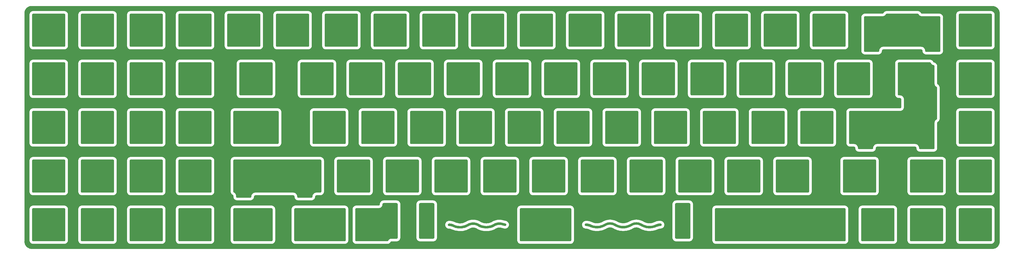
<source format=gbl>
G04 #@! TF.GenerationSoftware,KiCad,Pcbnew,(6.0.5)*
G04 #@! TF.CreationDate,2022-06-21T11:05:44-04:00*
G04 #@! TF.ProjectId,discipline-pcb,64697363-6970-46c6-996e-652d7063622e,rev?*
G04 #@! TF.SameCoordinates,Original*
G04 #@! TF.FileFunction,Copper,L2,Bot*
G04 #@! TF.FilePolarity,Positive*
%FSLAX46Y46*%
G04 Gerber Fmt 4.6, Leading zero omitted, Abs format (unit mm)*
G04 Created by KiCad (PCBNEW (6.0.5)) date 2022-06-21 11:05:44*
%MOMM*%
%LPD*%
G01*
G04 APERTURE LIST*
G04 APERTURE END LIST*
G04 #@! TA.AperFunction,NonConductor*
G36*
X35598054Y-92813789D02*
G01*
X35612436Y-92816029D01*
X35621745Y-92817479D01*
X35630773Y-92816299D01*
X35661209Y-92816029D01*
X35723282Y-92823025D01*
X35750788Y-92829304D01*
X35827875Y-92856281D01*
X35853290Y-92868522D01*
X35922439Y-92911973D01*
X35944497Y-92929564D01*
X36002245Y-92987314D01*
X36019834Y-93009369D01*
X36063286Y-93078524D01*
X36075525Y-93103938D01*
X36102500Y-93181028D01*
X36108776Y-93208529D01*
X36115057Y-93264264D01*
X36115841Y-93279911D01*
X36115734Y-93288648D01*
X36114353Y-93297518D01*
X36115517Y-93306419D01*
X36115517Y-93306422D01*
X36118480Y-93329075D01*
X36119544Y-93345414D01*
X36119544Y-105254421D01*
X36118044Y-105273804D01*
X36114352Y-105297519D01*
X36115532Y-105306539D01*
X36115804Y-105336987D01*
X36114986Y-105344249D01*
X36108810Y-105399064D01*
X36102532Y-105426570D01*
X36075558Y-105503662D01*
X36063318Y-105529081D01*
X36019876Y-105598223D01*
X36019863Y-105598243D01*
X36002273Y-105620301D01*
X35944521Y-105678057D01*
X35922465Y-105695647D01*
X35853305Y-105739107D01*
X35827889Y-105751347D01*
X35750794Y-105778326D01*
X35723290Y-105784605D01*
X35703680Y-105786816D01*
X35668003Y-105790837D01*
X35652155Y-105790497D01*
X35652142Y-105791588D01*
X35643172Y-105791479D01*
X35634297Y-105790097D01*
X35607968Y-105793541D01*
X35602746Y-105794224D01*
X35586404Y-105795288D01*
X23677389Y-105795288D01*
X23658009Y-105793789D01*
X23656416Y-105793541D01*
X23634297Y-105790098D01*
X23625398Y-105791262D01*
X23625392Y-105791262D01*
X23625271Y-105791278D01*
X23594829Y-105791550D01*
X23532761Y-105784559D01*
X23505253Y-105778282D01*
X23428162Y-105751310D01*
X23402740Y-105739068D01*
X23333592Y-105695622D01*
X23311531Y-105678030D01*
X23253782Y-105620283D01*
X23236189Y-105598222D01*
X23192738Y-105529070D01*
X23180496Y-105503650D01*
X23153523Y-105426567D01*
X23147244Y-105399059D01*
X23141069Y-105344257D01*
X23141006Y-105343694D01*
X23141343Y-105327928D01*
X23140243Y-105327915D01*
X23140353Y-105318945D01*
X23141735Y-105310071D01*
X23137607Y-105278499D01*
X23136544Y-105262164D01*
X23136544Y-93353159D01*
X23138045Y-93333771D01*
X23140354Y-93318945D01*
X23140354Y-93318938D01*
X23141735Y-93310070D01*
X23140571Y-93301165D01*
X23140555Y-93301041D01*
X23140285Y-93270598D01*
X23147278Y-93208544D01*
X23153556Y-93181038D01*
X23180529Y-93103956D01*
X23192770Y-93078537D01*
X23236220Y-93009391D01*
X23253811Y-92987334D01*
X23311555Y-92929593D01*
X23333615Y-92912002D01*
X23402762Y-92868558D01*
X23428179Y-92856319D01*
X23505260Y-92829350D01*
X23532767Y-92823073D01*
X23533122Y-92823033D01*
X23588693Y-92816774D01*
X23604339Y-92815992D01*
X23612874Y-92816097D01*
X23621745Y-92817479D01*
X23630642Y-92816316D01*
X23630645Y-92816316D01*
X23653323Y-92813351D01*
X23669655Y-92812288D01*
X35578663Y-92812288D01*
X35598054Y-92813789D01*
G37*
G04 #@! TD.AperFunction*
G04 #@! TA.AperFunction,NonConductor*
G36*
X54648055Y-92813789D02*
G01*
X54662437Y-92816029D01*
X54671746Y-92817479D01*
X54680774Y-92816299D01*
X54711210Y-92816029D01*
X54773282Y-92823025D01*
X54800788Y-92829304D01*
X54877877Y-92856281D01*
X54903291Y-92868522D01*
X54972440Y-92911973D01*
X54994496Y-92929562D01*
X55052247Y-92987316D01*
X55069834Y-93009369D01*
X55100653Y-93058418D01*
X55113286Y-93078524D01*
X55125527Y-93103944D01*
X55152498Y-93181023D01*
X55158777Y-93208529D01*
X55165059Y-93264276D01*
X55165842Y-93279923D01*
X55165736Y-93288643D01*
X55164354Y-93297518D01*
X55167156Y-93318940D01*
X55168481Y-93329075D01*
X55169545Y-93345414D01*
X55169545Y-105254421D01*
X55168045Y-105273804D01*
X55164353Y-105297519D01*
X55165533Y-105306539D01*
X55165805Y-105336987D01*
X55164987Y-105344249D01*
X55158811Y-105399065D01*
X55152533Y-105426571D01*
X55125559Y-105503662D01*
X55113318Y-105529082D01*
X55069864Y-105598243D01*
X55052275Y-105620301D01*
X54994520Y-105678058D01*
X54972464Y-105695648D01*
X54903309Y-105739104D01*
X54877890Y-105751347D01*
X54800795Y-105778327D01*
X54773288Y-105784606D01*
X54718009Y-105790837D01*
X54702156Y-105790506D01*
X54702143Y-105791587D01*
X54693168Y-105791478D01*
X54684298Y-105790097D01*
X54675399Y-105791261D01*
X54675397Y-105791261D01*
X54652747Y-105794224D01*
X54636405Y-105795288D01*
X42727390Y-105795288D01*
X42708010Y-105793789D01*
X42706417Y-105793541D01*
X42684298Y-105790098D01*
X42675399Y-105791262D01*
X42675393Y-105791262D01*
X42675272Y-105791278D01*
X42644830Y-105791550D01*
X42582761Y-105784559D01*
X42555253Y-105778282D01*
X42478163Y-105751310D01*
X42452741Y-105739068D01*
X42438111Y-105729876D01*
X42383589Y-105695619D01*
X42361534Y-105678032D01*
X42303780Y-105620281D01*
X42286189Y-105598222D01*
X42242738Y-105529070D01*
X42230496Y-105503650D01*
X42203523Y-105426567D01*
X42197244Y-105399057D01*
X42191007Y-105343697D01*
X42191331Y-105327927D01*
X42190245Y-105327914D01*
X42190355Y-105318943D01*
X42191736Y-105310071D01*
X42187608Y-105278499D01*
X42186545Y-105262164D01*
X42186545Y-93353159D01*
X42188046Y-93333771D01*
X42190355Y-93318945D01*
X42190355Y-93318938D01*
X42191736Y-93310070D01*
X42190572Y-93301165D01*
X42190556Y-93301041D01*
X42190286Y-93270598D01*
X42197279Y-93208544D01*
X42203557Y-93181038D01*
X42230529Y-93103959D01*
X42242772Y-93078537D01*
X42286220Y-93009393D01*
X42303811Y-92987335D01*
X42361559Y-92929592D01*
X42383616Y-92912003D01*
X42392875Y-92906186D01*
X42452759Y-92868561D01*
X42478180Y-92856319D01*
X42555262Y-92829350D01*
X42582770Y-92823073D01*
X42592870Y-92821935D01*
X42638694Y-92816775D01*
X42654335Y-92815992D01*
X42662870Y-92816097D01*
X42671746Y-92817479D01*
X42680650Y-92816315D01*
X42680651Y-92816315D01*
X42703324Y-92813351D01*
X42719656Y-92812288D01*
X54628664Y-92812288D01*
X54648055Y-92813789D01*
G37*
G04 #@! TD.AperFunction*
G04 #@! TA.AperFunction,NonConductor*
G36*
X340398056Y-92813789D02*
G01*
X340412438Y-92816029D01*
X340421747Y-92817479D01*
X340430768Y-92816300D01*
X340461210Y-92816029D01*
X340523276Y-92823025D01*
X340523285Y-92823026D01*
X340550789Y-92829305D01*
X340627871Y-92856280D01*
X340653291Y-92868523D01*
X340722442Y-92911976D01*
X340744499Y-92929566D01*
X340773373Y-92958440D01*
X340802247Y-92987316D01*
X340819837Y-93009374D01*
X340863284Y-93078522D01*
X340875525Y-93103941D01*
X340902499Y-93181028D01*
X340908777Y-93208529D01*
X340915062Y-93264301D01*
X340915062Y-93264302D01*
X340915845Y-93279950D01*
X340915739Y-93288641D01*
X340914357Y-93297518D01*
X340917159Y-93318940D01*
X340918484Y-93329075D01*
X340919548Y-93345414D01*
X340919548Y-105254421D01*
X340918048Y-105273804D01*
X340914356Y-105297519D01*
X340915536Y-105306539D01*
X340915808Y-105336988D01*
X340908814Y-105399066D01*
X340902536Y-105426572D01*
X340875562Y-105503663D01*
X340863321Y-105529083D01*
X340819867Y-105598244D01*
X340802276Y-105620304D01*
X340744525Y-105678058D01*
X340722468Y-105695649D01*
X340653312Y-105739107D01*
X340627892Y-105751350D01*
X340550933Y-105778282D01*
X340550799Y-105778329D01*
X340523294Y-105784608D01*
X340496036Y-105787681D01*
X340468018Y-105790839D01*
X340452156Y-105790500D01*
X340452143Y-105791588D01*
X340443174Y-105791479D01*
X340434299Y-105790097D01*
X340402749Y-105794224D01*
X340386408Y-105795288D01*
X328477391Y-105795288D01*
X328458011Y-105793789D01*
X328456418Y-105793541D01*
X328434299Y-105790098D01*
X328425278Y-105791278D01*
X328394835Y-105791551D01*
X328341143Y-105785504D01*
X328332762Y-105784560D01*
X328305254Y-105778283D01*
X328228164Y-105751311D01*
X328202746Y-105739071D01*
X328133587Y-105695619D01*
X328111534Y-105678033D01*
X328053778Y-105620279D01*
X328036193Y-105598228D01*
X327992737Y-105529070D01*
X327980497Y-105503653D01*
X327953523Y-105426566D01*
X327947244Y-105399058D01*
X327941008Y-105343711D01*
X327941348Y-105327929D01*
X327940248Y-105327916D01*
X327940358Y-105318942D01*
X327941739Y-105310071D01*
X327937611Y-105278499D01*
X327936548Y-105262164D01*
X327936548Y-93353159D01*
X327938049Y-93333771D01*
X327940358Y-93318945D01*
X327940358Y-93318938D01*
X327941739Y-93310070D01*
X327940575Y-93301165D01*
X327940559Y-93301041D01*
X327940289Y-93270598D01*
X327947282Y-93208544D01*
X327953560Y-93181037D01*
X327980532Y-93103959D01*
X327992776Y-93078537D01*
X328036225Y-93009393D01*
X328053816Y-92987335D01*
X328111556Y-92929597D01*
X328133615Y-92912007D01*
X328202764Y-92868561D01*
X328228185Y-92856321D01*
X328305265Y-92829353D01*
X328332772Y-92823076D01*
X328388715Y-92816775D01*
X328404365Y-92815992D01*
X328412873Y-92816097D01*
X328421747Y-92817479D01*
X328430652Y-92816315D01*
X328430653Y-92816315D01*
X328453327Y-92813351D01*
X328469658Y-92812288D01*
X340378665Y-92812288D01*
X340398056Y-92813789D01*
G37*
G04 #@! TD.AperFunction*
G04 #@! TA.AperFunction,NonConductor*
G36*
X207048056Y-92813789D02*
G01*
X207062438Y-92816029D01*
X207071747Y-92817479D01*
X207080768Y-92816300D01*
X207111210Y-92816029D01*
X207173276Y-92823025D01*
X207173285Y-92823026D01*
X207200789Y-92829305D01*
X207277871Y-92856280D01*
X207303291Y-92868523D01*
X207372442Y-92911976D01*
X207394499Y-92929566D01*
X207423373Y-92958440D01*
X207452247Y-92987316D01*
X207469837Y-93009374D01*
X207513284Y-93078522D01*
X207525525Y-93103941D01*
X207552499Y-93181028D01*
X207558777Y-93208529D01*
X207565062Y-93264301D01*
X207565062Y-93264302D01*
X207565845Y-93279950D01*
X207565739Y-93288641D01*
X207564357Y-93297518D01*
X207567159Y-93318940D01*
X207568484Y-93329075D01*
X207569548Y-93345414D01*
X207569548Y-105254421D01*
X207568048Y-105273804D01*
X207564356Y-105297519D01*
X207565536Y-105306539D01*
X207565808Y-105336988D01*
X207558814Y-105399066D01*
X207552536Y-105426572D01*
X207525562Y-105503663D01*
X207513321Y-105529083D01*
X207469867Y-105598244D01*
X207452276Y-105620304D01*
X207394525Y-105678058D01*
X207372468Y-105695649D01*
X207303312Y-105739107D01*
X207277892Y-105751350D01*
X207200933Y-105778282D01*
X207200799Y-105778329D01*
X207173294Y-105784608D01*
X207146036Y-105787681D01*
X207118018Y-105790839D01*
X207102156Y-105790500D01*
X207102143Y-105791588D01*
X207093174Y-105791479D01*
X207084299Y-105790097D01*
X207052749Y-105794224D01*
X207036408Y-105795288D01*
X195127391Y-105795288D01*
X195108011Y-105793789D01*
X195106418Y-105793541D01*
X195084299Y-105790098D01*
X195075278Y-105791278D01*
X195044835Y-105791551D01*
X194991143Y-105785504D01*
X194982762Y-105784560D01*
X194955254Y-105778283D01*
X194878164Y-105751311D01*
X194852746Y-105739071D01*
X194783587Y-105695619D01*
X194761534Y-105678033D01*
X194703778Y-105620279D01*
X194686193Y-105598228D01*
X194642737Y-105529070D01*
X194630497Y-105503653D01*
X194603523Y-105426566D01*
X194597244Y-105399058D01*
X194591008Y-105343711D01*
X194591348Y-105327929D01*
X194590248Y-105327916D01*
X194590358Y-105318942D01*
X194591739Y-105310071D01*
X194587611Y-105278499D01*
X194586548Y-105262164D01*
X194586548Y-93353159D01*
X194588049Y-93333771D01*
X194590358Y-93318945D01*
X194590358Y-93318938D01*
X194591739Y-93310070D01*
X194590575Y-93301165D01*
X194590559Y-93301041D01*
X194590289Y-93270598D01*
X194597282Y-93208544D01*
X194603560Y-93181037D01*
X194630532Y-93103959D01*
X194642776Y-93078537D01*
X194686225Y-93009393D01*
X194703816Y-92987335D01*
X194761556Y-92929597D01*
X194783615Y-92912007D01*
X194852764Y-92868561D01*
X194878185Y-92856321D01*
X194955265Y-92829353D01*
X194982772Y-92823076D01*
X195038715Y-92816775D01*
X195054365Y-92815992D01*
X195062873Y-92816097D01*
X195071747Y-92817479D01*
X195080652Y-92816315D01*
X195080653Y-92816315D01*
X195103327Y-92813351D01*
X195119658Y-92812288D01*
X207028665Y-92812288D01*
X207048056Y-92813789D01*
G37*
G04 #@! TD.AperFunction*
G04 #@! TA.AperFunction,NonConductor*
G36*
X187998056Y-92813789D02*
G01*
X188012438Y-92816029D01*
X188021747Y-92817479D01*
X188030768Y-92816300D01*
X188061210Y-92816029D01*
X188123276Y-92823025D01*
X188123285Y-92823026D01*
X188150789Y-92829305D01*
X188227871Y-92856280D01*
X188253291Y-92868523D01*
X188322442Y-92911976D01*
X188344499Y-92929566D01*
X188373373Y-92958440D01*
X188402247Y-92987316D01*
X188419837Y-93009374D01*
X188463284Y-93078522D01*
X188475525Y-93103941D01*
X188502499Y-93181028D01*
X188508777Y-93208529D01*
X188515062Y-93264301D01*
X188515062Y-93264302D01*
X188515845Y-93279950D01*
X188515739Y-93288641D01*
X188514357Y-93297518D01*
X188517159Y-93318940D01*
X188518484Y-93329075D01*
X188519548Y-93345414D01*
X188519548Y-105254421D01*
X188518048Y-105273804D01*
X188514356Y-105297519D01*
X188515536Y-105306539D01*
X188515808Y-105336988D01*
X188508814Y-105399066D01*
X188502536Y-105426572D01*
X188475562Y-105503663D01*
X188463321Y-105529083D01*
X188419867Y-105598244D01*
X188402276Y-105620304D01*
X188344525Y-105678058D01*
X188322468Y-105695649D01*
X188253312Y-105739107D01*
X188227892Y-105751350D01*
X188150933Y-105778282D01*
X188150799Y-105778329D01*
X188123294Y-105784608D01*
X188096036Y-105787681D01*
X188068018Y-105790839D01*
X188052156Y-105790500D01*
X188052143Y-105791588D01*
X188043174Y-105791479D01*
X188034299Y-105790097D01*
X188002749Y-105794224D01*
X187986408Y-105795288D01*
X176077391Y-105795288D01*
X176058011Y-105793789D01*
X176056418Y-105793541D01*
X176034299Y-105790098D01*
X176025278Y-105791278D01*
X175994835Y-105791551D01*
X175941143Y-105785504D01*
X175932762Y-105784560D01*
X175905254Y-105778283D01*
X175828164Y-105751311D01*
X175802746Y-105739071D01*
X175733587Y-105695619D01*
X175711534Y-105678033D01*
X175653778Y-105620279D01*
X175636193Y-105598228D01*
X175592737Y-105529070D01*
X175580497Y-105503653D01*
X175553523Y-105426566D01*
X175547244Y-105399058D01*
X175541008Y-105343711D01*
X175541348Y-105327929D01*
X175540248Y-105327916D01*
X175540358Y-105318942D01*
X175541739Y-105310071D01*
X175537611Y-105278499D01*
X175536548Y-105262164D01*
X175536548Y-93353159D01*
X175538049Y-93333771D01*
X175540358Y-93318945D01*
X175540358Y-93318938D01*
X175541739Y-93310070D01*
X175540575Y-93301165D01*
X175540559Y-93301041D01*
X175540289Y-93270598D01*
X175547282Y-93208544D01*
X175553560Y-93181037D01*
X175580532Y-93103959D01*
X175592776Y-93078537D01*
X175636225Y-93009393D01*
X175653816Y-92987335D01*
X175711556Y-92929597D01*
X175733615Y-92912007D01*
X175802764Y-92868561D01*
X175828185Y-92856321D01*
X175905265Y-92829353D01*
X175932772Y-92823076D01*
X175988715Y-92816775D01*
X176004365Y-92815992D01*
X176012873Y-92816097D01*
X176021747Y-92817479D01*
X176030652Y-92816315D01*
X176030653Y-92816315D01*
X176053327Y-92813351D01*
X176069658Y-92812288D01*
X187978665Y-92812288D01*
X187998056Y-92813789D01*
G37*
G04 #@! TD.AperFunction*
G04 #@! TA.AperFunction,NonConductor*
G36*
X226098056Y-92813789D02*
G01*
X226112438Y-92816029D01*
X226121747Y-92817479D01*
X226130775Y-92816299D01*
X226161211Y-92816029D01*
X226213090Y-92821876D01*
X226223282Y-92823025D01*
X226250788Y-92829304D01*
X226289331Y-92842792D01*
X226327876Y-92856281D01*
X226353291Y-92868522D01*
X226422440Y-92911973D01*
X226444496Y-92929562D01*
X226502248Y-92987316D01*
X226519837Y-93009373D01*
X226563284Y-93078521D01*
X226575525Y-93103940D01*
X226602499Y-93181028D01*
X226608778Y-93208534D01*
X226615061Y-93264291D01*
X226615844Y-93279939D01*
X226615738Y-93288643D01*
X226614356Y-93297518D01*
X226617158Y-93318940D01*
X226618483Y-93329075D01*
X226619547Y-93345414D01*
X226619547Y-105254421D01*
X226618047Y-105273804D01*
X226614355Y-105297519D01*
X226615535Y-105306539D01*
X226615807Y-105336988D01*
X226608813Y-105399065D01*
X226602535Y-105426571D01*
X226575560Y-105503666D01*
X226563318Y-105529087D01*
X226519866Y-105598243D01*
X226502276Y-105620302D01*
X226444524Y-105678057D01*
X226422467Y-105695648D01*
X226353311Y-105739106D01*
X226327888Y-105751350D01*
X226250796Y-105778328D01*
X226223292Y-105784607D01*
X226194847Y-105787813D01*
X226168015Y-105790838D01*
X226152157Y-105790499D01*
X226152144Y-105791587D01*
X226143169Y-105791478D01*
X226134299Y-105790097D01*
X226125400Y-105791261D01*
X226125398Y-105791261D01*
X226102748Y-105794224D01*
X226086406Y-105795288D01*
X214177391Y-105795288D01*
X214158011Y-105793789D01*
X214156418Y-105793541D01*
X214134299Y-105790098D01*
X214125278Y-105791278D01*
X214094835Y-105791551D01*
X214041143Y-105785504D01*
X214032762Y-105784560D01*
X214005254Y-105778283D01*
X213928164Y-105751311D01*
X213902746Y-105739071D01*
X213833587Y-105695619D01*
X213811534Y-105678033D01*
X213753778Y-105620279D01*
X213736193Y-105598228D01*
X213692737Y-105529070D01*
X213680497Y-105503653D01*
X213653523Y-105426566D01*
X213647244Y-105399058D01*
X213641008Y-105343711D01*
X213641348Y-105327929D01*
X213640248Y-105327916D01*
X213640358Y-105318942D01*
X213641739Y-105310071D01*
X213637611Y-105278499D01*
X213636548Y-105262164D01*
X213636548Y-93353159D01*
X213638049Y-93333771D01*
X213640358Y-93318945D01*
X213640358Y-93318938D01*
X213641739Y-93310070D01*
X213640575Y-93301165D01*
X213640559Y-93301041D01*
X213640289Y-93270598D01*
X213647282Y-93208544D01*
X213653560Y-93181037D01*
X213680532Y-93103959D01*
X213692776Y-93078537D01*
X213736225Y-93009393D01*
X213753816Y-92987335D01*
X213811556Y-92929597D01*
X213833615Y-92912007D01*
X213902764Y-92868561D01*
X213928185Y-92856321D01*
X214005265Y-92829353D01*
X214032772Y-92823076D01*
X214088715Y-92816775D01*
X214104365Y-92815992D01*
X214112873Y-92816097D01*
X214121747Y-92817479D01*
X214130652Y-92816315D01*
X214130653Y-92816315D01*
X214153327Y-92813351D01*
X214169658Y-92812288D01*
X226078665Y-92812288D01*
X226098056Y-92813789D01*
G37*
G04 #@! TD.AperFunction*
G04 #@! TA.AperFunction,NonConductor*
G36*
X168948056Y-92813789D02*
G01*
X168962438Y-92816029D01*
X168971747Y-92817479D01*
X168980768Y-92816300D01*
X169011210Y-92816029D01*
X169073276Y-92823025D01*
X169073285Y-92823026D01*
X169100789Y-92829305D01*
X169177871Y-92856280D01*
X169203291Y-92868523D01*
X169272442Y-92911976D01*
X169294499Y-92929566D01*
X169323373Y-92958440D01*
X169352247Y-92987316D01*
X169369837Y-93009374D01*
X169413284Y-93078522D01*
X169425525Y-93103941D01*
X169452499Y-93181028D01*
X169458777Y-93208529D01*
X169465062Y-93264301D01*
X169465062Y-93264302D01*
X169465845Y-93279950D01*
X169465739Y-93288641D01*
X169464357Y-93297518D01*
X169467159Y-93318945D01*
X169468483Y-93329068D01*
X169469547Y-93345407D01*
X169469547Y-105254428D01*
X169468047Y-105273812D01*
X169465738Y-105288644D01*
X169464356Y-105297519D01*
X169465536Y-105306539D01*
X169465808Y-105336988D01*
X169458814Y-105399066D01*
X169452536Y-105426572D01*
X169425562Y-105503663D01*
X169413321Y-105529083D01*
X169369867Y-105598244D01*
X169352276Y-105620304D01*
X169294525Y-105678058D01*
X169272468Y-105695649D01*
X169203312Y-105739107D01*
X169177892Y-105751350D01*
X169100933Y-105778282D01*
X169100799Y-105778329D01*
X169073294Y-105784608D01*
X169046036Y-105787681D01*
X169018018Y-105790839D01*
X169002156Y-105790500D01*
X169002143Y-105791588D01*
X168993174Y-105791479D01*
X168984299Y-105790097D01*
X168952749Y-105794224D01*
X168936408Y-105795288D01*
X157027391Y-105795288D01*
X157008011Y-105793789D01*
X157006418Y-105793541D01*
X156984299Y-105790098D01*
X156975400Y-105791262D01*
X156975399Y-105791262D01*
X156975355Y-105791268D01*
X156975277Y-105791278D01*
X156944834Y-105791551D01*
X156893442Y-105785763D01*
X156882762Y-105784560D01*
X156855254Y-105778283D01*
X156778166Y-105751312D01*
X156752743Y-105739069D01*
X156683590Y-105695619D01*
X156661531Y-105678029D01*
X156603781Y-105620282D01*
X156586193Y-105598228D01*
X156542737Y-105529070D01*
X156530497Y-105503653D01*
X156503523Y-105426566D01*
X156497244Y-105399060D01*
X156491068Y-105344249D01*
X156491007Y-105343706D01*
X156491360Y-105327931D01*
X156490246Y-105327917D01*
X156490356Y-105318944D01*
X156491738Y-105310071D01*
X156487610Y-105278499D01*
X156486548Y-105262172D01*
X156486548Y-93353153D01*
X156488048Y-93333766D01*
X156490357Y-93318940D01*
X156490357Y-93318938D01*
X156491738Y-93310070D01*
X156490574Y-93301165D01*
X156490558Y-93301041D01*
X156490288Y-93270598D01*
X156497281Y-93208544D01*
X156503559Y-93181037D01*
X156530531Y-93103959D01*
X156542775Y-93078537D01*
X156586224Y-93009393D01*
X156603816Y-92987334D01*
X156661558Y-92929595D01*
X156683618Y-92912004D01*
X156731189Y-92882115D01*
X156752765Y-92868559D01*
X156778182Y-92856320D01*
X156855262Y-92829352D01*
X156882765Y-92823076D01*
X156938711Y-92816775D01*
X156954349Y-92815993D01*
X156962876Y-92816097D01*
X156971747Y-92817479D01*
X157003326Y-92813351D01*
X157019657Y-92812288D01*
X168928665Y-92812288D01*
X168948056Y-92813789D01*
G37*
G04 #@! TD.AperFunction*
G04 #@! TA.AperFunction,NonConductor*
G36*
X111798050Y-92813789D02*
G01*
X111821747Y-92817480D01*
X111830653Y-92816316D01*
X111830655Y-92816316D01*
X111830778Y-92816300D01*
X111861213Y-92816031D01*
X111923283Y-92823027D01*
X111950786Y-92829305D01*
X112027870Y-92856280D01*
X112027873Y-92856281D01*
X112053291Y-92868523D01*
X112122443Y-92911976D01*
X112144496Y-92929563D01*
X112202247Y-92987317D01*
X112219833Y-93009368D01*
X112261614Y-93075865D01*
X112263286Y-93078526D01*
X112275526Y-93103945D01*
X112302497Y-93181024D01*
X112308775Y-93208529D01*
X112315060Y-93264301D01*
X112315844Y-93279950D01*
X112315738Y-93288641D01*
X112314356Y-93297518D01*
X112317158Y-93318940D01*
X112318483Y-93329075D01*
X112319547Y-93345414D01*
X112319547Y-105254428D01*
X112318047Y-105273812D01*
X112315738Y-105288644D01*
X112314356Y-105297519D01*
X112315536Y-105306539D01*
X112315808Y-105336988D01*
X112308814Y-105399066D01*
X112302536Y-105426572D01*
X112275562Y-105503663D01*
X112263321Y-105529083D01*
X112219867Y-105598244D01*
X112202276Y-105620304D01*
X112144525Y-105678058D01*
X112122468Y-105695649D01*
X112053312Y-105739107D01*
X112027892Y-105751350D01*
X111950933Y-105778282D01*
X111950799Y-105778329D01*
X111923294Y-105784608D01*
X111896036Y-105787681D01*
X111868018Y-105790839D01*
X111852156Y-105790500D01*
X111852143Y-105791588D01*
X111843174Y-105791479D01*
X111834299Y-105790097D01*
X111802749Y-105794224D01*
X111786408Y-105795288D01*
X99877391Y-105795288D01*
X99858011Y-105793789D01*
X99856418Y-105793541D01*
X99834299Y-105790098D01*
X99825400Y-105791262D01*
X99825399Y-105791262D01*
X99825355Y-105791268D01*
X99825277Y-105791278D01*
X99794834Y-105791551D01*
X99743442Y-105785763D01*
X99732762Y-105784560D01*
X99705254Y-105778283D01*
X99628166Y-105751312D01*
X99602743Y-105739069D01*
X99533590Y-105695619D01*
X99511531Y-105678029D01*
X99453781Y-105620282D01*
X99436193Y-105598228D01*
X99392737Y-105529070D01*
X99380497Y-105503653D01*
X99353523Y-105426566D01*
X99347244Y-105399060D01*
X99341068Y-105344249D01*
X99341007Y-105343706D01*
X99341360Y-105327931D01*
X99340246Y-105327917D01*
X99340356Y-105318944D01*
X99341738Y-105310071D01*
X99337610Y-105278499D01*
X99336547Y-105262164D01*
X99336547Y-93353159D01*
X99338048Y-93333771D01*
X99340357Y-93318945D01*
X99340357Y-93318938D01*
X99341738Y-93310070D01*
X99340574Y-93301165D01*
X99340558Y-93301041D01*
X99340288Y-93270598D01*
X99347281Y-93208544D01*
X99353559Y-93181037D01*
X99380531Y-93103959D01*
X99392775Y-93078537D01*
X99436224Y-93009393D01*
X99453816Y-92987334D01*
X99511558Y-92929595D01*
X99533618Y-92912004D01*
X99581189Y-92882115D01*
X99602765Y-92868559D01*
X99628182Y-92856320D01*
X99705262Y-92829352D01*
X99732765Y-92823076D01*
X99788711Y-92816775D01*
X99804349Y-92815993D01*
X99812876Y-92816097D01*
X99821747Y-92817479D01*
X99853326Y-92813351D01*
X99869657Y-92812288D01*
X111778658Y-92812288D01*
X111798050Y-92813789D01*
G37*
G04 #@! TD.AperFunction*
G04 #@! TA.AperFunction,NonConductor*
G36*
X130848056Y-92813789D02*
G01*
X130862438Y-92816029D01*
X130871747Y-92817479D01*
X130880768Y-92816300D01*
X130911210Y-92816029D01*
X130973276Y-92823025D01*
X130973285Y-92823026D01*
X131000789Y-92829305D01*
X131077871Y-92856280D01*
X131103291Y-92868523D01*
X131172442Y-92911976D01*
X131194499Y-92929566D01*
X131223373Y-92958440D01*
X131252247Y-92987316D01*
X131269837Y-93009374D01*
X131313284Y-93078522D01*
X131325525Y-93103941D01*
X131352499Y-93181028D01*
X131358777Y-93208529D01*
X131365062Y-93264301D01*
X131365062Y-93264302D01*
X131365845Y-93279950D01*
X131365739Y-93288641D01*
X131364357Y-93297518D01*
X131367159Y-93318940D01*
X131368484Y-93329075D01*
X131369548Y-93345414D01*
X131369548Y-105254421D01*
X131368048Y-105273804D01*
X131364356Y-105297519D01*
X131365536Y-105306539D01*
X131365808Y-105336988D01*
X131358814Y-105399066D01*
X131352536Y-105426572D01*
X131325562Y-105503663D01*
X131313321Y-105529083D01*
X131269867Y-105598244D01*
X131252276Y-105620304D01*
X131194525Y-105678058D01*
X131172468Y-105695649D01*
X131103312Y-105739107D01*
X131077892Y-105751350D01*
X131000933Y-105778282D01*
X131000799Y-105778329D01*
X130973294Y-105784608D01*
X130946036Y-105787681D01*
X130918018Y-105790839D01*
X130902156Y-105790500D01*
X130902143Y-105791588D01*
X130893174Y-105791479D01*
X130884299Y-105790097D01*
X130852749Y-105794224D01*
X130836408Y-105795288D01*
X118927391Y-105795288D01*
X118908011Y-105793789D01*
X118906418Y-105793541D01*
X118884299Y-105790098D01*
X118875278Y-105791278D01*
X118844835Y-105791551D01*
X118791143Y-105785504D01*
X118782762Y-105784560D01*
X118755254Y-105778283D01*
X118678164Y-105751311D01*
X118652746Y-105739071D01*
X118583587Y-105695619D01*
X118561534Y-105678033D01*
X118503778Y-105620279D01*
X118486193Y-105598228D01*
X118442737Y-105529070D01*
X118430497Y-105503653D01*
X118403523Y-105426566D01*
X118397244Y-105399058D01*
X118391008Y-105343711D01*
X118391348Y-105327929D01*
X118390248Y-105327916D01*
X118390358Y-105318942D01*
X118391739Y-105310071D01*
X118387611Y-105278499D01*
X118386548Y-105262164D01*
X118386548Y-93353159D01*
X118388049Y-93333771D01*
X118390358Y-93318945D01*
X118390358Y-93318938D01*
X118391739Y-93310070D01*
X118390575Y-93301165D01*
X118390559Y-93301041D01*
X118390289Y-93270598D01*
X118397282Y-93208544D01*
X118403560Y-93181037D01*
X118430532Y-93103959D01*
X118442776Y-93078537D01*
X118486225Y-93009393D01*
X118503816Y-92987335D01*
X118561556Y-92929597D01*
X118583615Y-92912007D01*
X118652764Y-92868561D01*
X118678185Y-92856321D01*
X118755265Y-92829353D01*
X118782772Y-92823076D01*
X118838715Y-92816775D01*
X118854365Y-92815992D01*
X118862873Y-92816097D01*
X118871747Y-92817479D01*
X118880652Y-92816315D01*
X118880653Y-92816315D01*
X118903327Y-92813351D01*
X118919658Y-92812288D01*
X130828665Y-92812288D01*
X130848056Y-92813789D01*
G37*
G04 #@! TD.AperFunction*
G04 #@! TA.AperFunction,NonConductor*
G36*
X321348056Y-92813789D02*
G01*
X321362438Y-92816029D01*
X321371747Y-92817479D01*
X321380768Y-92816300D01*
X321411210Y-92816029D01*
X321473276Y-92823025D01*
X321473285Y-92823026D01*
X321500789Y-92829305D01*
X321577871Y-92856280D01*
X321603291Y-92868523D01*
X321672442Y-92911976D01*
X321694499Y-92929566D01*
X321723373Y-92958440D01*
X321752247Y-92987316D01*
X321769837Y-93009374D01*
X321813284Y-93078522D01*
X321825525Y-93103941D01*
X321852499Y-93181028D01*
X321858777Y-93208529D01*
X321865062Y-93264301D01*
X321865062Y-93264302D01*
X321865845Y-93279950D01*
X321865739Y-93288641D01*
X321864357Y-93297518D01*
X321867159Y-93318940D01*
X321868484Y-93329075D01*
X321869548Y-93345414D01*
X321869548Y-105254421D01*
X321868048Y-105273804D01*
X321864356Y-105297519D01*
X321865536Y-105306539D01*
X321865808Y-105336988D01*
X321858814Y-105399066D01*
X321852536Y-105426572D01*
X321825562Y-105503663D01*
X321813321Y-105529083D01*
X321769867Y-105598244D01*
X321752276Y-105620304D01*
X321694525Y-105678058D01*
X321672468Y-105695649D01*
X321603312Y-105739107D01*
X321577892Y-105751350D01*
X321500933Y-105778282D01*
X321500799Y-105778329D01*
X321473294Y-105784608D01*
X321446036Y-105787681D01*
X321418018Y-105790839D01*
X321402156Y-105790500D01*
X321402143Y-105791588D01*
X321393174Y-105791479D01*
X321384299Y-105790097D01*
X321352749Y-105794224D01*
X321336408Y-105795288D01*
X309427391Y-105795288D01*
X309408011Y-105793789D01*
X309406418Y-105793541D01*
X309384299Y-105790098D01*
X309375278Y-105791278D01*
X309344835Y-105791551D01*
X309291143Y-105785504D01*
X309282762Y-105784560D01*
X309255254Y-105778283D01*
X309178164Y-105751311D01*
X309152746Y-105739071D01*
X309083587Y-105695619D01*
X309061534Y-105678033D01*
X309003778Y-105620279D01*
X308986193Y-105598228D01*
X308942737Y-105529070D01*
X308930497Y-105503653D01*
X308903523Y-105426566D01*
X308897244Y-105399058D01*
X308891008Y-105343711D01*
X308891348Y-105327929D01*
X308890248Y-105327916D01*
X308890358Y-105318942D01*
X308891739Y-105310071D01*
X308887611Y-105278499D01*
X308886548Y-105262164D01*
X308886548Y-93353159D01*
X308888049Y-93333771D01*
X308890358Y-93318945D01*
X308890358Y-93318938D01*
X308891739Y-93310070D01*
X308890575Y-93301165D01*
X308890559Y-93301041D01*
X308890289Y-93270598D01*
X308897282Y-93208544D01*
X308903560Y-93181037D01*
X308930532Y-93103959D01*
X308942776Y-93078537D01*
X308986225Y-93009393D01*
X309003816Y-92987335D01*
X309061556Y-92929597D01*
X309083615Y-92912007D01*
X309152764Y-92868561D01*
X309178185Y-92856321D01*
X309255265Y-92829353D01*
X309282772Y-92823076D01*
X309338715Y-92816775D01*
X309354365Y-92815992D01*
X309362873Y-92816097D01*
X309371747Y-92817479D01*
X309380652Y-92816315D01*
X309380653Y-92816315D01*
X309403327Y-92813351D01*
X309419658Y-92812288D01*
X321328665Y-92812288D01*
X321348056Y-92813789D01*
G37*
G04 #@! TD.AperFunction*
G04 #@! TA.AperFunction,NonConductor*
G36*
X397548056Y-92813789D02*
G01*
X397562438Y-92816029D01*
X397571747Y-92817479D01*
X397580768Y-92816300D01*
X397611210Y-92816029D01*
X397673276Y-92823025D01*
X397673285Y-92823026D01*
X397700789Y-92829305D01*
X397777871Y-92856280D01*
X397803291Y-92868523D01*
X397872442Y-92911976D01*
X397894499Y-92929566D01*
X397923373Y-92958440D01*
X397952247Y-92987316D01*
X397969837Y-93009374D01*
X398013284Y-93078522D01*
X398025525Y-93103941D01*
X398052499Y-93181028D01*
X398058777Y-93208529D01*
X398065062Y-93264301D01*
X398065062Y-93264302D01*
X398065845Y-93279950D01*
X398065739Y-93288641D01*
X398064357Y-93297518D01*
X398067159Y-93318940D01*
X398068484Y-93329075D01*
X398069548Y-93345414D01*
X398069548Y-105254421D01*
X398068048Y-105273804D01*
X398064356Y-105297519D01*
X398065536Y-105306539D01*
X398065808Y-105336988D01*
X398058814Y-105399066D01*
X398052536Y-105426572D01*
X398025562Y-105503663D01*
X398013321Y-105529083D01*
X397969867Y-105598244D01*
X397952276Y-105620304D01*
X397894525Y-105678058D01*
X397872468Y-105695649D01*
X397803312Y-105739107D01*
X397777892Y-105751350D01*
X397700933Y-105778282D01*
X397700799Y-105778329D01*
X397673294Y-105784608D01*
X397646036Y-105787681D01*
X397618018Y-105790839D01*
X397602156Y-105790500D01*
X397602143Y-105791588D01*
X397593174Y-105791479D01*
X397584299Y-105790097D01*
X397552749Y-105794224D01*
X397536408Y-105795288D01*
X385627391Y-105795288D01*
X385608011Y-105793789D01*
X385606418Y-105793541D01*
X385584299Y-105790098D01*
X385575278Y-105791278D01*
X385544835Y-105791551D01*
X385491143Y-105785504D01*
X385482762Y-105784560D01*
X385455254Y-105778283D01*
X385378164Y-105751311D01*
X385352746Y-105739071D01*
X385283587Y-105695619D01*
X385261534Y-105678033D01*
X385203778Y-105620279D01*
X385186193Y-105598228D01*
X385142737Y-105529070D01*
X385130497Y-105503653D01*
X385103523Y-105426566D01*
X385097244Y-105399058D01*
X385091008Y-105343711D01*
X385091348Y-105327929D01*
X385090248Y-105327916D01*
X385090358Y-105318942D01*
X385091739Y-105310071D01*
X385087611Y-105278499D01*
X385086548Y-105262164D01*
X385086548Y-93353159D01*
X385088049Y-93333771D01*
X385090358Y-93318945D01*
X385090358Y-93318938D01*
X385091739Y-93310070D01*
X385090575Y-93301165D01*
X385090559Y-93301041D01*
X385090289Y-93270598D01*
X385097282Y-93208544D01*
X385103560Y-93181037D01*
X385130532Y-93103959D01*
X385142776Y-93078537D01*
X385186225Y-93009393D01*
X385203816Y-92987335D01*
X385261556Y-92929597D01*
X385283615Y-92912007D01*
X385352764Y-92868561D01*
X385378185Y-92856321D01*
X385455265Y-92829353D01*
X385482772Y-92823076D01*
X385538715Y-92816775D01*
X385554365Y-92815992D01*
X385562873Y-92816097D01*
X385571747Y-92817479D01*
X385580652Y-92816315D01*
X385580653Y-92816315D01*
X385603327Y-92813351D01*
X385619658Y-92812288D01*
X397528665Y-92812288D01*
X397548056Y-92813789D01*
G37*
G04 #@! TD.AperFunction*
G04 #@! TA.AperFunction,NonConductor*
G36*
X92748056Y-92813789D02*
G01*
X92762438Y-92816029D01*
X92771747Y-92817479D01*
X92780775Y-92816299D01*
X92811211Y-92816029D01*
X92863090Y-92821876D01*
X92873282Y-92823025D01*
X92900788Y-92829304D01*
X92939331Y-92842792D01*
X92977876Y-92856281D01*
X93003291Y-92868522D01*
X93072440Y-92911973D01*
X93094496Y-92929562D01*
X93152248Y-92987316D01*
X93169837Y-93009373D01*
X93213284Y-93078521D01*
X93225525Y-93103940D01*
X93252499Y-93181028D01*
X93258778Y-93208534D01*
X93265061Y-93264291D01*
X93265844Y-93279939D01*
X93265738Y-93288643D01*
X93264356Y-93297518D01*
X93267158Y-93318945D01*
X93268482Y-93329068D01*
X93269546Y-93345407D01*
X93269546Y-105254428D01*
X93268046Y-105273812D01*
X93265737Y-105288644D01*
X93264355Y-105297519D01*
X93265535Y-105306539D01*
X93265807Y-105336988D01*
X93258813Y-105399065D01*
X93252535Y-105426571D01*
X93225560Y-105503666D01*
X93213318Y-105529087D01*
X93169866Y-105598243D01*
X93152276Y-105620302D01*
X93094524Y-105678057D01*
X93072467Y-105695648D01*
X93003311Y-105739106D01*
X92977888Y-105751350D01*
X92900796Y-105778328D01*
X92873292Y-105784607D01*
X92844847Y-105787813D01*
X92818015Y-105790838D01*
X92802157Y-105790499D01*
X92802144Y-105791587D01*
X92793169Y-105791478D01*
X92784299Y-105790097D01*
X92775400Y-105791261D01*
X92775398Y-105791261D01*
X92752741Y-105794225D01*
X92736399Y-105795289D01*
X80827397Y-105795289D01*
X80808018Y-105793790D01*
X80804510Y-105793244D01*
X80784299Y-105790098D01*
X80775400Y-105791262D01*
X80775399Y-105791262D01*
X80775355Y-105791268D01*
X80775277Y-105791278D01*
X80744834Y-105791551D01*
X80693442Y-105785763D01*
X80682762Y-105784560D01*
X80655254Y-105778283D01*
X80578166Y-105751312D01*
X80552743Y-105739069D01*
X80483590Y-105695619D01*
X80461531Y-105678029D01*
X80403781Y-105620282D01*
X80386193Y-105598228D01*
X80342737Y-105529070D01*
X80330497Y-105503653D01*
X80303523Y-105426566D01*
X80297244Y-105399060D01*
X80291068Y-105344249D01*
X80291007Y-105343706D01*
X80291360Y-105327931D01*
X80290246Y-105327917D01*
X80290356Y-105318944D01*
X80291738Y-105310071D01*
X80287610Y-105278499D01*
X80286547Y-105262164D01*
X80286547Y-93353159D01*
X80288048Y-93333771D01*
X80290357Y-93318945D01*
X80290357Y-93318938D01*
X80291738Y-93310070D01*
X80290574Y-93301165D01*
X80290558Y-93301041D01*
X80290288Y-93270598D01*
X80297281Y-93208544D01*
X80303559Y-93181037D01*
X80330531Y-93103959D01*
X80342775Y-93078537D01*
X80386224Y-93009393D01*
X80403816Y-92987334D01*
X80461558Y-92929595D01*
X80483618Y-92912004D01*
X80531189Y-92882115D01*
X80552765Y-92868559D01*
X80578182Y-92856320D01*
X80655262Y-92829352D01*
X80682765Y-92823076D01*
X80738711Y-92816775D01*
X80754349Y-92815993D01*
X80762876Y-92816097D01*
X80771747Y-92817479D01*
X80803326Y-92813351D01*
X80819657Y-92812288D01*
X92728665Y-92812288D01*
X92748056Y-92813789D01*
G37*
G04 #@! TD.AperFunction*
G04 #@! TA.AperFunction,NonConductor*
G36*
X264198056Y-92813789D02*
G01*
X264212438Y-92816029D01*
X264221747Y-92817479D01*
X264230768Y-92816300D01*
X264261210Y-92816029D01*
X264323276Y-92823025D01*
X264323285Y-92823026D01*
X264350789Y-92829305D01*
X264427871Y-92856280D01*
X264453291Y-92868523D01*
X264522442Y-92911976D01*
X264544499Y-92929566D01*
X264573373Y-92958440D01*
X264602247Y-92987316D01*
X264619837Y-93009374D01*
X264663284Y-93078522D01*
X264675525Y-93103941D01*
X264702499Y-93181028D01*
X264708777Y-93208529D01*
X264715062Y-93264301D01*
X264715062Y-93264302D01*
X264715845Y-93279950D01*
X264715739Y-93288641D01*
X264714357Y-93297518D01*
X264717159Y-93318940D01*
X264718484Y-93329075D01*
X264719548Y-93345414D01*
X264719548Y-105254421D01*
X264718048Y-105273804D01*
X264714356Y-105297519D01*
X264715536Y-105306539D01*
X264715808Y-105336988D01*
X264708814Y-105399066D01*
X264702536Y-105426572D01*
X264675562Y-105503663D01*
X264663321Y-105529083D01*
X264619867Y-105598244D01*
X264602276Y-105620304D01*
X264544525Y-105678058D01*
X264522468Y-105695649D01*
X264453312Y-105739107D01*
X264427892Y-105751350D01*
X264350933Y-105778282D01*
X264350799Y-105778329D01*
X264323294Y-105784608D01*
X264296036Y-105787681D01*
X264268018Y-105790839D01*
X264252156Y-105790500D01*
X264252143Y-105791588D01*
X264243174Y-105791479D01*
X264234299Y-105790097D01*
X264202749Y-105794224D01*
X264186408Y-105795288D01*
X252277391Y-105795288D01*
X252258011Y-105793789D01*
X252256418Y-105793541D01*
X252234299Y-105790098D01*
X252225278Y-105791278D01*
X252194835Y-105791551D01*
X252141143Y-105785504D01*
X252132762Y-105784560D01*
X252105254Y-105778283D01*
X252028164Y-105751311D01*
X252002746Y-105739071D01*
X251933587Y-105695619D01*
X251911534Y-105678033D01*
X251853778Y-105620279D01*
X251836193Y-105598228D01*
X251792737Y-105529070D01*
X251780497Y-105503653D01*
X251753523Y-105426566D01*
X251747244Y-105399058D01*
X251741008Y-105343711D01*
X251741348Y-105327929D01*
X251740248Y-105327916D01*
X251740358Y-105318942D01*
X251741739Y-105310071D01*
X251737611Y-105278499D01*
X251736548Y-105262164D01*
X251736548Y-93353159D01*
X251738049Y-93333771D01*
X251740358Y-93318945D01*
X251740358Y-93318938D01*
X251741739Y-93310070D01*
X251740575Y-93301165D01*
X251740559Y-93301041D01*
X251740289Y-93270598D01*
X251747282Y-93208544D01*
X251753560Y-93181037D01*
X251780532Y-93103959D01*
X251792776Y-93078537D01*
X251836225Y-93009393D01*
X251853816Y-92987335D01*
X251911556Y-92929597D01*
X251933615Y-92912007D01*
X252002764Y-92868561D01*
X252028185Y-92856321D01*
X252105265Y-92829353D01*
X252132772Y-92823076D01*
X252188715Y-92816775D01*
X252204365Y-92815992D01*
X252212873Y-92816097D01*
X252221747Y-92817479D01*
X252230652Y-92816315D01*
X252230653Y-92816315D01*
X252253327Y-92813351D01*
X252269658Y-92812288D01*
X264178665Y-92812288D01*
X264198056Y-92813789D01*
G37*
G04 #@! TD.AperFunction*
G04 #@! TA.AperFunction,NonConductor*
G36*
X73698055Y-92813789D02*
G01*
X73712437Y-92816029D01*
X73721746Y-92817479D01*
X73730774Y-92816299D01*
X73761210Y-92816029D01*
X73823283Y-92823025D01*
X73850789Y-92829304D01*
X73927876Y-92856281D01*
X73953291Y-92868522D01*
X74022440Y-92911973D01*
X74044496Y-92929562D01*
X74102247Y-92987316D01*
X74119834Y-93009369D01*
X74148362Y-93054772D01*
X74163284Y-93078521D01*
X74175525Y-93103941D01*
X74202499Y-93181028D01*
X74208778Y-93208535D01*
X74215059Y-93264280D01*
X74215842Y-93279923D01*
X74215736Y-93288649D01*
X74214355Y-93297518D01*
X74215519Y-93306419D01*
X74215519Y-93306421D01*
X74218482Y-93329075D01*
X74219546Y-93345414D01*
X74219546Y-105254421D01*
X74218046Y-105273804D01*
X74215736Y-105288644D01*
X74214354Y-105297519D01*
X74215518Y-105306421D01*
X74215518Y-105306426D01*
X74215534Y-105306550D01*
X74215805Y-105336987D01*
X74208812Y-105399063D01*
X74202534Y-105426571D01*
X74175559Y-105503666D01*
X74163317Y-105529087D01*
X74119865Y-105598243D01*
X74102275Y-105620302D01*
X74044522Y-105678058D01*
X74022467Y-105695648D01*
X73953308Y-105739106D01*
X73927892Y-105751347D01*
X73850796Y-105778327D01*
X73823292Y-105784606D01*
X73806935Y-105786450D01*
X73768007Y-105790838D01*
X73752157Y-105790496D01*
X73752144Y-105791588D01*
X73743167Y-105791479D01*
X73734298Y-105790098D01*
X73725399Y-105791262D01*
X73725397Y-105791262D01*
X73702747Y-105794225D01*
X73686405Y-105795289D01*
X61777396Y-105795289D01*
X61758017Y-105793790D01*
X61754509Y-105793244D01*
X61734298Y-105790098D01*
X61725399Y-105791262D01*
X61725393Y-105791262D01*
X61725272Y-105791278D01*
X61694831Y-105791550D01*
X61632761Y-105784559D01*
X61605254Y-105778282D01*
X61528169Y-105751313D01*
X61502743Y-105739070D01*
X61433589Y-105695619D01*
X61411531Y-105678029D01*
X61353784Y-105620285D01*
X61336190Y-105598223D01*
X61292738Y-105529070D01*
X61280496Y-105503651D01*
X61280496Y-105503650D01*
X61253520Y-105426560D01*
X61247244Y-105399059D01*
X61241007Y-105343697D01*
X61241339Y-105327927D01*
X61240245Y-105327914D01*
X61240355Y-105318946D01*
X61241737Y-105310071D01*
X61237609Y-105278499D01*
X61236546Y-105262164D01*
X61236546Y-93353159D01*
X61238047Y-93333771D01*
X61240356Y-93318945D01*
X61240356Y-93318938D01*
X61241737Y-93310070D01*
X61240573Y-93301165D01*
X61240557Y-93301041D01*
X61240287Y-93270598D01*
X61247280Y-93208544D01*
X61253558Y-93181038D01*
X61280530Y-93103959D01*
X61292773Y-93078537D01*
X61336221Y-93009393D01*
X61353812Y-92987335D01*
X61411559Y-92929593D01*
X61433617Y-92912003D01*
X61442908Y-92906166D01*
X61481188Y-92882115D01*
X61502761Y-92868561D01*
X61528182Y-92856320D01*
X61605263Y-92829351D01*
X61632770Y-92823074D01*
X61640765Y-92822173D01*
X61688700Y-92816775D01*
X61704340Y-92815992D01*
X61712872Y-92816097D01*
X61721746Y-92817479D01*
X61730650Y-92816315D01*
X61730651Y-92816315D01*
X61753324Y-92813351D01*
X61769656Y-92812288D01*
X73678664Y-92812288D01*
X73698055Y-92813789D01*
G37*
G04 #@! TD.AperFunction*
G04 #@! TA.AperFunction,NonConductor*
G36*
X149898056Y-92813789D02*
G01*
X149912438Y-92816029D01*
X149921747Y-92817479D01*
X149930768Y-92816300D01*
X149961210Y-92816029D01*
X150023276Y-92823025D01*
X150023285Y-92823026D01*
X150050789Y-92829305D01*
X150127871Y-92856280D01*
X150153291Y-92868523D01*
X150222442Y-92911976D01*
X150244499Y-92929566D01*
X150273373Y-92958440D01*
X150302247Y-92987316D01*
X150319837Y-93009374D01*
X150363284Y-93078522D01*
X150375525Y-93103941D01*
X150402499Y-93181028D01*
X150408777Y-93208529D01*
X150415062Y-93264301D01*
X150415062Y-93264302D01*
X150415845Y-93279950D01*
X150415739Y-93288641D01*
X150414357Y-93297518D01*
X150417159Y-93318940D01*
X150418484Y-93329075D01*
X150419548Y-93345414D01*
X150419548Y-105254421D01*
X150418048Y-105273804D01*
X150414356Y-105297519D01*
X150415536Y-105306539D01*
X150415808Y-105336988D01*
X150408814Y-105399066D01*
X150402536Y-105426572D01*
X150375562Y-105503663D01*
X150363321Y-105529083D01*
X150319867Y-105598244D01*
X150302276Y-105620304D01*
X150244525Y-105678058D01*
X150222468Y-105695649D01*
X150153312Y-105739107D01*
X150127892Y-105751350D01*
X150050933Y-105778282D01*
X150050799Y-105778329D01*
X150023294Y-105784608D01*
X149996036Y-105787681D01*
X149968018Y-105790839D01*
X149952156Y-105790500D01*
X149952143Y-105791588D01*
X149943174Y-105791479D01*
X149934299Y-105790097D01*
X149902749Y-105794224D01*
X149886408Y-105795288D01*
X137977391Y-105795288D01*
X137958011Y-105793789D01*
X137956418Y-105793541D01*
X137934299Y-105790098D01*
X137925278Y-105791278D01*
X137894835Y-105791551D01*
X137841143Y-105785504D01*
X137832762Y-105784560D01*
X137805254Y-105778283D01*
X137728164Y-105751311D01*
X137702746Y-105739071D01*
X137633587Y-105695619D01*
X137611534Y-105678033D01*
X137553778Y-105620279D01*
X137536193Y-105598228D01*
X137492737Y-105529070D01*
X137480497Y-105503653D01*
X137453523Y-105426566D01*
X137447244Y-105399058D01*
X137441008Y-105343711D01*
X137441348Y-105327929D01*
X137440248Y-105327916D01*
X137440358Y-105318942D01*
X137441739Y-105310071D01*
X137437611Y-105278499D01*
X137436548Y-105262164D01*
X137436548Y-93353159D01*
X137438049Y-93333771D01*
X137440358Y-93318945D01*
X137440358Y-93318938D01*
X137441739Y-93310070D01*
X137440575Y-93301165D01*
X137440559Y-93301041D01*
X137440289Y-93270598D01*
X137447282Y-93208544D01*
X137453560Y-93181037D01*
X137480532Y-93103959D01*
X137492776Y-93078537D01*
X137536225Y-93009393D01*
X137553816Y-92987335D01*
X137611556Y-92929597D01*
X137633615Y-92912007D01*
X137702764Y-92868561D01*
X137728185Y-92856321D01*
X137805265Y-92829353D01*
X137832772Y-92823076D01*
X137888715Y-92816775D01*
X137904365Y-92815992D01*
X137912873Y-92816097D01*
X137921747Y-92817479D01*
X137930652Y-92816315D01*
X137930653Y-92816315D01*
X137953327Y-92813351D01*
X137969658Y-92812288D01*
X149878665Y-92812288D01*
X149898056Y-92813789D01*
G37*
G04 #@! TD.AperFunction*
G04 #@! TA.AperFunction,NonConductor*
G36*
X245148056Y-92813789D02*
G01*
X245162438Y-92816029D01*
X245171747Y-92817479D01*
X245180768Y-92816300D01*
X245211210Y-92816029D01*
X245273276Y-92823025D01*
X245273285Y-92823026D01*
X245300789Y-92829305D01*
X245377871Y-92856280D01*
X245403291Y-92868523D01*
X245472442Y-92911976D01*
X245494499Y-92929566D01*
X245523373Y-92958440D01*
X245552247Y-92987316D01*
X245569837Y-93009374D01*
X245613284Y-93078522D01*
X245625525Y-93103941D01*
X245652499Y-93181028D01*
X245658777Y-93208529D01*
X245665062Y-93264301D01*
X245665062Y-93264302D01*
X245665845Y-93279950D01*
X245665739Y-93288641D01*
X245664357Y-93297518D01*
X245667159Y-93318940D01*
X245668484Y-93329075D01*
X245669548Y-93345414D01*
X245669548Y-105254421D01*
X245668048Y-105273804D01*
X245664356Y-105297519D01*
X245665536Y-105306539D01*
X245665808Y-105336988D01*
X245658814Y-105399066D01*
X245652536Y-105426572D01*
X245625562Y-105503663D01*
X245613321Y-105529083D01*
X245569867Y-105598244D01*
X245552276Y-105620304D01*
X245494525Y-105678058D01*
X245472468Y-105695649D01*
X245403312Y-105739107D01*
X245377892Y-105751350D01*
X245300933Y-105778282D01*
X245300799Y-105778329D01*
X245273294Y-105784608D01*
X245246036Y-105787681D01*
X245218018Y-105790839D01*
X245202156Y-105790500D01*
X245202143Y-105791588D01*
X245193174Y-105791479D01*
X245184299Y-105790097D01*
X245152749Y-105794224D01*
X245136408Y-105795288D01*
X233227391Y-105795288D01*
X233208011Y-105793789D01*
X233206418Y-105793541D01*
X233184299Y-105790098D01*
X233175278Y-105791278D01*
X233144835Y-105791551D01*
X233091143Y-105785504D01*
X233082762Y-105784560D01*
X233055254Y-105778283D01*
X232978164Y-105751311D01*
X232952746Y-105739071D01*
X232883587Y-105695619D01*
X232861534Y-105678033D01*
X232803778Y-105620279D01*
X232786193Y-105598228D01*
X232742737Y-105529070D01*
X232730497Y-105503653D01*
X232703523Y-105426566D01*
X232697244Y-105399058D01*
X232691008Y-105343711D01*
X232691348Y-105327929D01*
X232690248Y-105327916D01*
X232690358Y-105318942D01*
X232691739Y-105310071D01*
X232687611Y-105278499D01*
X232686548Y-105262164D01*
X232686548Y-93353159D01*
X232688049Y-93333771D01*
X232690358Y-93318945D01*
X232690358Y-93318938D01*
X232691739Y-93310070D01*
X232690575Y-93301165D01*
X232690559Y-93301041D01*
X232690289Y-93270598D01*
X232697282Y-93208544D01*
X232703560Y-93181037D01*
X232730532Y-93103959D01*
X232742776Y-93078537D01*
X232786225Y-93009393D01*
X232803816Y-92987335D01*
X232861556Y-92929597D01*
X232883615Y-92912007D01*
X232952764Y-92868561D01*
X232978185Y-92856321D01*
X233055265Y-92829353D01*
X233082772Y-92823076D01*
X233138715Y-92816775D01*
X233154365Y-92815992D01*
X233162873Y-92816097D01*
X233171747Y-92817479D01*
X233180652Y-92816315D01*
X233180653Y-92816315D01*
X233203327Y-92813351D01*
X233219658Y-92812288D01*
X245128665Y-92812288D01*
X245148056Y-92813789D01*
G37*
G04 #@! TD.AperFunction*
G04 #@! TA.AperFunction,NonConductor*
G36*
X302298056Y-92813789D02*
G01*
X302312438Y-92816029D01*
X302321747Y-92817479D01*
X302330768Y-92816300D01*
X302361210Y-92816029D01*
X302423276Y-92823025D01*
X302423285Y-92823026D01*
X302450789Y-92829305D01*
X302527871Y-92856280D01*
X302553291Y-92868523D01*
X302622442Y-92911976D01*
X302644499Y-92929566D01*
X302673373Y-92958440D01*
X302702247Y-92987316D01*
X302719837Y-93009374D01*
X302763284Y-93078522D01*
X302775525Y-93103941D01*
X302802499Y-93181028D01*
X302808777Y-93208529D01*
X302815062Y-93264301D01*
X302815062Y-93264302D01*
X302815845Y-93279950D01*
X302815739Y-93288641D01*
X302814357Y-93297518D01*
X302817159Y-93318940D01*
X302818484Y-93329075D01*
X302819548Y-93345414D01*
X302819548Y-105254421D01*
X302818048Y-105273804D01*
X302814356Y-105297519D01*
X302815536Y-105306539D01*
X302815808Y-105336988D01*
X302808814Y-105399066D01*
X302802536Y-105426572D01*
X302775562Y-105503663D01*
X302763321Y-105529083D01*
X302719867Y-105598244D01*
X302702276Y-105620304D01*
X302644525Y-105678058D01*
X302622468Y-105695649D01*
X302553312Y-105739107D01*
X302527892Y-105751350D01*
X302450933Y-105778282D01*
X302450799Y-105778329D01*
X302423294Y-105784608D01*
X302396036Y-105787681D01*
X302368018Y-105790839D01*
X302352156Y-105790500D01*
X302352143Y-105791588D01*
X302343174Y-105791479D01*
X302334299Y-105790097D01*
X302302749Y-105794224D01*
X302286408Y-105795288D01*
X290377391Y-105795288D01*
X290358011Y-105793789D01*
X290356418Y-105793541D01*
X290334299Y-105790098D01*
X290325278Y-105791278D01*
X290294835Y-105791551D01*
X290241143Y-105785504D01*
X290232762Y-105784560D01*
X290205254Y-105778283D01*
X290128164Y-105751311D01*
X290102746Y-105739071D01*
X290033587Y-105695619D01*
X290011534Y-105678033D01*
X289953778Y-105620279D01*
X289936193Y-105598228D01*
X289892737Y-105529070D01*
X289880497Y-105503653D01*
X289853523Y-105426566D01*
X289847244Y-105399058D01*
X289841008Y-105343711D01*
X289841348Y-105327929D01*
X289840248Y-105327916D01*
X289840358Y-105318942D01*
X289841739Y-105310071D01*
X289837611Y-105278499D01*
X289836548Y-105262164D01*
X289836548Y-93353159D01*
X289838049Y-93333771D01*
X289840358Y-93318945D01*
X289840358Y-93318938D01*
X289841739Y-93310070D01*
X289840575Y-93301165D01*
X289840559Y-93301041D01*
X289840289Y-93270598D01*
X289847282Y-93208544D01*
X289853560Y-93181037D01*
X289880532Y-93103959D01*
X289892776Y-93078537D01*
X289936225Y-93009393D01*
X289953816Y-92987335D01*
X290011556Y-92929597D01*
X290033615Y-92912007D01*
X290102764Y-92868561D01*
X290128185Y-92856321D01*
X290205265Y-92829353D01*
X290232772Y-92823076D01*
X290288715Y-92816775D01*
X290304365Y-92815992D01*
X290312873Y-92816097D01*
X290321747Y-92817479D01*
X290330652Y-92816315D01*
X290330653Y-92816315D01*
X290353327Y-92813351D01*
X290369658Y-92812288D01*
X302278665Y-92812288D01*
X302298056Y-92813789D01*
G37*
G04 #@! TD.AperFunction*
G04 #@! TA.AperFunction,NonConductor*
G36*
X283248056Y-92813789D02*
G01*
X283262438Y-92816029D01*
X283271747Y-92817479D01*
X283280768Y-92816300D01*
X283311210Y-92816029D01*
X283373276Y-92823025D01*
X283373285Y-92823026D01*
X283400789Y-92829305D01*
X283477871Y-92856280D01*
X283503291Y-92868523D01*
X283572442Y-92911976D01*
X283594499Y-92929566D01*
X283623373Y-92958440D01*
X283652247Y-92987316D01*
X283669837Y-93009374D01*
X283713284Y-93078522D01*
X283725525Y-93103941D01*
X283752499Y-93181028D01*
X283758777Y-93208529D01*
X283765062Y-93264301D01*
X283765062Y-93264302D01*
X283765845Y-93279950D01*
X283765739Y-93288641D01*
X283764357Y-93297518D01*
X283767159Y-93318940D01*
X283768484Y-93329075D01*
X283769548Y-93345414D01*
X283769548Y-105254421D01*
X283768048Y-105273804D01*
X283764356Y-105297519D01*
X283765536Y-105306539D01*
X283765808Y-105336988D01*
X283758814Y-105399066D01*
X283752536Y-105426572D01*
X283725562Y-105503663D01*
X283713321Y-105529083D01*
X283669867Y-105598244D01*
X283652276Y-105620304D01*
X283594525Y-105678058D01*
X283572468Y-105695649D01*
X283503312Y-105739107D01*
X283477892Y-105751350D01*
X283400933Y-105778282D01*
X283400799Y-105778329D01*
X283373294Y-105784608D01*
X283346036Y-105787681D01*
X283318018Y-105790839D01*
X283302156Y-105790500D01*
X283302143Y-105791588D01*
X283293174Y-105791479D01*
X283284299Y-105790097D01*
X283252749Y-105794224D01*
X283236408Y-105795288D01*
X271327391Y-105795288D01*
X271308011Y-105793789D01*
X271306418Y-105793541D01*
X271284299Y-105790098D01*
X271275278Y-105791278D01*
X271244835Y-105791551D01*
X271191143Y-105785504D01*
X271182762Y-105784560D01*
X271155254Y-105778283D01*
X271078164Y-105751311D01*
X271052746Y-105739071D01*
X270983587Y-105695619D01*
X270961534Y-105678033D01*
X270903778Y-105620279D01*
X270886193Y-105598228D01*
X270842737Y-105529070D01*
X270830497Y-105503653D01*
X270803523Y-105426566D01*
X270797244Y-105399058D01*
X270791008Y-105343711D01*
X270791348Y-105327929D01*
X270790248Y-105327916D01*
X270790358Y-105318942D01*
X270791739Y-105310071D01*
X270787611Y-105278499D01*
X270786548Y-105262164D01*
X270786548Y-93353159D01*
X270788049Y-93333771D01*
X270790358Y-93318945D01*
X270790358Y-93318938D01*
X270791739Y-93310070D01*
X270790575Y-93301165D01*
X270790559Y-93301041D01*
X270790289Y-93270598D01*
X270797282Y-93208544D01*
X270803560Y-93181037D01*
X270830532Y-93103959D01*
X270842776Y-93078537D01*
X270886225Y-93009393D01*
X270903816Y-92987335D01*
X270961556Y-92929597D01*
X270983615Y-92912007D01*
X271052764Y-92868561D01*
X271078185Y-92856321D01*
X271155265Y-92829353D01*
X271182772Y-92823076D01*
X271238715Y-92816775D01*
X271254365Y-92815992D01*
X271262873Y-92816097D01*
X271271747Y-92817479D01*
X271280652Y-92816315D01*
X271280653Y-92816315D01*
X271303327Y-92813351D01*
X271319658Y-92812288D01*
X283228665Y-92812288D01*
X283248056Y-92813789D01*
G37*
G04 #@! TD.AperFunction*
G04 #@! TA.AperFunction,NonConductor*
G36*
X368973056Y-92813789D02*
G01*
X368987438Y-92816029D01*
X368996747Y-92817479D01*
X369005651Y-92816315D01*
X369005653Y-92816315D01*
X369006823Y-92816162D01*
X369036332Y-92815790D01*
X369038253Y-92815992D01*
X369092042Y-92821648D01*
X369117800Y-92827124D01*
X369190339Y-92850696D01*
X369214396Y-92861408D01*
X369280453Y-92899548D01*
X369301753Y-92915025D01*
X369330093Y-92940544D01*
X369358430Y-92966061D01*
X369376053Y-92985634D01*
X369403889Y-93023948D01*
X369416264Y-93045010D01*
X369416319Y-93045129D01*
X369418024Y-93049701D01*
X369420965Y-93054941D01*
X369421062Y-93055192D01*
X369421226Y-93055406D01*
X369424168Y-93060648D01*
X369427172Y-93064472D01*
X369427175Y-93064477D01*
X369430737Y-93069011D01*
X369435757Y-93075865D01*
X369552400Y-93246953D01*
X369555609Y-93250412D01*
X369555611Y-93250414D01*
X369583929Y-93280934D01*
X369706181Y-93412692D01*
X369882947Y-93553660D01*
X370078748Y-93666708D01*
X370083127Y-93668427D01*
X370083134Y-93668430D01*
X370284819Y-93747586D01*
X370289212Y-93749310D01*
X370509636Y-93799621D01*
X370514327Y-93799973D01*
X370514330Y-93799973D01*
X370630339Y-93808667D01*
X370697621Y-93813709D01*
X370709108Y-93815104D01*
X370717743Y-93816557D01*
X370717754Y-93816558D01*
X370722545Y-93817364D01*
X370728784Y-93817440D01*
X370730237Y-93817458D01*
X370730240Y-93817458D01*
X370735097Y-93817517D01*
X370762721Y-93813561D01*
X370780583Y-93812288D01*
X373948268Y-93812288D01*
X377391665Y-93812289D01*
X377411056Y-93813790D01*
X377413316Y-93814142D01*
X377425438Y-93816030D01*
X377434747Y-93817480D01*
X377443653Y-93816316D01*
X377443655Y-93816316D01*
X377443778Y-93816300D01*
X377474214Y-93816031D01*
X377536282Y-93823027D01*
X377563788Y-93829306D01*
X377640873Y-93856282D01*
X377666292Y-93868524D01*
X377735442Y-93911976D01*
X377757497Y-93929564D01*
X377815247Y-93987317D01*
X377832836Y-94009374D01*
X377876285Y-94078525D01*
X377888526Y-94103944D01*
X377915498Y-94181026D01*
X377921776Y-94208531D01*
X377928061Y-94264303D01*
X377928845Y-94279952D01*
X377928739Y-94288643D01*
X377927357Y-94297519D01*
X377928812Y-94308642D01*
X377931484Y-94329076D01*
X377932548Y-94345415D01*
X377932548Y-107254428D01*
X377931048Y-107273812D01*
X377928762Y-107288496D01*
X377927357Y-107297519D01*
X377928537Y-107306539D01*
X377928809Y-107336988D01*
X377921815Y-107399066D01*
X377915537Y-107426573D01*
X377888562Y-107503666D01*
X377876321Y-107529085D01*
X377832869Y-107598243D01*
X377815279Y-107620302D01*
X377757526Y-107678059D01*
X377735466Y-107695652D01*
X377666314Y-107739106D01*
X377640895Y-107751349D01*
X377563798Y-107778330D01*
X377536293Y-107784609D01*
X377508822Y-107787706D01*
X377481018Y-107790840D01*
X377465156Y-107790501D01*
X377465143Y-107791589D01*
X377456174Y-107791480D01*
X377447299Y-107790098D01*
X377415749Y-107794225D01*
X377399408Y-107795289D01*
X372490397Y-107795289D01*
X372471018Y-107793790D01*
X372467658Y-107793267D01*
X372447299Y-107790098D01*
X372438278Y-107791278D01*
X372407835Y-107791551D01*
X372354143Y-107785504D01*
X372345762Y-107784560D01*
X372318254Y-107778283D01*
X372241164Y-107751311D01*
X372215746Y-107739071D01*
X372146587Y-107695619D01*
X372124534Y-107678033D01*
X372066778Y-107620279D01*
X372049193Y-107598228D01*
X372005737Y-107529070D01*
X371993497Y-107503653D01*
X371966523Y-107426566D01*
X371960244Y-107399058D01*
X371954201Y-107345424D01*
X371953918Y-107320530D01*
X371954624Y-107316335D01*
X371954697Y-107310340D01*
X371954739Y-107310071D01*
X371954704Y-107309801D01*
X371954777Y-107303783D01*
X371953945Y-107297975D01*
X371952588Y-107288496D01*
X371951636Y-107279626D01*
X371950243Y-107260159D01*
X371949924Y-107250394D01*
X371949969Y-107243042D01*
X371950024Y-107234068D01*
X371947926Y-107226729D01*
X371947690Y-107224463D01*
X371938290Y-107093047D01*
X371938290Y-107093046D01*
X371937969Y-107088560D01*
X371915944Y-106987314D01*
X371893060Y-106882114D01*
X371893058Y-106882108D01*
X371892103Y-106877717D01*
X371869636Y-106817479D01*
X371818269Y-106679760D01*
X371818267Y-106679756D01*
X371816698Y-106675548D01*
X371713290Y-106486168D01*
X371583984Y-106313430D01*
X371431412Y-106160853D01*
X371427802Y-106158150D01*
X371262288Y-106034242D01*
X371258679Y-106031540D01*
X371254732Y-106029385D01*
X371254728Y-106029382D01*
X371073248Y-105930279D01*
X371073245Y-105930277D01*
X371069303Y-105928125D01*
X371065091Y-105926554D01*
X371065087Y-105926552D01*
X370871356Y-105854287D01*
X370871354Y-105854286D01*
X370867136Y-105852713D01*
X370862737Y-105851756D01*
X370862734Y-105851755D01*
X370660700Y-105807797D01*
X370660697Y-105807797D01*
X370656296Y-105806839D01*
X370553081Y-105799452D01*
X370481531Y-105794331D01*
X370469619Y-105792905D01*
X370458422Y-105791021D01*
X370458420Y-105791021D01*
X370453625Y-105790214D01*
X370448773Y-105790154D01*
X370448768Y-105790154D01*
X370447133Y-105790134D01*
X370441073Y-105790060D01*
X370436255Y-105790750D01*
X370436251Y-105790750D01*
X370413440Y-105794016D01*
X370395584Y-105795288D01*
X355618311Y-105795288D01*
X355597401Y-105793541D01*
X355582429Y-105791021D01*
X355582423Y-105791020D01*
X355577625Y-105790213D01*
X355572761Y-105790153D01*
X355572757Y-105790153D01*
X355571436Y-105790137D01*
X355565073Y-105790059D01*
X355549455Y-105792295D01*
X355540603Y-105793243D01*
X355407717Y-105802741D01*
X355354333Y-105806556D01*
X355354332Y-105806556D01*
X355349843Y-105806877D01*
X355345456Y-105807831D01*
X355345450Y-105807832D01*
X355211545Y-105836956D01*
X355138994Y-105852735D01*
X355134782Y-105854306D01*
X355134778Y-105854307D01*
X354941043Y-105926558D01*
X354941039Y-105926560D01*
X354936818Y-105928134D01*
X354801738Y-106001887D01*
X354751382Y-106029381D01*
X354751380Y-106029383D01*
X354747430Y-106031539D01*
X354743830Y-106034234D01*
X354743828Y-106034235D01*
X354622498Y-106125056D01*
X354574686Y-106160845D01*
X354422103Y-106313418D01*
X354292787Y-106486155D01*
X354290627Y-106490110D01*
X354290626Y-106490112D01*
X354191529Y-106671583D01*
X354191526Y-106671590D01*
X354189371Y-106675536D01*
X354113961Y-106877708D01*
X354068090Y-107088555D01*
X354058491Y-107222743D01*
X354056538Y-107222603D01*
X354057058Y-107227534D01*
X354056962Y-107227855D01*
X354056907Y-107236827D01*
X354056878Y-107241526D01*
X354056559Y-107249736D01*
X354055589Y-107263306D01*
X354054163Y-107275229D01*
X354051471Y-107291231D01*
X354051398Y-107297259D01*
X354051357Y-107297519D01*
X354051391Y-107297780D01*
X354051318Y-107303783D01*
X354052008Y-107308601D01*
X354052324Y-107313454D01*
X354052039Y-107313473D01*
X354052442Y-107340244D01*
X354051526Y-107348374D01*
X354045815Y-107399066D01*
X354039537Y-107426573D01*
X354012562Y-107503666D01*
X354000321Y-107529085D01*
X353956869Y-107598243D01*
X353939279Y-107620302D01*
X353881526Y-107678059D01*
X353859466Y-107695652D01*
X353790314Y-107739106D01*
X353764895Y-107751349D01*
X353687798Y-107778330D01*
X353660293Y-107784609D01*
X353632822Y-107787706D01*
X353605018Y-107790840D01*
X353589156Y-107790501D01*
X353589143Y-107791589D01*
X353580174Y-107791480D01*
X353571299Y-107790098D01*
X353539749Y-107794225D01*
X353523408Y-107795289D01*
X348614397Y-107795289D01*
X348595018Y-107793790D01*
X348591658Y-107793267D01*
X348571299Y-107790098D01*
X348562278Y-107791278D01*
X348531835Y-107791551D01*
X348478143Y-107785504D01*
X348469762Y-107784560D01*
X348442254Y-107778283D01*
X348365164Y-107751311D01*
X348339746Y-107739071D01*
X348270587Y-107695619D01*
X348248534Y-107678033D01*
X348190778Y-107620279D01*
X348173193Y-107598228D01*
X348129737Y-107529070D01*
X348117497Y-107503653D01*
X348090523Y-107426566D01*
X348084244Y-107399058D01*
X348079083Y-107353252D01*
X348078008Y-107343710D01*
X348078348Y-107327929D01*
X348077248Y-107327916D01*
X348077358Y-107318942D01*
X348078739Y-107310071D01*
X348074611Y-107278499D01*
X348073548Y-107262164D01*
X348073548Y-94353160D01*
X348075049Y-94333772D01*
X348077358Y-94318946D01*
X348077358Y-94318939D01*
X348078739Y-94310071D01*
X348077575Y-94301166D01*
X348077559Y-94301042D01*
X348077289Y-94270599D01*
X348084282Y-94208545D01*
X348090560Y-94181039D01*
X348117532Y-94103960D01*
X348129775Y-94078538D01*
X348173223Y-94009394D01*
X348190814Y-93987336D01*
X348248561Y-93929594D01*
X348270615Y-93912007D01*
X348339765Y-93868561D01*
X348365184Y-93856321D01*
X348442264Y-93829353D01*
X348469773Y-93823076D01*
X348525705Y-93816777D01*
X348541349Y-93815994D01*
X348549876Y-93816098D01*
X348558747Y-93817480D01*
X348586977Y-93813790D01*
X348590328Y-93813352D01*
X348606659Y-93812289D01*
X351501260Y-93812289D01*
X355217745Y-93812288D01*
X355238650Y-93814034D01*
X355253651Y-93816558D01*
X355253654Y-93816558D01*
X355258443Y-93817364D01*
X355264520Y-93817438D01*
X355266130Y-93817458D01*
X355266134Y-93817458D01*
X355270995Y-93817517D01*
X355276163Y-93816777D01*
X355281382Y-93816030D01*
X355289820Y-93815111D01*
X355491762Y-93799977D01*
X355491764Y-93799977D01*
X355496457Y-93799625D01*
X355501049Y-93798577D01*
X355712288Y-93750364D01*
X355712291Y-93750363D01*
X355716883Y-93749315D01*
X355927348Y-93666713D01*
X356123151Y-93553666D01*
X356299918Y-93412697D01*
X356415110Y-93288549D01*
X356450489Y-93250419D01*
X356450493Y-93250414D01*
X356453700Y-93246958D01*
X356559893Y-93091197D01*
X356566843Y-93081948D01*
X356569669Y-93078526D01*
X356575518Y-93071443D01*
X356578574Y-93066297D01*
X356578745Y-93066084D01*
X356578850Y-93065832D01*
X356581927Y-93060649D01*
X356584016Y-93055439D01*
X356584619Y-93054348D01*
X356585894Y-93051765D01*
X356586014Y-93051824D01*
X356599034Y-93028261D01*
X356612759Y-93009373D01*
X356630001Y-92985642D01*
X356647627Y-92966070D01*
X356704297Y-92915049D01*
X356725607Y-92899567D01*
X356791654Y-92861438D01*
X356815719Y-92850725D01*
X356888249Y-92827162D01*
X356914015Y-92821687D01*
X356963224Y-92816517D01*
X356978890Y-92816906D01*
X356978901Y-92815987D01*
X356987878Y-92816097D01*
X356996747Y-92817479D01*
X357005644Y-92816316D01*
X357005647Y-92816316D01*
X357028327Y-92813351D01*
X357044658Y-92812288D01*
X368953665Y-92812288D01*
X368973056Y-92813789D01*
G37*
G04 #@! TD.AperFunction*
G04 #@! TA.AperFunction,NonConductor*
G36*
X349923056Y-111863790D02*
G01*
X349937438Y-111866030D01*
X349946747Y-111867480D01*
X349955653Y-111866316D01*
X349955655Y-111866316D01*
X349955778Y-111866300D01*
X349986214Y-111866031D01*
X350048282Y-111873027D01*
X350075788Y-111879306D01*
X350152873Y-111906282D01*
X350178290Y-111918523D01*
X350247442Y-111961976D01*
X350269497Y-111979564D01*
X350327247Y-112037317D01*
X350344836Y-112059374D01*
X350388285Y-112128525D01*
X350400526Y-112153944D01*
X350427498Y-112231026D01*
X350433776Y-112258531D01*
X350440061Y-112314303D01*
X350440845Y-112329952D01*
X350440739Y-112338643D01*
X350439357Y-112347519D01*
X350440812Y-112358642D01*
X350443484Y-112379076D01*
X350444548Y-112395415D01*
X350444548Y-124304428D01*
X350443048Y-124323812D01*
X350442320Y-124328491D01*
X350439357Y-124347519D01*
X350440537Y-124356539D01*
X350440809Y-124386988D01*
X350433815Y-124449066D01*
X350427537Y-124476573D01*
X350400562Y-124553666D01*
X350388321Y-124579085D01*
X350344869Y-124648243D01*
X350327279Y-124670302D01*
X350269526Y-124728059D01*
X350247466Y-124745652D01*
X350178314Y-124789106D01*
X350152895Y-124801349D01*
X350075798Y-124828330D01*
X350048293Y-124834609D01*
X350020822Y-124837706D01*
X349993018Y-124840840D01*
X349977156Y-124840501D01*
X349977143Y-124841589D01*
X349968174Y-124841480D01*
X349959299Y-124840098D01*
X349927749Y-124844225D01*
X349911408Y-124845289D01*
X338002397Y-124845289D01*
X337983018Y-124843790D01*
X337977332Y-124842905D01*
X337959299Y-124840098D01*
X337950278Y-124841278D01*
X337919835Y-124841551D01*
X337866143Y-124835504D01*
X337857762Y-124834560D01*
X337830254Y-124828283D01*
X337753164Y-124801311D01*
X337727746Y-124789071D01*
X337658587Y-124745619D01*
X337636534Y-124728033D01*
X337578778Y-124670279D01*
X337561193Y-124648228D01*
X337517737Y-124579070D01*
X337505497Y-124553653D01*
X337478523Y-124476566D01*
X337472244Y-124449058D01*
X337466069Y-124394249D01*
X337466008Y-124393710D01*
X337466348Y-124377929D01*
X337465248Y-124377916D01*
X337465358Y-124368942D01*
X337466739Y-124360071D01*
X337462610Y-124328491D01*
X337461548Y-124312164D01*
X337461548Y-112403160D01*
X337463049Y-112383772D01*
X337465358Y-112368946D01*
X337465358Y-112368939D01*
X337466739Y-112360071D01*
X337465575Y-112351166D01*
X337465559Y-112351042D01*
X337465289Y-112320599D01*
X337472282Y-112258545D01*
X337478560Y-112231039D01*
X337505532Y-112153960D01*
X337517775Y-112128538D01*
X337561223Y-112059394D01*
X337578814Y-112037336D01*
X337636561Y-111979594D01*
X337658615Y-111962007D01*
X337727766Y-111918560D01*
X337753184Y-111906321D01*
X337830264Y-111879353D01*
X337857773Y-111873076D01*
X337913705Y-111866777D01*
X337929349Y-111865994D01*
X337937876Y-111866098D01*
X337946747Y-111867480D01*
X337978327Y-111863352D01*
X337994658Y-111862289D01*
X349903665Y-111862289D01*
X349923056Y-111863790D01*
G37*
G04 #@! TD.AperFunction*
G04 #@! TA.AperFunction,NonConductor*
G36*
X116560556Y-111863790D02*
G01*
X116574938Y-111866030D01*
X116584247Y-111867480D01*
X116593153Y-111866316D01*
X116593155Y-111866316D01*
X116593278Y-111866300D01*
X116623714Y-111866031D01*
X116685782Y-111873027D01*
X116713288Y-111879306D01*
X116790373Y-111906282D01*
X116815790Y-111918523D01*
X116884942Y-111961976D01*
X116906997Y-111979564D01*
X116964747Y-112037317D01*
X116982336Y-112059374D01*
X117025785Y-112128525D01*
X117038026Y-112153944D01*
X117064998Y-112231026D01*
X117071276Y-112258531D01*
X117077561Y-112314303D01*
X117078345Y-112329952D01*
X117078239Y-112338643D01*
X117076857Y-112347519D01*
X117078312Y-112358642D01*
X117080984Y-112379076D01*
X117082048Y-112395415D01*
X117082048Y-124304428D01*
X117080548Y-124323812D01*
X117079820Y-124328491D01*
X117076857Y-124347519D01*
X117078037Y-124356539D01*
X117078309Y-124386988D01*
X117071315Y-124449066D01*
X117065037Y-124476573D01*
X117038062Y-124553666D01*
X117025821Y-124579085D01*
X116982369Y-124648243D01*
X116964779Y-124670302D01*
X116907026Y-124728059D01*
X116884966Y-124745652D01*
X116815814Y-124789106D01*
X116790395Y-124801349D01*
X116713298Y-124828330D01*
X116685793Y-124834609D01*
X116658322Y-124837706D01*
X116630518Y-124840840D01*
X116614656Y-124840501D01*
X116614643Y-124841589D01*
X116605674Y-124841480D01*
X116596799Y-124840098D01*
X116565249Y-124844225D01*
X116548908Y-124845289D01*
X104639897Y-124845289D01*
X104620518Y-124843790D01*
X104614832Y-124842905D01*
X104596799Y-124840098D01*
X104587778Y-124841278D01*
X104557335Y-124841551D01*
X104503643Y-124835504D01*
X104495262Y-124834560D01*
X104467754Y-124828283D01*
X104390664Y-124801311D01*
X104365246Y-124789071D01*
X104296087Y-124745619D01*
X104274034Y-124728033D01*
X104216278Y-124670279D01*
X104198693Y-124648228D01*
X104155237Y-124579070D01*
X104142997Y-124553653D01*
X104116023Y-124476566D01*
X104109744Y-124449058D01*
X104103569Y-124394249D01*
X104103508Y-124393710D01*
X104103848Y-124377929D01*
X104102748Y-124377916D01*
X104102858Y-124368942D01*
X104104239Y-124360071D01*
X104100110Y-124328491D01*
X104099047Y-124312156D01*
X104099047Y-112403161D01*
X104100548Y-112383773D01*
X104102857Y-112368946D01*
X104104239Y-112360071D01*
X104103075Y-112351166D01*
X104103075Y-112351164D01*
X104103059Y-112351042D01*
X104102789Y-112320599D01*
X104109782Y-112258545D01*
X104116060Y-112231039D01*
X104143032Y-112153960D01*
X104155275Y-112128538D01*
X104198723Y-112059394D01*
X104216314Y-112037336D01*
X104274061Y-111979594D01*
X104296115Y-111962007D01*
X104365266Y-111918560D01*
X104390684Y-111906321D01*
X104467764Y-111879353D01*
X104495273Y-111873076D01*
X104551205Y-111866777D01*
X104566849Y-111865994D01*
X104575376Y-111866098D01*
X104584247Y-111867480D01*
X104615827Y-111863352D01*
X104632158Y-111862289D01*
X116541165Y-111862289D01*
X116560556Y-111863790D01*
G37*
G04 #@! TD.AperFunction*
G04 #@! TA.AperFunction,NonConductor*
G36*
X330873056Y-111863790D02*
G01*
X330887438Y-111866030D01*
X330896747Y-111867480D01*
X330905653Y-111866316D01*
X330905655Y-111866316D01*
X330905778Y-111866300D01*
X330936214Y-111866031D01*
X330998282Y-111873027D01*
X331025788Y-111879306D01*
X331102873Y-111906282D01*
X331128290Y-111918523D01*
X331197442Y-111961976D01*
X331219497Y-111979564D01*
X331277247Y-112037317D01*
X331294836Y-112059374D01*
X331338285Y-112128525D01*
X331350526Y-112153944D01*
X331377498Y-112231026D01*
X331383776Y-112258531D01*
X331390061Y-112314303D01*
X331390845Y-112329952D01*
X331390739Y-112338643D01*
X331389357Y-112347519D01*
X331390812Y-112358642D01*
X331393484Y-112379076D01*
X331394548Y-112395415D01*
X331394548Y-124304428D01*
X331393048Y-124323812D01*
X331392320Y-124328491D01*
X331389357Y-124347519D01*
X331390537Y-124356539D01*
X331390809Y-124386988D01*
X331383815Y-124449066D01*
X331377537Y-124476573D01*
X331350562Y-124553666D01*
X331338321Y-124579085D01*
X331294869Y-124648243D01*
X331277279Y-124670302D01*
X331219526Y-124728059D01*
X331197466Y-124745652D01*
X331128314Y-124789106D01*
X331102895Y-124801349D01*
X331025798Y-124828330D01*
X330998293Y-124834609D01*
X330970822Y-124837706D01*
X330943018Y-124840840D01*
X330927156Y-124840501D01*
X330927143Y-124841589D01*
X330918174Y-124841480D01*
X330909299Y-124840098D01*
X330877749Y-124844225D01*
X330861408Y-124845289D01*
X318952397Y-124845289D01*
X318933018Y-124843790D01*
X318927332Y-124842905D01*
X318909299Y-124840098D01*
X318900278Y-124841278D01*
X318869835Y-124841551D01*
X318816143Y-124835504D01*
X318807762Y-124834560D01*
X318780254Y-124828283D01*
X318703164Y-124801311D01*
X318677746Y-124789071D01*
X318608587Y-124745619D01*
X318586534Y-124728033D01*
X318528778Y-124670279D01*
X318511193Y-124648228D01*
X318467737Y-124579070D01*
X318455497Y-124553653D01*
X318428523Y-124476566D01*
X318422244Y-124449058D01*
X318416069Y-124394249D01*
X318416008Y-124393710D01*
X318416348Y-124377929D01*
X318415248Y-124377916D01*
X318415358Y-124368942D01*
X318416739Y-124360071D01*
X318412610Y-124328491D01*
X318411548Y-124312164D01*
X318411548Y-112403160D01*
X318413049Y-112383772D01*
X318415358Y-112368946D01*
X318415358Y-112368939D01*
X318416739Y-112360071D01*
X318415575Y-112351166D01*
X318415559Y-112351042D01*
X318415289Y-112320599D01*
X318422282Y-112258545D01*
X318428560Y-112231039D01*
X318455532Y-112153960D01*
X318467775Y-112128538D01*
X318511223Y-112059394D01*
X318528814Y-112037336D01*
X318586561Y-111979594D01*
X318608615Y-111962007D01*
X318677766Y-111918560D01*
X318703184Y-111906321D01*
X318780264Y-111879353D01*
X318807773Y-111873076D01*
X318863705Y-111866777D01*
X318879349Y-111865994D01*
X318887876Y-111866098D01*
X318896747Y-111867480D01*
X318928327Y-111863352D01*
X318944658Y-111862289D01*
X330853665Y-111862289D01*
X330873056Y-111863790D01*
G37*
G04 #@! TD.AperFunction*
G04 #@! TA.AperFunction,NonConductor*
G36*
X292773056Y-111863790D02*
G01*
X292787438Y-111866030D01*
X292796747Y-111867480D01*
X292805653Y-111866316D01*
X292805655Y-111866316D01*
X292805778Y-111866300D01*
X292836214Y-111866031D01*
X292898282Y-111873027D01*
X292925788Y-111879306D01*
X293002873Y-111906282D01*
X293028290Y-111918523D01*
X293097442Y-111961976D01*
X293119497Y-111979564D01*
X293177247Y-112037317D01*
X293194836Y-112059374D01*
X293238285Y-112128525D01*
X293250526Y-112153944D01*
X293277498Y-112231026D01*
X293283776Y-112258531D01*
X293290061Y-112314303D01*
X293290845Y-112329952D01*
X293290739Y-112338643D01*
X293289357Y-112347519D01*
X293290812Y-112358642D01*
X293293484Y-112379076D01*
X293294548Y-112395415D01*
X293294548Y-124304428D01*
X293293048Y-124323812D01*
X293292320Y-124328491D01*
X293289357Y-124347519D01*
X293290537Y-124356539D01*
X293290809Y-124386988D01*
X293283815Y-124449066D01*
X293277537Y-124476573D01*
X293250562Y-124553666D01*
X293238321Y-124579085D01*
X293194869Y-124648243D01*
X293177279Y-124670302D01*
X293119526Y-124728059D01*
X293097466Y-124745652D01*
X293028314Y-124789106D01*
X293002895Y-124801349D01*
X292925798Y-124828330D01*
X292898293Y-124834609D01*
X292870822Y-124837706D01*
X292843018Y-124840840D01*
X292827156Y-124840501D01*
X292827143Y-124841589D01*
X292818174Y-124841480D01*
X292809299Y-124840098D01*
X292777749Y-124844225D01*
X292761408Y-124845289D01*
X280852397Y-124845289D01*
X280833018Y-124843790D01*
X280827332Y-124842905D01*
X280809299Y-124840098D01*
X280800278Y-124841278D01*
X280769835Y-124841551D01*
X280716143Y-124835504D01*
X280707762Y-124834560D01*
X280680254Y-124828283D01*
X280603164Y-124801311D01*
X280577746Y-124789071D01*
X280508587Y-124745619D01*
X280486534Y-124728033D01*
X280428778Y-124670279D01*
X280411193Y-124648228D01*
X280367737Y-124579070D01*
X280355497Y-124553653D01*
X280328523Y-124476566D01*
X280322244Y-124449058D01*
X280316069Y-124394249D01*
X280316008Y-124393710D01*
X280316348Y-124377929D01*
X280315248Y-124377916D01*
X280315358Y-124368942D01*
X280316739Y-124360071D01*
X280312610Y-124328491D01*
X280311548Y-124312164D01*
X280311548Y-112403160D01*
X280313049Y-112383772D01*
X280315358Y-112368946D01*
X280315358Y-112368939D01*
X280316739Y-112360071D01*
X280315575Y-112351166D01*
X280315559Y-112351042D01*
X280315289Y-112320599D01*
X280322282Y-112258545D01*
X280328560Y-112231039D01*
X280355532Y-112153960D01*
X280367775Y-112128538D01*
X280411223Y-112059394D01*
X280428814Y-112037336D01*
X280486561Y-111979594D01*
X280508615Y-111962007D01*
X280577766Y-111918560D01*
X280603184Y-111906321D01*
X280680264Y-111879353D01*
X280707773Y-111873076D01*
X280763705Y-111866777D01*
X280779349Y-111865994D01*
X280787876Y-111866098D01*
X280796747Y-111867480D01*
X280828327Y-111863352D01*
X280844658Y-111862289D01*
X292753665Y-111862289D01*
X292773056Y-111863790D01*
G37*
G04 #@! TD.AperFunction*
G04 #@! TA.AperFunction,NonConductor*
G36*
X159423056Y-111863790D02*
G01*
X159437438Y-111866030D01*
X159446747Y-111867480D01*
X159455653Y-111866316D01*
X159455655Y-111866316D01*
X159455778Y-111866300D01*
X159486214Y-111866031D01*
X159548282Y-111873027D01*
X159575788Y-111879306D01*
X159652873Y-111906282D01*
X159678290Y-111918523D01*
X159747442Y-111961976D01*
X159769497Y-111979564D01*
X159827247Y-112037317D01*
X159844836Y-112059374D01*
X159888285Y-112128525D01*
X159900526Y-112153944D01*
X159927498Y-112231026D01*
X159933776Y-112258531D01*
X159940061Y-112314303D01*
X159940845Y-112329952D01*
X159940739Y-112338643D01*
X159939357Y-112347519D01*
X159940812Y-112358642D01*
X159943484Y-112379076D01*
X159944548Y-112395415D01*
X159944548Y-124304428D01*
X159943048Y-124323812D01*
X159942320Y-124328491D01*
X159939357Y-124347519D01*
X159940537Y-124356539D01*
X159940809Y-124386988D01*
X159933815Y-124449066D01*
X159927537Y-124476573D01*
X159900562Y-124553666D01*
X159888321Y-124579085D01*
X159844869Y-124648243D01*
X159827279Y-124670302D01*
X159769526Y-124728059D01*
X159747466Y-124745652D01*
X159678314Y-124789106D01*
X159652895Y-124801349D01*
X159575798Y-124828330D01*
X159548293Y-124834609D01*
X159520822Y-124837706D01*
X159493018Y-124840840D01*
X159477156Y-124840501D01*
X159477143Y-124841589D01*
X159468174Y-124841480D01*
X159459299Y-124840098D01*
X159427749Y-124844225D01*
X159411408Y-124845289D01*
X147502397Y-124845289D01*
X147483018Y-124843790D01*
X147477332Y-124842905D01*
X147459299Y-124840098D01*
X147450278Y-124841278D01*
X147419835Y-124841551D01*
X147366143Y-124835504D01*
X147357762Y-124834560D01*
X147330254Y-124828283D01*
X147253164Y-124801311D01*
X147227746Y-124789071D01*
X147158587Y-124745619D01*
X147136534Y-124728033D01*
X147078778Y-124670279D01*
X147061193Y-124648228D01*
X147017737Y-124579070D01*
X147005497Y-124553653D01*
X146978523Y-124476566D01*
X146972244Y-124449058D01*
X146966069Y-124394249D01*
X146966008Y-124393710D01*
X146966348Y-124377929D01*
X146965248Y-124377916D01*
X146965358Y-124368942D01*
X146966739Y-124360071D01*
X146962610Y-124328491D01*
X146961548Y-124312164D01*
X146961548Y-112403160D01*
X146963049Y-112383772D01*
X146965358Y-112368946D01*
X146965358Y-112368939D01*
X146966739Y-112360071D01*
X146965575Y-112351166D01*
X146965559Y-112351042D01*
X146965289Y-112320599D01*
X146972282Y-112258545D01*
X146978560Y-112231039D01*
X147005532Y-112153960D01*
X147017775Y-112128538D01*
X147061223Y-112059394D01*
X147078814Y-112037336D01*
X147136561Y-111979594D01*
X147158615Y-111962007D01*
X147227766Y-111918560D01*
X147253184Y-111906321D01*
X147330264Y-111879353D01*
X147357773Y-111873076D01*
X147413705Y-111866777D01*
X147429349Y-111865994D01*
X147437876Y-111866098D01*
X147446747Y-111867480D01*
X147478327Y-111863352D01*
X147494658Y-111862289D01*
X159403665Y-111862289D01*
X159423056Y-111863790D01*
G37*
G04 #@! TD.AperFunction*
G04 #@! TA.AperFunction,NonConductor*
G36*
X178473056Y-111863790D02*
G01*
X178487438Y-111866030D01*
X178496747Y-111867480D01*
X178505653Y-111866316D01*
X178505655Y-111866316D01*
X178505778Y-111866300D01*
X178536214Y-111866031D01*
X178598282Y-111873027D01*
X178625788Y-111879306D01*
X178702873Y-111906282D01*
X178728290Y-111918523D01*
X178797442Y-111961976D01*
X178819497Y-111979564D01*
X178877247Y-112037317D01*
X178894836Y-112059374D01*
X178938285Y-112128525D01*
X178950526Y-112153944D01*
X178977498Y-112231026D01*
X178983776Y-112258531D01*
X178990061Y-112314303D01*
X178990845Y-112329952D01*
X178990739Y-112338643D01*
X178989357Y-112347519D01*
X178990812Y-112358642D01*
X178993484Y-112379076D01*
X178994548Y-112395415D01*
X178994548Y-124304428D01*
X178993048Y-124323812D01*
X178992320Y-124328491D01*
X178989357Y-124347519D01*
X178990537Y-124356539D01*
X178990809Y-124386988D01*
X178983815Y-124449066D01*
X178977537Y-124476573D01*
X178950562Y-124553666D01*
X178938321Y-124579085D01*
X178894869Y-124648243D01*
X178877279Y-124670302D01*
X178819526Y-124728059D01*
X178797466Y-124745652D01*
X178728314Y-124789106D01*
X178702895Y-124801349D01*
X178625798Y-124828330D01*
X178598293Y-124834609D01*
X178570822Y-124837706D01*
X178543018Y-124840840D01*
X178527156Y-124840501D01*
X178527143Y-124841589D01*
X178518174Y-124841480D01*
X178509299Y-124840098D01*
X178477749Y-124844225D01*
X178461408Y-124845289D01*
X166552397Y-124845289D01*
X166533018Y-124843790D01*
X166527332Y-124842905D01*
X166509299Y-124840098D01*
X166500278Y-124841278D01*
X166469835Y-124841551D01*
X166416143Y-124835504D01*
X166407762Y-124834560D01*
X166380254Y-124828283D01*
X166303164Y-124801311D01*
X166277746Y-124789071D01*
X166208587Y-124745619D01*
X166186534Y-124728033D01*
X166128778Y-124670279D01*
X166111193Y-124648228D01*
X166067737Y-124579070D01*
X166055497Y-124553653D01*
X166028523Y-124476566D01*
X166022244Y-124449058D01*
X166016069Y-124394249D01*
X166016008Y-124393710D01*
X166016348Y-124377929D01*
X166015248Y-124377916D01*
X166015358Y-124368942D01*
X166016739Y-124360071D01*
X166012610Y-124328491D01*
X166011548Y-124312164D01*
X166011548Y-112403160D01*
X166013049Y-112383772D01*
X166015358Y-112368946D01*
X166015358Y-112368939D01*
X166016739Y-112360071D01*
X166015575Y-112351166D01*
X166015559Y-112351042D01*
X166015289Y-112320599D01*
X166022282Y-112258545D01*
X166028560Y-112231039D01*
X166055532Y-112153960D01*
X166067775Y-112128538D01*
X166111223Y-112059394D01*
X166128814Y-112037336D01*
X166186561Y-111979594D01*
X166208615Y-111962007D01*
X166277766Y-111918560D01*
X166303184Y-111906321D01*
X166380264Y-111879353D01*
X166407773Y-111873076D01*
X166463705Y-111866777D01*
X166479349Y-111865994D01*
X166487876Y-111866098D01*
X166496747Y-111867480D01*
X166528327Y-111863352D01*
X166544658Y-111862289D01*
X178453665Y-111862289D01*
X178473056Y-111863790D01*
G37*
G04 #@! TD.AperFunction*
G04 #@! TA.AperFunction,NonConductor*
G36*
X140373056Y-111863790D02*
G01*
X140387438Y-111866030D01*
X140396747Y-111867480D01*
X140405653Y-111866316D01*
X140405655Y-111866316D01*
X140405778Y-111866300D01*
X140436214Y-111866031D01*
X140498282Y-111873027D01*
X140525788Y-111879306D01*
X140602873Y-111906282D01*
X140628290Y-111918523D01*
X140697442Y-111961976D01*
X140719497Y-111979564D01*
X140777247Y-112037317D01*
X140794836Y-112059374D01*
X140838285Y-112128525D01*
X140850526Y-112153944D01*
X140877498Y-112231026D01*
X140883776Y-112258531D01*
X140890061Y-112314303D01*
X140890845Y-112329952D01*
X140890739Y-112338643D01*
X140889357Y-112347519D01*
X140890812Y-112358642D01*
X140893484Y-112379076D01*
X140894548Y-112395415D01*
X140894548Y-124304428D01*
X140893048Y-124323812D01*
X140892320Y-124328491D01*
X140889357Y-124347519D01*
X140890537Y-124356539D01*
X140890809Y-124386988D01*
X140883815Y-124449066D01*
X140877537Y-124476573D01*
X140850562Y-124553666D01*
X140838321Y-124579085D01*
X140794869Y-124648243D01*
X140777279Y-124670302D01*
X140719526Y-124728059D01*
X140697466Y-124745652D01*
X140628314Y-124789106D01*
X140602895Y-124801349D01*
X140525798Y-124828330D01*
X140498293Y-124834609D01*
X140470822Y-124837706D01*
X140443018Y-124840840D01*
X140427156Y-124840501D01*
X140427143Y-124841589D01*
X140418174Y-124841480D01*
X140409299Y-124840098D01*
X140377749Y-124844225D01*
X140361408Y-124845289D01*
X128452397Y-124845289D01*
X128433018Y-124843790D01*
X128427332Y-124842905D01*
X128409299Y-124840098D01*
X128400278Y-124841278D01*
X128369835Y-124841551D01*
X128316143Y-124835504D01*
X128307762Y-124834560D01*
X128280254Y-124828283D01*
X128203164Y-124801311D01*
X128177746Y-124789071D01*
X128108587Y-124745619D01*
X128086534Y-124728033D01*
X128028778Y-124670279D01*
X128011193Y-124648228D01*
X127967737Y-124579070D01*
X127955497Y-124553653D01*
X127928523Y-124476566D01*
X127922244Y-124449058D01*
X127916069Y-124394249D01*
X127916008Y-124393710D01*
X127916348Y-124377929D01*
X127915248Y-124377916D01*
X127915358Y-124368942D01*
X127916739Y-124360071D01*
X127912610Y-124328491D01*
X127911548Y-124312164D01*
X127911548Y-112403160D01*
X127913049Y-112383772D01*
X127915358Y-112368946D01*
X127915358Y-112368939D01*
X127916739Y-112360071D01*
X127915575Y-112351166D01*
X127915559Y-112351042D01*
X127915289Y-112320599D01*
X127922282Y-112258545D01*
X127928560Y-112231039D01*
X127955532Y-112153960D01*
X127967775Y-112128538D01*
X128011223Y-112059394D01*
X128028814Y-112037336D01*
X128086561Y-111979594D01*
X128108615Y-111962007D01*
X128177766Y-111918560D01*
X128203184Y-111906321D01*
X128280264Y-111879353D01*
X128307773Y-111873076D01*
X128363705Y-111866777D01*
X128379349Y-111865994D01*
X128387876Y-111866098D01*
X128396747Y-111867480D01*
X128428327Y-111863352D01*
X128444658Y-111862289D01*
X140353665Y-111862289D01*
X140373056Y-111863790D01*
G37*
G04 #@! TD.AperFunction*
G04 #@! TA.AperFunction,NonConductor*
G36*
X273723056Y-111863790D02*
G01*
X273737438Y-111866030D01*
X273746747Y-111867480D01*
X273755653Y-111866316D01*
X273755655Y-111866316D01*
X273755778Y-111866300D01*
X273786214Y-111866031D01*
X273848282Y-111873027D01*
X273875788Y-111879306D01*
X273952873Y-111906282D01*
X273978290Y-111918523D01*
X274047442Y-111961976D01*
X274069497Y-111979564D01*
X274127247Y-112037317D01*
X274144836Y-112059374D01*
X274188285Y-112128525D01*
X274200526Y-112153944D01*
X274227498Y-112231026D01*
X274233776Y-112258531D01*
X274240061Y-112314303D01*
X274240845Y-112329952D01*
X274240739Y-112338643D01*
X274239357Y-112347519D01*
X274240812Y-112358642D01*
X274243484Y-112379076D01*
X274244548Y-112395415D01*
X274244548Y-124304428D01*
X274243048Y-124323812D01*
X274242320Y-124328491D01*
X274239357Y-124347519D01*
X274240537Y-124356539D01*
X274240809Y-124386988D01*
X274233815Y-124449066D01*
X274227537Y-124476573D01*
X274200562Y-124553666D01*
X274188321Y-124579085D01*
X274144869Y-124648243D01*
X274127279Y-124670302D01*
X274069526Y-124728059D01*
X274047466Y-124745652D01*
X273978314Y-124789106D01*
X273952895Y-124801349D01*
X273875798Y-124828330D01*
X273848293Y-124834609D01*
X273820822Y-124837706D01*
X273793018Y-124840840D01*
X273777156Y-124840501D01*
X273777143Y-124841589D01*
X273768174Y-124841480D01*
X273759299Y-124840098D01*
X273727749Y-124844225D01*
X273711408Y-124845289D01*
X261802397Y-124845289D01*
X261783018Y-124843790D01*
X261777332Y-124842905D01*
X261759299Y-124840098D01*
X261750278Y-124841278D01*
X261719835Y-124841551D01*
X261666143Y-124835504D01*
X261657762Y-124834560D01*
X261630254Y-124828283D01*
X261553164Y-124801311D01*
X261527746Y-124789071D01*
X261458587Y-124745619D01*
X261436534Y-124728033D01*
X261378778Y-124670279D01*
X261361193Y-124648228D01*
X261317737Y-124579070D01*
X261305497Y-124553653D01*
X261278523Y-124476566D01*
X261272244Y-124449058D01*
X261266069Y-124394249D01*
X261266008Y-124393710D01*
X261266348Y-124377929D01*
X261265248Y-124377916D01*
X261265358Y-124368942D01*
X261266739Y-124360071D01*
X261262610Y-124328491D01*
X261261548Y-124312164D01*
X261261548Y-112403160D01*
X261263049Y-112383772D01*
X261265358Y-112368946D01*
X261265358Y-112368939D01*
X261266739Y-112360071D01*
X261265575Y-112351166D01*
X261265559Y-112351042D01*
X261265289Y-112320599D01*
X261272282Y-112258545D01*
X261278560Y-112231039D01*
X261305532Y-112153960D01*
X261317775Y-112128538D01*
X261361223Y-112059394D01*
X261378814Y-112037336D01*
X261436561Y-111979594D01*
X261458615Y-111962007D01*
X261527766Y-111918560D01*
X261553184Y-111906321D01*
X261630264Y-111879353D01*
X261657773Y-111873076D01*
X261713705Y-111866777D01*
X261729349Y-111865994D01*
X261737876Y-111866098D01*
X261746747Y-111867480D01*
X261778327Y-111863352D01*
X261794658Y-111862289D01*
X273703665Y-111862289D01*
X273723056Y-111863790D01*
G37*
G04 #@! TD.AperFunction*
G04 #@! TA.AperFunction,NonConductor*
G36*
X311823056Y-111863790D02*
G01*
X311837438Y-111866030D01*
X311846747Y-111867480D01*
X311855653Y-111866316D01*
X311855655Y-111866316D01*
X311855778Y-111866300D01*
X311886214Y-111866031D01*
X311948282Y-111873027D01*
X311975788Y-111879306D01*
X312052873Y-111906282D01*
X312078290Y-111918523D01*
X312147442Y-111961976D01*
X312169497Y-111979564D01*
X312227247Y-112037317D01*
X312244836Y-112059374D01*
X312288285Y-112128525D01*
X312300526Y-112153944D01*
X312327498Y-112231026D01*
X312333776Y-112258531D01*
X312340061Y-112314303D01*
X312340845Y-112329952D01*
X312340739Y-112338643D01*
X312339357Y-112347519D01*
X312340812Y-112358642D01*
X312343484Y-112379076D01*
X312344548Y-112395415D01*
X312344548Y-124304428D01*
X312343048Y-124323812D01*
X312342320Y-124328491D01*
X312339357Y-124347519D01*
X312340537Y-124356539D01*
X312340809Y-124386988D01*
X312333815Y-124449066D01*
X312327537Y-124476573D01*
X312300562Y-124553666D01*
X312288321Y-124579085D01*
X312244869Y-124648243D01*
X312227279Y-124670302D01*
X312169526Y-124728059D01*
X312147466Y-124745652D01*
X312078314Y-124789106D01*
X312052895Y-124801349D01*
X311975798Y-124828330D01*
X311948293Y-124834609D01*
X311920822Y-124837706D01*
X311893018Y-124840840D01*
X311877156Y-124840501D01*
X311877143Y-124841589D01*
X311868174Y-124841480D01*
X311859299Y-124840098D01*
X311827749Y-124844225D01*
X311811408Y-124845289D01*
X299902397Y-124845289D01*
X299883018Y-124843790D01*
X299877332Y-124842905D01*
X299859299Y-124840098D01*
X299850278Y-124841278D01*
X299819835Y-124841551D01*
X299766143Y-124835504D01*
X299757762Y-124834560D01*
X299730254Y-124828283D01*
X299653164Y-124801311D01*
X299627746Y-124789071D01*
X299558587Y-124745619D01*
X299536534Y-124728033D01*
X299478778Y-124670279D01*
X299461193Y-124648228D01*
X299417737Y-124579070D01*
X299405497Y-124553653D01*
X299378523Y-124476566D01*
X299372244Y-124449058D01*
X299366069Y-124394249D01*
X299366008Y-124393710D01*
X299366348Y-124377929D01*
X299365248Y-124377916D01*
X299365358Y-124368942D01*
X299366739Y-124360071D01*
X299362610Y-124328491D01*
X299361548Y-124312164D01*
X299361548Y-112403160D01*
X299363049Y-112383772D01*
X299365358Y-112368946D01*
X299365358Y-112368939D01*
X299366739Y-112360071D01*
X299365575Y-112351166D01*
X299365559Y-112351042D01*
X299365289Y-112320599D01*
X299372282Y-112258545D01*
X299378560Y-112231039D01*
X299405532Y-112153960D01*
X299417775Y-112128538D01*
X299461223Y-112059394D01*
X299478814Y-112037336D01*
X299536561Y-111979594D01*
X299558615Y-111962007D01*
X299627766Y-111918560D01*
X299653184Y-111906321D01*
X299730264Y-111879353D01*
X299757773Y-111873076D01*
X299813705Y-111866777D01*
X299829349Y-111865994D01*
X299837876Y-111866098D01*
X299846747Y-111867480D01*
X299878327Y-111863352D01*
X299894658Y-111862289D01*
X311803665Y-111862289D01*
X311823056Y-111863790D01*
G37*
G04 #@! TD.AperFunction*
G04 #@! TA.AperFunction,NonConductor*
G36*
X397548056Y-111863790D02*
G01*
X397562438Y-111866030D01*
X397571747Y-111867480D01*
X397580653Y-111866316D01*
X397580655Y-111866316D01*
X397580778Y-111866300D01*
X397611214Y-111866031D01*
X397673282Y-111873027D01*
X397700788Y-111879306D01*
X397777873Y-111906282D01*
X397803290Y-111918523D01*
X397872442Y-111961976D01*
X397894497Y-111979564D01*
X397952247Y-112037317D01*
X397969836Y-112059374D01*
X398013285Y-112128525D01*
X398025526Y-112153944D01*
X398052498Y-112231026D01*
X398058776Y-112258531D01*
X398065061Y-112314303D01*
X398065845Y-112329952D01*
X398065739Y-112338643D01*
X398064357Y-112347519D01*
X398065812Y-112358642D01*
X398068484Y-112379076D01*
X398069548Y-112395415D01*
X398069548Y-124304428D01*
X398068048Y-124323812D01*
X398067320Y-124328491D01*
X398064357Y-124347519D01*
X398065537Y-124356539D01*
X398065809Y-124386988D01*
X398058815Y-124449066D01*
X398052537Y-124476573D01*
X398025562Y-124553666D01*
X398013321Y-124579085D01*
X397969869Y-124648243D01*
X397952279Y-124670302D01*
X397894526Y-124728059D01*
X397872466Y-124745652D01*
X397803314Y-124789106D01*
X397777895Y-124801349D01*
X397700798Y-124828330D01*
X397673293Y-124834609D01*
X397645822Y-124837706D01*
X397618018Y-124840840D01*
X397602156Y-124840501D01*
X397602143Y-124841589D01*
X397593174Y-124841480D01*
X397584299Y-124840098D01*
X397552749Y-124844225D01*
X397536408Y-124845289D01*
X385627397Y-124845289D01*
X385608018Y-124843790D01*
X385602332Y-124842905D01*
X385584299Y-124840098D01*
X385575278Y-124841278D01*
X385544835Y-124841551D01*
X385491143Y-124835504D01*
X385482762Y-124834560D01*
X385455254Y-124828283D01*
X385378164Y-124801311D01*
X385352746Y-124789071D01*
X385283587Y-124745619D01*
X385261534Y-124728033D01*
X385203778Y-124670279D01*
X385186193Y-124648228D01*
X385142737Y-124579070D01*
X385130497Y-124553653D01*
X385103523Y-124476566D01*
X385097244Y-124449058D01*
X385091069Y-124394249D01*
X385091008Y-124393710D01*
X385091348Y-124377929D01*
X385090248Y-124377916D01*
X385090358Y-124368942D01*
X385091739Y-124360071D01*
X385087610Y-124328491D01*
X385086548Y-124312164D01*
X385086548Y-112403160D01*
X385088049Y-112383772D01*
X385090358Y-112368946D01*
X385090358Y-112368939D01*
X385091739Y-112360071D01*
X385090575Y-112351166D01*
X385090559Y-112351042D01*
X385090289Y-112320599D01*
X385097282Y-112258545D01*
X385103560Y-112231039D01*
X385130532Y-112153960D01*
X385142775Y-112128538D01*
X385186223Y-112059394D01*
X385203814Y-112037336D01*
X385261561Y-111979594D01*
X385283615Y-111962007D01*
X385352766Y-111918560D01*
X385378184Y-111906321D01*
X385455264Y-111879353D01*
X385482773Y-111873076D01*
X385538705Y-111866777D01*
X385554349Y-111865994D01*
X385562876Y-111866098D01*
X385571747Y-111867480D01*
X385603327Y-111863352D01*
X385619658Y-111862289D01*
X397528665Y-111862289D01*
X397548056Y-111863790D01*
G37*
G04 #@! TD.AperFunction*
G04 #@! TA.AperFunction,NonConductor*
G36*
X216573056Y-111863790D02*
G01*
X216587438Y-111866030D01*
X216596747Y-111867480D01*
X216605653Y-111866316D01*
X216605655Y-111866316D01*
X216605778Y-111866300D01*
X216636214Y-111866031D01*
X216698282Y-111873027D01*
X216725788Y-111879306D01*
X216802873Y-111906282D01*
X216828290Y-111918523D01*
X216897442Y-111961976D01*
X216919497Y-111979564D01*
X216977247Y-112037317D01*
X216994836Y-112059374D01*
X217038285Y-112128525D01*
X217050526Y-112153944D01*
X217077498Y-112231026D01*
X217083776Y-112258531D01*
X217090061Y-112314303D01*
X217090845Y-112329952D01*
X217090739Y-112338643D01*
X217089357Y-112347519D01*
X217090812Y-112358642D01*
X217093484Y-112379076D01*
X217094548Y-112395415D01*
X217094548Y-124304428D01*
X217093048Y-124323812D01*
X217092320Y-124328491D01*
X217089357Y-124347519D01*
X217090537Y-124356539D01*
X217090809Y-124386988D01*
X217083815Y-124449066D01*
X217077537Y-124476573D01*
X217050562Y-124553666D01*
X217038321Y-124579085D01*
X216994869Y-124648243D01*
X216977279Y-124670302D01*
X216919526Y-124728059D01*
X216897466Y-124745652D01*
X216828314Y-124789106D01*
X216802895Y-124801349D01*
X216725798Y-124828330D01*
X216698293Y-124834609D01*
X216670822Y-124837706D01*
X216643018Y-124840840D01*
X216627156Y-124840501D01*
X216627143Y-124841589D01*
X216618174Y-124841480D01*
X216609299Y-124840098D01*
X216577749Y-124844225D01*
X216561408Y-124845289D01*
X204652397Y-124845289D01*
X204633018Y-124843790D01*
X204627332Y-124842905D01*
X204609299Y-124840098D01*
X204600278Y-124841278D01*
X204569835Y-124841551D01*
X204516143Y-124835504D01*
X204507762Y-124834560D01*
X204480254Y-124828283D01*
X204403164Y-124801311D01*
X204377746Y-124789071D01*
X204308587Y-124745619D01*
X204286534Y-124728033D01*
X204228778Y-124670279D01*
X204211193Y-124648228D01*
X204167737Y-124579070D01*
X204155497Y-124553653D01*
X204128523Y-124476566D01*
X204122244Y-124449058D01*
X204116069Y-124394249D01*
X204116008Y-124393710D01*
X204116348Y-124377929D01*
X204115248Y-124377916D01*
X204115358Y-124368942D01*
X204116739Y-124360071D01*
X204112610Y-124328491D01*
X204111548Y-124312164D01*
X204111548Y-112403160D01*
X204113049Y-112383772D01*
X204115358Y-112368946D01*
X204115358Y-112368939D01*
X204116739Y-112360071D01*
X204115575Y-112351166D01*
X204115559Y-112351042D01*
X204115289Y-112320599D01*
X204122282Y-112258545D01*
X204128560Y-112231039D01*
X204155532Y-112153960D01*
X204167775Y-112128538D01*
X204211223Y-112059394D01*
X204228814Y-112037336D01*
X204286561Y-111979594D01*
X204308615Y-111962007D01*
X204377766Y-111918560D01*
X204403184Y-111906321D01*
X204480264Y-111879353D01*
X204507773Y-111873076D01*
X204563705Y-111866777D01*
X204579349Y-111865994D01*
X204587876Y-111866098D01*
X204596747Y-111867480D01*
X204628327Y-111863352D01*
X204644658Y-111862289D01*
X216553665Y-111862289D01*
X216573056Y-111863790D01*
G37*
G04 #@! TD.AperFunction*
G04 #@! TA.AperFunction,NonConductor*
G36*
X197523056Y-111863790D02*
G01*
X197537438Y-111866030D01*
X197546747Y-111867480D01*
X197555653Y-111866316D01*
X197555655Y-111866316D01*
X197555778Y-111866300D01*
X197586214Y-111866031D01*
X197648282Y-111873027D01*
X197675788Y-111879306D01*
X197752873Y-111906282D01*
X197778290Y-111918523D01*
X197847442Y-111961976D01*
X197869497Y-111979564D01*
X197927247Y-112037317D01*
X197944836Y-112059374D01*
X197988285Y-112128525D01*
X198000526Y-112153944D01*
X198027498Y-112231026D01*
X198033776Y-112258531D01*
X198040061Y-112314303D01*
X198040845Y-112329952D01*
X198040739Y-112338643D01*
X198039357Y-112347519D01*
X198040812Y-112358642D01*
X198043484Y-112379076D01*
X198044548Y-112395415D01*
X198044548Y-124304428D01*
X198043048Y-124323812D01*
X198042320Y-124328491D01*
X198039357Y-124347519D01*
X198040537Y-124356539D01*
X198040809Y-124386988D01*
X198033815Y-124449066D01*
X198027537Y-124476573D01*
X198000562Y-124553666D01*
X197988321Y-124579085D01*
X197944869Y-124648243D01*
X197927279Y-124670302D01*
X197869526Y-124728059D01*
X197847466Y-124745652D01*
X197778314Y-124789106D01*
X197752895Y-124801349D01*
X197675798Y-124828330D01*
X197648293Y-124834609D01*
X197620822Y-124837706D01*
X197593018Y-124840840D01*
X197577156Y-124840501D01*
X197577143Y-124841589D01*
X197568174Y-124841480D01*
X197559299Y-124840098D01*
X197527749Y-124844225D01*
X197511408Y-124845289D01*
X185602397Y-124845289D01*
X185583018Y-124843790D01*
X185577332Y-124842905D01*
X185559299Y-124840098D01*
X185550278Y-124841278D01*
X185519835Y-124841551D01*
X185466143Y-124835504D01*
X185457762Y-124834560D01*
X185430254Y-124828283D01*
X185353164Y-124801311D01*
X185327746Y-124789071D01*
X185258587Y-124745619D01*
X185236534Y-124728033D01*
X185178778Y-124670279D01*
X185161193Y-124648228D01*
X185117737Y-124579070D01*
X185105497Y-124553653D01*
X185078523Y-124476566D01*
X185072244Y-124449058D01*
X185066069Y-124394249D01*
X185066008Y-124393710D01*
X185066348Y-124377929D01*
X185065248Y-124377916D01*
X185065358Y-124368942D01*
X185066739Y-124360071D01*
X185062610Y-124328491D01*
X185061548Y-124312164D01*
X185061548Y-112403160D01*
X185063049Y-112383772D01*
X185065358Y-112368946D01*
X185065358Y-112368939D01*
X185066739Y-112360071D01*
X185065575Y-112351166D01*
X185065559Y-112351042D01*
X185065289Y-112320599D01*
X185072282Y-112258545D01*
X185078560Y-112231039D01*
X185105532Y-112153960D01*
X185117775Y-112128538D01*
X185161223Y-112059394D01*
X185178814Y-112037336D01*
X185236561Y-111979594D01*
X185258615Y-111962007D01*
X185327766Y-111918560D01*
X185353184Y-111906321D01*
X185430264Y-111879353D01*
X185457773Y-111873076D01*
X185513705Y-111866777D01*
X185529349Y-111865994D01*
X185537876Y-111866098D01*
X185546747Y-111867480D01*
X185578327Y-111863352D01*
X185594658Y-111862289D01*
X197503665Y-111862289D01*
X197523056Y-111863790D01*
G37*
G04 #@! TD.AperFunction*
G04 #@! TA.AperFunction,NonConductor*
G36*
X235623056Y-111863790D02*
G01*
X235637438Y-111866030D01*
X235646747Y-111867480D01*
X235655653Y-111866316D01*
X235655655Y-111866316D01*
X235655778Y-111866300D01*
X235686214Y-111866031D01*
X235748282Y-111873027D01*
X235775788Y-111879306D01*
X235852873Y-111906282D01*
X235878290Y-111918523D01*
X235947442Y-111961976D01*
X235969497Y-111979564D01*
X236027247Y-112037317D01*
X236044836Y-112059374D01*
X236088285Y-112128525D01*
X236100526Y-112153944D01*
X236127498Y-112231026D01*
X236133776Y-112258531D01*
X236140061Y-112314303D01*
X236140845Y-112329952D01*
X236140739Y-112338643D01*
X236139357Y-112347519D01*
X236140812Y-112358642D01*
X236143484Y-112379076D01*
X236144548Y-112395415D01*
X236144548Y-124304428D01*
X236143048Y-124323812D01*
X236142320Y-124328491D01*
X236139357Y-124347519D01*
X236140537Y-124356539D01*
X236140809Y-124386988D01*
X236133815Y-124449066D01*
X236127537Y-124476573D01*
X236100562Y-124553666D01*
X236088321Y-124579085D01*
X236044869Y-124648243D01*
X236027279Y-124670302D01*
X235969526Y-124728059D01*
X235947466Y-124745652D01*
X235878314Y-124789106D01*
X235852895Y-124801349D01*
X235775798Y-124828330D01*
X235748293Y-124834609D01*
X235720822Y-124837706D01*
X235693018Y-124840840D01*
X235677156Y-124840501D01*
X235677143Y-124841589D01*
X235668174Y-124841480D01*
X235659299Y-124840098D01*
X235627749Y-124844225D01*
X235611408Y-124845289D01*
X223702397Y-124845289D01*
X223683018Y-124843790D01*
X223677332Y-124842905D01*
X223659299Y-124840098D01*
X223650278Y-124841278D01*
X223619835Y-124841551D01*
X223566143Y-124835504D01*
X223557762Y-124834560D01*
X223530254Y-124828283D01*
X223453164Y-124801311D01*
X223427746Y-124789071D01*
X223358587Y-124745619D01*
X223336534Y-124728033D01*
X223278778Y-124670279D01*
X223261193Y-124648228D01*
X223217737Y-124579070D01*
X223205497Y-124553653D01*
X223178523Y-124476566D01*
X223172244Y-124449058D01*
X223166069Y-124394249D01*
X223166008Y-124393710D01*
X223166348Y-124377929D01*
X223165248Y-124377916D01*
X223165358Y-124368942D01*
X223166739Y-124360071D01*
X223162610Y-124328491D01*
X223161548Y-124312164D01*
X223161548Y-112403160D01*
X223163049Y-112383772D01*
X223165358Y-112368946D01*
X223165358Y-112368939D01*
X223166739Y-112360071D01*
X223165575Y-112351166D01*
X223165559Y-112351042D01*
X223165289Y-112320599D01*
X223172282Y-112258545D01*
X223178560Y-112231039D01*
X223205532Y-112153960D01*
X223217775Y-112128538D01*
X223261223Y-112059394D01*
X223278814Y-112037336D01*
X223336561Y-111979594D01*
X223358615Y-111962007D01*
X223427766Y-111918560D01*
X223453184Y-111906321D01*
X223530264Y-111879353D01*
X223557773Y-111873076D01*
X223613705Y-111866777D01*
X223629349Y-111865994D01*
X223637876Y-111866098D01*
X223646747Y-111867480D01*
X223678327Y-111863352D01*
X223694658Y-111862289D01*
X235603665Y-111862289D01*
X235623056Y-111863790D01*
G37*
G04 #@! TD.AperFunction*
G04 #@! TA.AperFunction,NonConductor*
G36*
X254673056Y-111863790D02*
G01*
X254687438Y-111866030D01*
X254696747Y-111867480D01*
X254705653Y-111866316D01*
X254705655Y-111866316D01*
X254705778Y-111866300D01*
X254736214Y-111866031D01*
X254798282Y-111873027D01*
X254825788Y-111879306D01*
X254902873Y-111906282D01*
X254928290Y-111918523D01*
X254997442Y-111961976D01*
X255019497Y-111979564D01*
X255077247Y-112037317D01*
X255094836Y-112059374D01*
X255138285Y-112128525D01*
X255150526Y-112153944D01*
X255177498Y-112231026D01*
X255183776Y-112258531D01*
X255190061Y-112314303D01*
X255190845Y-112329952D01*
X255190739Y-112338643D01*
X255189357Y-112347519D01*
X255190812Y-112358642D01*
X255193484Y-112379076D01*
X255194548Y-112395415D01*
X255194548Y-124304428D01*
X255193048Y-124323812D01*
X255192320Y-124328491D01*
X255189357Y-124347519D01*
X255190537Y-124356539D01*
X255190809Y-124386988D01*
X255183815Y-124449066D01*
X255177537Y-124476573D01*
X255150562Y-124553666D01*
X255138321Y-124579085D01*
X255094869Y-124648243D01*
X255077279Y-124670302D01*
X255019526Y-124728059D01*
X254997466Y-124745652D01*
X254928314Y-124789106D01*
X254902895Y-124801349D01*
X254825798Y-124828330D01*
X254798293Y-124834609D01*
X254770822Y-124837706D01*
X254743018Y-124840840D01*
X254727156Y-124840501D01*
X254727143Y-124841589D01*
X254718174Y-124841480D01*
X254709299Y-124840098D01*
X254677749Y-124844225D01*
X254661408Y-124845289D01*
X242752397Y-124845289D01*
X242733018Y-124843790D01*
X242727332Y-124842905D01*
X242709299Y-124840098D01*
X242700278Y-124841278D01*
X242669835Y-124841551D01*
X242616143Y-124835504D01*
X242607762Y-124834560D01*
X242580254Y-124828283D01*
X242503164Y-124801311D01*
X242477746Y-124789071D01*
X242408587Y-124745619D01*
X242386534Y-124728033D01*
X242328778Y-124670279D01*
X242311193Y-124648228D01*
X242267737Y-124579070D01*
X242255497Y-124553653D01*
X242228523Y-124476566D01*
X242222244Y-124449058D01*
X242216069Y-124394249D01*
X242216008Y-124393710D01*
X242216348Y-124377929D01*
X242215248Y-124377916D01*
X242215358Y-124368942D01*
X242216739Y-124360071D01*
X242212610Y-124328491D01*
X242211548Y-124312164D01*
X242211548Y-112403160D01*
X242213049Y-112383772D01*
X242215358Y-112368946D01*
X242215358Y-112368939D01*
X242216739Y-112360071D01*
X242215575Y-112351166D01*
X242215559Y-112351042D01*
X242215289Y-112320599D01*
X242222282Y-112258545D01*
X242228560Y-112231039D01*
X242255532Y-112153960D01*
X242267775Y-112128538D01*
X242311223Y-112059394D01*
X242328814Y-112037336D01*
X242386561Y-111979594D01*
X242408615Y-111962007D01*
X242477766Y-111918560D01*
X242503184Y-111906321D01*
X242580264Y-111879353D01*
X242607773Y-111873076D01*
X242663705Y-111866777D01*
X242679349Y-111865994D01*
X242687876Y-111866098D01*
X242696747Y-111867480D01*
X242728327Y-111863352D01*
X242744658Y-111862289D01*
X254653665Y-111862289D01*
X254673056Y-111863790D01*
G37*
G04 #@! TD.AperFunction*
G04 #@! TA.AperFunction,NonConductor*
G36*
X35598054Y-111863790D02*
G01*
X35612436Y-111866030D01*
X35621745Y-111867480D01*
X35630773Y-111866300D01*
X35661209Y-111866030D01*
X35723282Y-111873026D01*
X35750788Y-111879305D01*
X35750919Y-111879351D01*
X35827872Y-111906281D01*
X35853291Y-111918523D01*
X35922440Y-111961974D01*
X35944496Y-111979563D01*
X36002247Y-112037317D01*
X36019836Y-112059374D01*
X36063283Y-112128522D01*
X36075524Y-112153941D01*
X36102498Y-112231028D01*
X36108777Y-112258535D01*
X36115058Y-112314278D01*
X36115841Y-112329924D01*
X36115735Y-112338644D01*
X36114353Y-112347519D01*
X36115808Y-112358642D01*
X36118480Y-112379076D01*
X36119544Y-112395415D01*
X36119544Y-124304421D01*
X36118044Y-124323804D01*
X36117676Y-124326171D01*
X36114352Y-124347519D01*
X36115516Y-124356421D01*
X36115516Y-124356426D01*
X36115532Y-124356550D01*
X36115803Y-124386987D01*
X36108810Y-124449063D01*
X36102532Y-124476571D01*
X36075558Y-124553662D01*
X36063317Y-124579082D01*
X36019863Y-124648243D01*
X36002274Y-124670301D01*
X35944519Y-124728058D01*
X35922466Y-124745646D01*
X35853308Y-124789105D01*
X35827889Y-124801347D01*
X35750919Y-124828283D01*
X35750796Y-124828326D01*
X35723290Y-124834605D01*
X35723255Y-124834609D01*
X35668000Y-124840837D01*
X35652157Y-124840497D01*
X35652144Y-124841588D01*
X35643166Y-124841479D01*
X35634297Y-124840098D01*
X35625398Y-124841262D01*
X35625396Y-124841262D01*
X35602746Y-124844225D01*
X35586404Y-124845289D01*
X23677389Y-124845289D01*
X23658009Y-124843790D01*
X23634297Y-124840099D01*
X23625398Y-124841263D01*
X23625392Y-124841263D01*
X23625271Y-124841279D01*
X23594829Y-124841551D01*
X23532761Y-124834560D01*
X23505253Y-124828283D01*
X23428162Y-124801311D01*
X23402740Y-124789069D01*
X23394816Y-124784090D01*
X23333632Y-124745648D01*
X23333592Y-124745623D01*
X23311531Y-124728031D01*
X23253779Y-124670281D01*
X23236192Y-124648228D01*
X23192736Y-124579070D01*
X23180496Y-124553654D01*
X23153522Y-124476568D01*
X23147243Y-124449058D01*
X23141006Y-124393697D01*
X23141330Y-124377927D01*
X23140244Y-124377914D01*
X23140354Y-124368943D01*
X23141735Y-124360071D01*
X23140571Y-124351168D01*
X23140571Y-124351163D01*
X23137608Y-124328501D01*
X23136544Y-124312165D01*
X23136544Y-112403160D01*
X23138045Y-112383772D01*
X23140354Y-112368946D01*
X23140354Y-112368939D01*
X23141735Y-112360071D01*
X23140571Y-112351166D01*
X23140555Y-112351042D01*
X23140285Y-112320599D01*
X23147278Y-112258544D01*
X23153556Y-112231038D01*
X23180528Y-112153959D01*
X23192772Y-112128536D01*
X23236221Y-112059392D01*
X23253813Y-112037333D01*
X23311556Y-111979593D01*
X23333616Y-111962002D01*
X23381185Y-111932114D01*
X23402762Y-111918558D01*
X23428179Y-111906319D01*
X23505260Y-111879350D01*
X23532768Y-111873073D01*
X23534448Y-111872884D01*
X23588678Y-111866776D01*
X23604321Y-111865993D01*
X23612870Y-111866098D01*
X23621745Y-111867480D01*
X23630649Y-111866316D01*
X23630650Y-111866316D01*
X23653323Y-111863352D01*
X23669655Y-111862289D01*
X35578663Y-111862289D01*
X35598054Y-111863790D01*
G37*
G04 #@! TD.AperFunction*
G04 #@! TA.AperFunction,NonConductor*
G36*
X54648055Y-111863790D02*
G01*
X54662437Y-111866030D01*
X54671746Y-111867480D01*
X54680774Y-111866300D01*
X54711210Y-111866030D01*
X54761694Y-111871720D01*
X54773281Y-111873026D01*
X54800787Y-111879305D01*
X54839330Y-111892793D01*
X54877875Y-111906282D01*
X54903290Y-111918523D01*
X54968527Y-111959516D01*
X54972439Y-111961974D01*
X54994495Y-111979563D01*
X55052247Y-112037317D01*
X55069833Y-112059368D01*
X55107129Y-112118727D01*
X55113286Y-112128526D01*
X55125526Y-112153945D01*
X55152497Y-112231024D01*
X55158776Y-112258530D01*
X55165058Y-112314279D01*
X55165841Y-112329922D01*
X55165735Y-112338650D01*
X55164354Y-112347519D01*
X55165518Y-112356420D01*
X55165518Y-112356421D01*
X55168481Y-112379076D01*
X55169545Y-112395415D01*
X55169545Y-124304421D01*
X55168045Y-124323804D01*
X55167677Y-124326171D01*
X55164353Y-124347519D01*
X55165517Y-124356421D01*
X55165517Y-124356426D01*
X55165533Y-124356550D01*
X55165804Y-124386987D01*
X55158811Y-124449063D01*
X55152533Y-124476571D01*
X55125559Y-124553663D01*
X55113319Y-124579082D01*
X55069865Y-124648243D01*
X55069864Y-124648244D01*
X55052272Y-124670304D01*
X54994520Y-124728058D01*
X54972464Y-124745648D01*
X54903303Y-124789108D01*
X54877895Y-124801345D01*
X54800793Y-124828328D01*
X54773291Y-124834606D01*
X54717998Y-124840838D01*
X54702153Y-124840484D01*
X54702140Y-124841588D01*
X54693169Y-124841479D01*
X54684298Y-124840098D01*
X54675399Y-124841262D01*
X54675397Y-124841262D01*
X54652747Y-124844225D01*
X54636405Y-124845289D01*
X42727390Y-124845289D01*
X42708010Y-124843790D01*
X42684298Y-124840099D01*
X42675399Y-124841263D01*
X42675393Y-124841263D01*
X42675272Y-124841279D01*
X42644830Y-124841551D01*
X42582761Y-124834560D01*
X42555253Y-124828283D01*
X42478162Y-124801311D01*
X42452740Y-124789069D01*
X42444816Y-124784090D01*
X42383632Y-124745648D01*
X42383592Y-124745623D01*
X42361531Y-124728031D01*
X42303779Y-124670281D01*
X42286192Y-124648228D01*
X42242736Y-124579070D01*
X42230496Y-124553655D01*
X42230495Y-124553651D01*
X42203519Y-124476561D01*
X42197243Y-124449061D01*
X42191006Y-124393703D01*
X42191350Y-124377931D01*
X42190245Y-124377917D01*
X42190355Y-124368941D01*
X42191736Y-124360071D01*
X42190572Y-124351168D01*
X42190572Y-124351163D01*
X42187609Y-124328501D01*
X42186545Y-124312165D01*
X42186545Y-112403160D01*
X42188046Y-112383772D01*
X42190355Y-112368946D01*
X42190355Y-112368939D01*
X42191736Y-112360071D01*
X42190572Y-112351166D01*
X42190556Y-112351042D01*
X42190286Y-112320599D01*
X42197279Y-112258544D01*
X42203557Y-112231038D01*
X42230529Y-112153959D01*
X42242772Y-112128537D01*
X42286220Y-112059393D01*
X42303811Y-112037335D01*
X42361559Y-111979592D01*
X42383616Y-111962003D01*
X42387072Y-111959832D01*
X42452760Y-111918560D01*
X42478180Y-111906319D01*
X42555262Y-111879350D01*
X42582770Y-111873073D01*
X42600931Y-111871027D01*
X42638681Y-111866776D01*
X42654324Y-111865993D01*
X42662873Y-111866098D01*
X42671746Y-111867480D01*
X42680650Y-111866316D01*
X42680651Y-111866316D01*
X42703324Y-111863352D01*
X42719656Y-111862289D01*
X54628664Y-111862289D01*
X54648055Y-111863790D01*
G37*
G04 #@! TD.AperFunction*
G04 #@! TA.AperFunction,NonConductor*
G36*
X92748056Y-111863790D02*
G01*
X92762438Y-111866030D01*
X92771747Y-111867480D01*
X92780775Y-111866300D01*
X92811211Y-111866030D01*
X92861695Y-111871720D01*
X92873282Y-111873026D01*
X92900788Y-111879305D01*
X92939331Y-111892793D01*
X92977876Y-111906282D01*
X93003291Y-111918523D01*
X93068528Y-111959516D01*
X93072440Y-111961974D01*
X93094496Y-111979563D01*
X93152247Y-112037317D01*
X93169833Y-112059368D01*
X93207129Y-112118727D01*
X93213286Y-112128526D01*
X93225524Y-112153939D01*
X93252498Y-112231026D01*
X93258775Y-112258530D01*
X93265060Y-112314301D01*
X93265844Y-112329950D01*
X93265738Y-112338642D01*
X93264356Y-112347519D01*
X93265811Y-112358642D01*
X93268482Y-112379068D01*
X93269546Y-112395407D01*
X93269546Y-124304428D01*
X93268046Y-124323812D01*
X93267318Y-124328491D01*
X93264355Y-124347519D01*
X93265519Y-124356421D01*
X93265519Y-124356426D01*
X93265535Y-124356550D01*
X93265806Y-124386987D01*
X93258813Y-124449064D01*
X93252535Y-124476572D01*
X93225561Y-124553663D01*
X93213320Y-124579083D01*
X93169866Y-124648244D01*
X93152277Y-124670301D01*
X93094521Y-124728062D01*
X93072469Y-124745648D01*
X93003309Y-124789107D01*
X92977894Y-124801348D01*
X92900927Y-124828283D01*
X92900798Y-124828328D01*
X92873291Y-124834607D01*
X92818008Y-124840838D01*
X92802155Y-124840512D01*
X92802142Y-124841588D01*
X92793170Y-124841479D01*
X92784299Y-124840098D01*
X92775400Y-124841262D01*
X92775398Y-124841262D01*
X92752741Y-124844226D01*
X92736399Y-124845290D01*
X80827397Y-124845290D01*
X80808018Y-124843791D01*
X80804651Y-124843267D01*
X80784299Y-124840099D01*
X80775400Y-124841263D01*
X80775399Y-124841263D01*
X80775355Y-124841269D01*
X80775277Y-124841279D01*
X80744834Y-124841552D01*
X80693442Y-124835764D01*
X80682762Y-124834561D01*
X80655254Y-124828284D01*
X80578166Y-124801313D01*
X80552744Y-124789071D01*
X80483590Y-124745621D01*
X80461529Y-124728029D01*
X80403782Y-124670284D01*
X80386189Y-124648224D01*
X80342737Y-124579072D01*
X80330495Y-124553651D01*
X80303522Y-124476568D01*
X80297243Y-124449059D01*
X80291068Y-124394249D01*
X80291007Y-124393710D01*
X80291347Y-124377929D01*
X80290247Y-124377916D01*
X80290357Y-124368942D01*
X80291738Y-124360071D01*
X80290574Y-124351168D01*
X80290574Y-124351163D01*
X80287611Y-124328501D01*
X80286547Y-124312165D01*
X80286547Y-112403160D01*
X80288048Y-112383772D01*
X80290357Y-112368946D01*
X80290357Y-112368939D01*
X80291738Y-112360071D01*
X80290574Y-112351166D01*
X80290558Y-112351042D01*
X80290288Y-112320599D01*
X80297281Y-112258545D01*
X80303559Y-112231039D01*
X80330531Y-112153960D01*
X80342775Y-112128537D01*
X80386224Y-112059393D01*
X80403816Y-112037334D01*
X80461558Y-111979595D01*
X80483618Y-111962004D01*
X80552760Y-111918562D01*
X80578183Y-111906320D01*
X80655264Y-111879352D01*
X80682770Y-111873075D01*
X80689711Y-111872293D01*
X80738700Y-111866776D01*
X80754341Y-111865993D01*
X80762873Y-111866098D01*
X80771747Y-111867480D01*
X80780651Y-111866316D01*
X80780652Y-111866316D01*
X80803325Y-111863352D01*
X80819657Y-111862289D01*
X92728665Y-111862289D01*
X92748056Y-111863790D01*
G37*
G04 #@! TD.AperFunction*
G04 #@! TA.AperFunction,NonConductor*
G36*
X73698055Y-111863790D02*
G01*
X73712437Y-111866030D01*
X73721746Y-111867480D01*
X73730774Y-111866300D01*
X73761210Y-111866030D01*
X73823283Y-111873026D01*
X73850789Y-111879305D01*
X73850920Y-111879351D01*
X73927873Y-111906281D01*
X73953293Y-111918524D01*
X73960028Y-111922756D01*
X74010181Y-111954271D01*
X74022439Y-111961974D01*
X74044495Y-111979563D01*
X74102247Y-112037317D01*
X74119833Y-112059368D01*
X74157129Y-112118727D01*
X74163286Y-112128526D01*
X74175526Y-112153945D01*
X74202497Y-112231024D01*
X74208775Y-112258529D01*
X74215059Y-112314291D01*
X74215843Y-112329940D01*
X74215737Y-112338644D01*
X74214355Y-112347519D01*
X74215810Y-112358642D01*
X74218482Y-112379076D01*
X74219546Y-112395415D01*
X74219546Y-124304423D01*
X74218046Y-124323808D01*
X74215736Y-124338647D01*
X74214354Y-124347520D01*
X74215518Y-124356421D01*
X74215518Y-124356427D01*
X74215534Y-124356551D01*
X74215805Y-124386988D01*
X74208812Y-124449064D01*
X74202534Y-124476572D01*
X74175560Y-124553663D01*
X74163319Y-124579083D01*
X74119865Y-124648244D01*
X74102273Y-124670305D01*
X74044521Y-124728059D01*
X74022467Y-124745648D01*
X73953308Y-124789106D01*
X73927892Y-124801347D01*
X73850796Y-124828327D01*
X73823290Y-124834606D01*
X73768001Y-124840838D01*
X73752154Y-124840509D01*
X73752141Y-124841589D01*
X73743169Y-124841480D01*
X73734298Y-124840099D01*
X73725399Y-124841263D01*
X73725397Y-124841263D01*
X73702747Y-124844226D01*
X73686405Y-124845290D01*
X61777396Y-124845290D01*
X61758017Y-124843791D01*
X61754650Y-124843267D01*
X61734298Y-124840099D01*
X61725399Y-124841263D01*
X61725393Y-124841263D01*
X61725272Y-124841279D01*
X61694831Y-124841551D01*
X61632760Y-124834560D01*
X61605252Y-124828283D01*
X61591346Y-124823418D01*
X61528162Y-124801312D01*
X61502749Y-124789075D01*
X61433588Y-124745621D01*
X61411531Y-124728031D01*
X61353779Y-124670281D01*
X61336192Y-124648228D01*
X61292736Y-124579070D01*
X61280496Y-124553654D01*
X61253522Y-124476568D01*
X61247243Y-124449061D01*
X61245828Y-124436506D01*
X61241006Y-124393704D01*
X61241359Y-124377931D01*
X61240245Y-124377917D01*
X61240355Y-124368944D01*
X61241737Y-124360071D01*
X61240573Y-124351168D01*
X61240573Y-124351161D01*
X61237610Y-124328501D01*
X61236546Y-124312165D01*
X61236546Y-112403160D01*
X61238047Y-112383772D01*
X61240356Y-112368946D01*
X61240356Y-112368939D01*
X61241737Y-112360071D01*
X61240573Y-112351166D01*
X61240557Y-112351042D01*
X61240287Y-112320599D01*
X61247280Y-112258545D01*
X61253558Y-112231039D01*
X61280531Y-112153957D01*
X61292774Y-112128535D01*
X61292780Y-112128526D01*
X61336222Y-112059392D01*
X61353811Y-112037337D01*
X61411557Y-111979593D01*
X61433613Y-111962006D01*
X61502764Y-111918559D01*
X61528182Y-111906320D01*
X61605263Y-111879351D01*
X61632771Y-111873074D01*
X61644792Y-111871720D01*
X61688696Y-111866776D01*
X61704335Y-111865993D01*
X61712871Y-111866098D01*
X61721746Y-111867480D01*
X61730650Y-111866316D01*
X61730651Y-111866316D01*
X61753324Y-111863352D01*
X61769656Y-111862289D01*
X73678664Y-111862289D01*
X73698055Y-111863790D01*
G37*
G04 #@! TD.AperFunction*
G04 #@! TA.AperFunction,NonConductor*
G36*
X145135556Y-130913790D02*
G01*
X145149938Y-130916030D01*
X145159247Y-130917480D01*
X145168153Y-130916316D01*
X145168155Y-130916316D01*
X145168278Y-130916300D01*
X145198714Y-130916031D01*
X145260782Y-130923027D01*
X145288288Y-130929306D01*
X145365373Y-130956282D01*
X145390790Y-130968523D01*
X145459941Y-131011975D01*
X145481997Y-131029564D01*
X145539747Y-131087317D01*
X145557336Y-131109374D01*
X145600785Y-131178525D01*
X145613026Y-131203944D01*
X145639998Y-131281026D01*
X145646276Y-131308531D01*
X145652561Y-131364303D01*
X145653345Y-131379952D01*
X145653239Y-131388643D01*
X145651857Y-131397519D01*
X145653312Y-131408642D01*
X145655984Y-131429076D01*
X145657048Y-131445415D01*
X145657048Y-143354428D01*
X145655548Y-143373812D01*
X145651857Y-143397519D01*
X145653036Y-143406534D01*
X145653037Y-143406539D01*
X145653309Y-143436988D01*
X145646315Y-143499066D01*
X145640037Y-143526573D01*
X145613062Y-143603666D01*
X145600821Y-143629085D01*
X145557369Y-143698243D01*
X145539779Y-143720302D01*
X145482026Y-143778059D01*
X145459966Y-143795652D01*
X145390814Y-143839106D01*
X145365395Y-143851349D01*
X145288298Y-143878330D01*
X145260793Y-143884609D01*
X145233322Y-143887706D01*
X145205518Y-143890840D01*
X145189656Y-143890501D01*
X145189643Y-143891589D01*
X145180674Y-143891480D01*
X145171799Y-143890098D01*
X145140249Y-143894225D01*
X145123908Y-143895289D01*
X133214897Y-143895289D01*
X133195518Y-143893790D01*
X133189832Y-143892905D01*
X133171799Y-143890098D01*
X133162778Y-143891278D01*
X133132335Y-143891551D01*
X133078643Y-143885504D01*
X133070262Y-143884560D01*
X133042754Y-143878283D01*
X132965664Y-143851311D01*
X132940246Y-143839071D01*
X132871087Y-143795619D01*
X132849034Y-143778033D01*
X132791278Y-143720279D01*
X132773693Y-143698228D01*
X132730237Y-143629070D01*
X132717997Y-143603653D01*
X132691023Y-143526566D01*
X132684744Y-143499058D01*
X132678569Y-143444249D01*
X132678508Y-143443710D01*
X132678848Y-143427929D01*
X132677748Y-143427916D01*
X132677858Y-143418942D01*
X132679239Y-143410071D01*
X132675111Y-143378499D01*
X132674048Y-143362164D01*
X132674048Y-131453160D01*
X132675549Y-131433772D01*
X132677858Y-131418946D01*
X132677858Y-131418939D01*
X132679239Y-131410071D01*
X132678060Y-131401051D01*
X132678059Y-131401042D01*
X132677789Y-131370599D01*
X132684782Y-131308545D01*
X132691060Y-131281039D01*
X132718032Y-131203960D01*
X132730275Y-131178538D01*
X132773723Y-131109394D01*
X132791314Y-131087336D01*
X132849061Y-131029594D01*
X132871115Y-131012007D01*
X132940266Y-130968560D01*
X132965684Y-130956321D01*
X133042764Y-130929353D01*
X133070273Y-130923076D01*
X133126205Y-130916777D01*
X133141849Y-130915994D01*
X133150376Y-130916098D01*
X133159247Y-130917480D01*
X133190827Y-130913352D01*
X133207158Y-130912289D01*
X145116165Y-130912289D01*
X145135556Y-130913790D01*
G37*
G04 #@! TD.AperFunction*
G04 #@! TA.AperFunction,NonConductor*
G36*
X278485556Y-130913790D02*
G01*
X278499938Y-130916030D01*
X278509247Y-130917480D01*
X278518153Y-130916316D01*
X278518155Y-130916316D01*
X278518278Y-130916300D01*
X278548714Y-130916031D01*
X278610782Y-130923027D01*
X278638288Y-130929306D01*
X278715373Y-130956282D01*
X278740790Y-130968523D01*
X278809941Y-131011975D01*
X278831997Y-131029564D01*
X278889747Y-131087317D01*
X278907336Y-131109374D01*
X278950785Y-131178525D01*
X278963026Y-131203944D01*
X278989998Y-131281026D01*
X278996276Y-131308531D01*
X279002561Y-131364303D01*
X279003345Y-131379952D01*
X279003239Y-131388643D01*
X279001857Y-131397519D01*
X279003312Y-131408642D01*
X279005984Y-131429076D01*
X279007048Y-131445415D01*
X279007048Y-143354428D01*
X279005548Y-143373812D01*
X279001857Y-143397519D01*
X279003036Y-143406534D01*
X279003037Y-143406539D01*
X279003309Y-143436988D01*
X278996315Y-143499066D01*
X278990037Y-143526573D01*
X278963062Y-143603666D01*
X278950821Y-143629085D01*
X278907369Y-143698243D01*
X278889779Y-143720302D01*
X278832026Y-143778059D01*
X278809966Y-143795652D01*
X278740814Y-143839106D01*
X278715395Y-143851349D01*
X278638298Y-143878330D01*
X278610793Y-143884609D01*
X278583322Y-143887706D01*
X278555518Y-143890840D01*
X278539656Y-143890501D01*
X278539643Y-143891589D01*
X278530674Y-143891480D01*
X278521799Y-143890098D01*
X278490249Y-143894225D01*
X278473908Y-143895289D01*
X266564897Y-143895289D01*
X266545518Y-143893790D01*
X266539832Y-143892905D01*
X266521799Y-143890098D01*
X266512778Y-143891278D01*
X266482335Y-143891551D01*
X266428643Y-143885504D01*
X266420262Y-143884560D01*
X266392754Y-143878283D01*
X266315664Y-143851311D01*
X266290246Y-143839071D01*
X266221087Y-143795619D01*
X266199034Y-143778033D01*
X266141278Y-143720279D01*
X266123693Y-143698228D01*
X266080237Y-143629070D01*
X266067997Y-143603653D01*
X266041023Y-143526566D01*
X266034744Y-143499058D01*
X266028569Y-143444249D01*
X266028508Y-143443710D01*
X266028848Y-143427929D01*
X266027748Y-143427916D01*
X266027858Y-143418942D01*
X266029239Y-143410071D01*
X266025111Y-143378499D01*
X266024048Y-143362164D01*
X266024048Y-131453160D01*
X266025549Y-131433772D01*
X266027858Y-131418946D01*
X266027858Y-131418939D01*
X266029239Y-131410071D01*
X266028060Y-131401051D01*
X266028059Y-131401042D01*
X266027789Y-131370599D01*
X266034782Y-131308545D01*
X266041060Y-131281039D01*
X266068032Y-131203960D01*
X266080275Y-131178538D01*
X266123723Y-131109394D01*
X266141314Y-131087336D01*
X266199061Y-131029594D01*
X266221115Y-131012007D01*
X266290266Y-130968560D01*
X266315684Y-130956321D01*
X266392764Y-130929353D01*
X266420273Y-130923076D01*
X266476205Y-130916777D01*
X266491849Y-130915994D01*
X266500376Y-130916098D01*
X266509247Y-130917480D01*
X266540827Y-130913352D01*
X266557158Y-130912289D01*
X278466165Y-130912289D01*
X278485556Y-130913790D01*
G37*
G04 #@! TD.AperFunction*
G04 #@! TA.AperFunction,NonConductor*
G36*
X118941817Y-130913789D02*
G01*
X118956651Y-130916099D01*
X118956654Y-130916099D01*
X118965523Y-130917480D01*
X118974425Y-130916316D01*
X118974549Y-130916300D01*
X119004990Y-130916029D01*
X119028637Y-130918693D01*
X119067062Y-130923022D01*
X119094569Y-130929301D01*
X119171659Y-130956276D01*
X119197079Y-130968517D01*
X119266229Y-131011966D01*
X119288289Y-131029558D01*
X119346039Y-131087307D01*
X119363631Y-131109367D01*
X119407080Y-131178516D01*
X119419321Y-131203934D01*
X119446297Y-131281022D01*
X119452576Y-131308528D01*
X119452579Y-131308545D01*
X119458824Y-131363969D01*
X119458454Y-131379658D01*
X119459598Y-131379672D01*
X119459489Y-131388646D01*
X119458107Y-131397519D01*
X119459562Y-131408642D01*
X119462234Y-131429076D01*
X119463298Y-131445415D01*
X119463298Y-143354428D01*
X119461798Y-143373812D01*
X119458107Y-143397519D01*
X119459287Y-143406544D01*
X119459559Y-143436979D01*
X119458740Y-143444249D01*
X119452565Y-143499057D01*
X119446287Y-143526563D01*
X119419314Y-143603651D01*
X119407071Y-143629074D01*
X119363623Y-143698221D01*
X119346032Y-143720280D01*
X119288283Y-143778030D01*
X119266223Y-143795622D01*
X119197074Y-143839071D01*
X119171653Y-143851313D01*
X119094572Y-143878285D01*
X119067066Y-143884564D01*
X119066667Y-143884609D01*
X119011608Y-143890813D01*
X118995936Y-143890465D01*
X118995922Y-143891590D01*
X118986952Y-143891480D01*
X118978075Y-143890098D01*
X118946513Y-143894225D01*
X118930178Y-143895289D01*
X102258666Y-143895289D01*
X102239281Y-143893789D01*
X102224448Y-143891479D01*
X102224444Y-143891479D01*
X102215575Y-143890098D01*
X102206673Y-143891262D01*
X102206668Y-143891262D01*
X102206549Y-143891278D01*
X102176111Y-143891549D01*
X102114038Y-143884555D01*
X102086530Y-143878276D01*
X102009448Y-143851303D01*
X101984029Y-143839062D01*
X101954288Y-143820375D01*
X101914879Y-143795613D01*
X101892821Y-143778022D01*
X101835075Y-143720275D01*
X101817483Y-143698214D01*
X101774036Y-143629066D01*
X101761794Y-143603646D01*
X101734822Y-143526562D01*
X101728544Y-143499055D01*
X101722282Y-143443478D01*
X101721499Y-143427829D01*
X101721608Y-143418941D01*
X101722989Y-143410071D01*
X101718861Y-143378499D01*
X101717798Y-143362164D01*
X101717798Y-131453160D01*
X101719299Y-131433772D01*
X101721608Y-131418946D01*
X101721608Y-131418939D01*
X101722989Y-131410071D01*
X101721810Y-131401051D01*
X101721538Y-131370604D01*
X101721539Y-131370599D01*
X101728533Y-131308529D01*
X101734811Y-131281025D01*
X101734812Y-131281024D01*
X101761788Y-131203934D01*
X101774028Y-131178520D01*
X101817476Y-131109373D01*
X101835068Y-131087313D01*
X101892816Y-131029566D01*
X101914875Y-131011975D01*
X101976119Y-130973493D01*
X101984026Y-130968524D01*
X102009442Y-130956285D01*
X102086533Y-130929309D01*
X102114034Y-130923032D01*
X102142883Y-130919781D01*
X102169587Y-130916773D01*
X102185230Y-130915990D01*
X102194153Y-130916099D01*
X102203023Y-130917480D01*
X102211925Y-130916316D01*
X102211926Y-130916316D01*
X102227242Y-130914313D01*
X102234585Y-130913353D01*
X102250920Y-130912289D01*
X118922432Y-130912289D01*
X118941817Y-130913789D01*
G37*
G04 #@! TD.AperFunction*
G04 #@! TA.AperFunction,NonConductor*
G36*
X259435556Y-130913790D02*
G01*
X259449938Y-130916030D01*
X259459247Y-130917480D01*
X259468153Y-130916316D01*
X259468155Y-130916316D01*
X259468278Y-130916300D01*
X259498714Y-130916031D01*
X259560782Y-130923027D01*
X259588288Y-130929306D01*
X259665373Y-130956282D01*
X259690790Y-130968523D01*
X259759941Y-131011975D01*
X259781997Y-131029564D01*
X259839747Y-131087317D01*
X259857336Y-131109374D01*
X259900785Y-131178525D01*
X259913026Y-131203944D01*
X259939998Y-131281026D01*
X259946276Y-131308531D01*
X259952561Y-131364303D01*
X259953345Y-131379952D01*
X259953239Y-131388643D01*
X259951857Y-131397519D01*
X259953312Y-131408642D01*
X259955984Y-131429076D01*
X259957048Y-131445415D01*
X259957048Y-143354428D01*
X259955548Y-143373812D01*
X259951857Y-143397519D01*
X259953036Y-143406534D01*
X259953037Y-143406539D01*
X259953309Y-143436988D01*
X259946315Y-143499066D01*
X259940037Y-143526573D01*
X259913062Y-143603666D01*
X259900821Y-143629085D01*
X259857369Y-143698243D01*
X259839779Y-143720302D01*
X259782026Y-143778059D01*
X259759966Y-143795652D01*
X259690814Y-143839106D01*
X259665395Y-143851349D01*
X259588298Y-143878330D01*
X259560793Y-143884609D01*
X259533322Y-143887706D01*
X259505518Y-143890840D01*
X259489656Y-143890501D01*
X259489643Y-143891589D01*
X259480674Y-143891480D01*
X259471799Y-143890098D01*
X259440249Y-143894225D01*
X259423908Y-143895289D01*
X247514897Y-143895289D01*
X247495518Y-143893790D01*
X247489832Y-143892905D01*
X247471799Y-143890098D01*
X247462778Y-143891278D01*
X247432335Y-143891551D01*
X247378643Y-143885504D01*
X247370262Y-143884560D01*
X247342754Y-143878283D01*
X247265664Y-143851311D01*
X247240246Y-143839071D01*
X247171087Y-143795619D01*
X247149034Y-143778033D01*
X247091278Y-143720279D01*
X247073693Y-143698228D01*
X247030237Y-143629070D01*
X247017997Y-143603653D01*
X246991023Y-143526566D01*
X246984744Y-143499058D01*
X246978569Y-143444249D01*
X246978508Y-143443710D01*
X246978848Y-143427929D01*
X246977748Y-143427916D01*
X246977858Y-143418942D01*
X246979239Y-143410071D01*
X246975111Y-143378499D01*
X246974048Y-143362164D01*
X246974048Y-131453160D01*
X246975549Y-131433772D01*
X246977858Y-131418946D01*
X246977858Y-131418939D01*
X246979239Y-131410071D01*
X246978060Y-131401051D01*
X246978059Y-131401042D01*
X246977789Y-131370599D01*
X246984782Y-131308545D01*
X246991060Y-131281039D01*
X247018032Y-131203960D01*
X247030275Y-131178538D01*
X247073723Y-131109394D01*
X247091314Y-131087336D01*
X247149061Y-131029594D01*
X247171115Y-131012007D01*
X247240266Y-130968560D01*
X247265684Y-130956321D01*
X247342764Y-130929353D01*
X247370273Y-130923076D01*
X247426205Y-130916777D01*
X247441849Y-130915994D01*
X247450376Y-130916098D01*
X247459247Y-130917480D01*
X247490827Y-130913352D01*
X247507158Y-130912289D01*
X259416165Y-130912289D01*
X259435556Y-130913790D01*
G37*
G04 #@! TD.AperFunction*
G04 #@! TA.AperFunction,NonConductor*
G36*
X297535556Y-130913790D02*
G01*
X297549938Y-130916030D01*
X297559247Y-130917480D01*
X297568153Y-130916316D01*
X297568155Y-130916316D01*
X297568278Y-130916300D01*
X297598714Y-130916031D01*
X297660782Y-130923027D01*
X297688288Y-130929306D01*
X297765373Y-130956282D01*
X297790790Y-130968523D01*
X297859941Y-131011975D01*
X297881997Y-131029564D01*
X297939747Y-131087317D01*
X297957336Y-131109374D01*
X298000785Y-131178525D01*
X298013026Y-131203944D01*
X298039998Y-131281026D01*
X298046276Y-131308531D01*
X298052561Y-131364303D01*
X298053345Y-131379952D01*
X298053239Y-131388643D01*
X298051857Y-131397519D01*
X298053312Y-131408642D01*
X298055984Y-131429076D01*
X298057048Y-131445415D01*
X298057048Y-143354428D01*
X298055548Y-143373812D01*
X298051857Y-143397519D01*
X298053036Y-143406534D01*
X298053037Y-143406539D01*
X298053309Y-143436988D01*
X298046315Y-143499066D01*
X298040037Y-143526573D01*
X298013062Y-143603666D01*
X298000821Y-143629085D01*
X297957369Y-143698243D01*
X297939779Y-143720302D01*
X297882026Y-143778059D01*
X297859966Y-143795652D01*
X297790814Y-143839106D01*
X297765395Y-143851349D01*
X297688298Y-143878330D01*
X297660793Y-143884609D01*
X297633322Y-143887706D01*
X297605518Y-143890840D01*
X297589656Y-143890501D01*
X297589643Y-143891589D01*
X297580674Y-143891480D01*
X297571799Y-143890098D01*
X297540249Y-143894225D01*
X297523908Y-143895289D01*
X285614897Y-143895289D01*
X285595518Y-143893790D01*
X285589832Y-143892905D01*
X285571799Y-143890098D01*
X285562778Y-143891278D01*
X285532335Y-143891551D01*
X285478643Y-143885504D01*
X285470262Y-143884560D01*
X285442754Y-143878283D01*
X285365664Y-143851311D01*
X285340246Y-143839071D01*
X285271087Y-143795619D01*
X285249034Y-143778033D01*
X285191278Y-143720279D01*
X285173693Y-143698228D01*
X285130237Y-143629070D01*
X285117997Y-143603653D01*
X285091023Y-143526566D01*
X285084744Y-143499058D01*
X285078569Y-143444249D01*
X285078508Y-143443710D01*
X285078848Y-143427929D01*
X285077748Y-143427916D01*
X285077858Y-143418942D01*
X285079239Y-143410071D01*
X285075111Y-143378499D01*
X285074048Y-143362164D01*
X285074048Y-131453160D01*
X285075549Y-131433772D01*
X285077858Y-131418946D01*
X285077858Y-131418939D01*
X285079239Y-131410071D01*
X285078060Y-131401051D01*
X285078059Y-131401042D01*
X285077789Y-131370599D01*
X285084782Y-131308545D01*
X285091060Y-131281039D01*
X285118032Y-131203960D01*
X285130275Y-131178538D01*
X285173723Y-131109394D01*
X285191314Y-131087336D01*
X285249061Y-131029594D01*
X285271115Y-131012007D01*
X285340266Y-130968560D01*
X285365684Y-130956321D01*
X285442764Y-130929353D01*
X285470273Y-130923076D01*
X285526205Y-130916777D01*
X285541849Y-130915994D01*
X285550376Y-130916098D01*
X285559247Y-130917480D01*
X285590827Y-130913352D01*
X285607158Y-130912289D01*
X297516165Y-130912289D01*
X297535556Y-130913790D01*
G37*
G04 #@! TD.AperFunction*
G04 #@! TA.AperFunction,NonConductor*
G36*
X335635556Y-130913790D02*
G01*
X335649938Y-130916030D01*
X335659247Y-130917480D01*
X335668153Y-130916316D01*
X335668155Y-130916316D01*
X335668278Y-130916300D01*
X335698714Y-130916031D01*
X335760782Y-130923027D01*
X335788288Y-130929306D01*
X335865373Y-130956282D01*
X335890790Y-130968523D01*
X335959941Y-131011975D01*
X335981997Y-131029564D01*
X336039747Y-131087317D01*
X336057336Y-131109374D01*
X336100785Y-131178525D01*
X336113026Y-131203944D01*
X336139998Y-131281026D01*
X336146276Y-131308531D01*
X336152561Y-131364303D01*
X336153345Y-131379952D01*
X336153239Y-131388643D01*
X336151857Y-131397519D01*
X336153312Y-131408642D01*
X336155984Y-131429076D01*
X336157048Y-131445415D01*
X336157048Y-143354428D01*
X336155548Y-143373812D01*
X336151857Y-143397519D01*
X336153036Y-143406534D01*
X336153037Y-143406539D01*
X336153309Y-143436988D01*
X336146315Y-143499066D01*
X336140037Y-143526573D01*
X336113062Y-143603666D01*
X336100821Y-143629085D01*
X336057369Y-143698243D01*
X336039779Y-143720302D01*
X335982026Y-143778059D01*
X335959966Y-143795652D01*
X335890814Y-143839106D01*
X335865395Y-143851349D01*
X335788298Y-143878330D01*
X335760793Y-143884609D01*
X335733322Y-143887706D01*
X335705518Y-143890840D01*
X335689656Y-143890501D01*
X335689643Y-143891589D01*
X335680674Y-143891480D01*
X335671799Y-143890098D01*
X335640249Y-143894225D01*
X335623908Y-143895289D01*
X323714897Y-143895289D01*
X323695518Y-143893790D01*
X323689832Y-143892905D01*
X323671799Y-143890098D01*
X323662778Y-143891278D01*
X323632335Y-143891551D01*
X323578643Y-143885504D01*
X323570262Y-143884560D01*
X323542754Y-143878283D01*
X323465664Y-143851311D01*
X323440246Y-143839071D01*
X323371087Y-143795619D01*
X323349034Y-143778033D01*
X323291278Y-143720279D01*
X323273693Y-143698228D01*
X323230237Y-143629070D01*
X323217997Y-143603653D01*
X323191023Y-143526566D01*
X323184744Y-143499058D01*
X323178569Y-143444249D01*
X323178508Y-143443710D01*
X323178848Y-143427929D01*
X323177748Y-143427916D01*
X323177858Y-143418942D01*
X323179239Y-143410071D01*
X323175111Y-143378499D01*
X323174048Y-143362164D01*
X323174048Y-131453160D01*
X323175549Y-131433772D01*
X323177858Y-131418946D01*
X323177858Y-131418939D01*
X323179239Y-131410071D01*
X323178060Y-131401051D01*
X323178059Y-131401042D01*
X323177789Y-131370599D01*
X323184782Y-131308545D01*
X323191060Y-131281039D01*
X323218032Y-131203960D01*
X323230275Y-131178538D01*
X323273723Y-131109394D01*
X323291314Y-131087336D01*
X323349061Y-131029594D01*
X323371115Y-131012007D01*
X323440266Y-130968560D01*
X323465684Y-130956321D01*
X323542764Y-130929353D01*
X323570273Y-130923076D01*
X323626205Y-130916777D01*
X323641849Y-130915994D01*
X323650376Y-130916098D01*
X323659247Y-130917480D01*
X323690827Y-130913352D01*
X323707158Y-130912289D01*
X335616165Y-130912289D01*
X335635556Y-130913790D01*
G37*
G04 #@! TD.AperFunction*
G04 #@! TA.AperFunction,NonConductor*
G36*
X397548056Y-130913790D02*
G01*
X397562438Y-130916030D01*
X397571747Y-130917480D01*
X397580653Y-130916316D01*
X397580655Y-130916316D01*
X397580778Y-130916300D01*
X397611214Y-130916031D01*
X397673282Y-130923027D01*
X397700788Y-130929306D01*
X397777873Y-130956282D01*
X397803290Y-130968523D01*
X397872441Y-131011975D01*
X397894497Y-131029564D01*
X397952247Y-131087317D01*
X397969836Y-131109374D01*
X398013285Y-131178525D01*
X398025526Y-131203944D01*
X398052498Y-131281026D01*
X398058776Y-131308531D01*
X398065061Y-131364303D01*
X398065845Y-131379952D01*
X398065739Y-131388643D01*
X398064357Y-131397519D01*
X398065812Y-131408642D01*
X398068484Y-131429076D01*
X398069548Y-131445415D01*
X398069548Y-143354428D01*
X398068048Y-143373812D01*
X398064357Y-143397519D01*
X398065536Y-143406534D01*
X398065537Y-143406539D01*
X398065809Y-143436988D01*
X398058815Y-143499066D01*
X398052537Y-143526573D01*
X398025562Y-143603666D01*
X398013321Y-143629085D01*
X397969869Y-143698243D01*
X397952279Y-143720302D01*
X397894526Y-143778059D01*
X397872466Y-143795652D01*
X397803314Y-143839106D01*
X397777895Y-143851349D01*
X397700798Y-143878330D01*
X397673293Y-143884609D01*
X397645822Y-143887706D01*
X397618018Y-143890840D01*
X397602156Y-143890501D01*
X397602143Y-143891589D01*
X397593174Y-143891480D01*
X397584299Y-143890098D01*
X397552749Y-143894225D01*
X397536408Y-143895289D01*
X385627397Y-143895289D01*
X385608018Y-143893790D01*
X385602332Y-143892905D01*
X385584299Y-143890098D01*
X385575278Y-143891278D01*
X385544835Y-143891551D01*
X385491143Y-143885504D01*
X385482762Y-143884560D01*
X385455254Y-143878283D01*
X385378164Y-143851311D01*
X385352746Y-143839071D01*
X385283587Y-143795619D01*
X385261534Y-143778033D01*
X385203778Y-143720279D01*
X385186193Y-143698228D01*
X385142737Y-143629070D01*
X385130497Y-143603653D01*
X385103523Y-143526566D01*
X385097244Y-143499058D01*
X385091069Y-143444249D01*
X385091008Y-143443710D01*
X385091348Y-143427929D01*
X385090248Y-143427916D01*
X385090358Y-143418942D01*
X385091739Y-143410071D01*
X385087611Y-143378499D01*
X385086548Y-143362164D01*
X385086548Y-131453160D01*
X385088049Y-131433772D01*
X385090358Y-131418946D01*
X385090358Y-131418939D01*
X385091739Y-131410071D01*
X385090560Y-131401051D01*
X385090559Y-131401042D01*
X385090289Y-131370599D01*
X385097282Y-131308545D01*
X385103560Y-131281039D01*
X385130532Y-131203960D01*
X385142775Y-131178538D01*
X385186223Y-131109394D01*
X385203814Y-131087336D01*
X385261561Y-131029594D01*
X385283615Y-131012007D01*
X385352766Y-130968560D01*
X385378184Y-130956321D01*
X385455264Y-130929353D01*
X385482773Y-130923076D01*
X385538705Y-130916777D01*
X385554349Y-130915994D01*
X385562876Y-130916098D01*
X385571747Y-130917480D01*
X385603327Y-130913352D01*
X385619658Y-130912289D01*
X397528665Y-130912289D01*
X397548056Y-130913790D01*
G37*
G04 #@! TD.AperFunction*
G04 #@! TA.AperFunction,NonConductor*
G36*
X183235556Y-130913790D02*
G01*
X183249938Y-130916030D01*
X183259247Y-130917480D01*
X183268153Y-130916316D01*
X183268155Y-130916316D01*
X183268278Y-130916300D01*
X183298714Y-130916031D01*
X183360782Y-130923027D01*
X183388288Y-130929306D01*
X183465373Y-130956282D01*
X183490790Y-130968523D01*
X183559941Y-131011975D01*
X183581997Y-131029564D01*
X183639747Y-131087317D01*
X183657336Y-131109374D01*
X183700785Y-131178525D01*
X183713026Y-131203944D01*
X183739998Y-131281026D01*
X183746276Y-131308531D01*
X183752561Y-131364303D01*
X183753345Y-131379952D01*
X183753239Y-131388643D01*
X183751857Y-131397519D01*
X183753312Y-131408642D01*
X183755984Y-131429076D01*
X183757048Y-131445415D01*
X183757048Y-143354428D01*
X183755548Y-143373812D01*
X183751857Y-143397519D01*
X183753036Y-143406534D01*
X183753037Y-143406539D01*
X183753309Y-143436988D01*
X183746315Y-143499066D01*
X183740037Y-143526573D01*
X183713062Y-143603666D01*
X183700821Y-143629085D01*
X183657369Y-143698243D01*
X183639779Y-143720302D01*
X183582026Y-143778059D01*
X183559966Y-143795652D01*
X183490814Y-143839106D01*
X183465395Y-143851349D01*
X183388298Y-143878330D01*
X183360793Y-143884609D01*
X183333322Y-143887706D01*
X183305518Y-143890840D01*
X183289656Y-143890501D01*
X183289643Y-143891589D01*
X183280674Y-143891480D01*
X183271799Y-143890098D01*
X183240249Y-143894225D01*
X183223908Y-143895289D01*
X171314897Y-143895289D01*
X171295518Y-143893790D01*
X171289832Y-143892905D01*
X171271799Y-143890098D01*
X171262778Y-143891278D01*
X171232335Y-143891551D01*
X171178643Y-143885504D01*
X171170262Y-143884560D01*
X171142754Y-143878283D01*
X171065664Y-143851311D01*
X171040246Y-143839071D01*
X170971087Y-143795619D01*
X170949034Y-143778033D01*
X170891278Y-143720279D01*
X170873693Y-143698228D01*
X170830237Y-143629070D01*
X170817997Y-143603653D01*
X170791023Y-143526566D01*
X170784744Y-143499058D01*
X170778569Y-143444249D01*
X170778508Y-143443710D01*
X170778848Y-143427929D01*
X170777748Y-143427916D01*
X170777858Y-143418942D01*
X170779239Y-143410071D01*
X170775111Y-143378499D01*
X170774048Y-143362164D01*
X170774048Y-131453160D01*
X170775549Y-131433772D01*
X170777858Y-131418946D01*
X170777858Y-131418939D01*
X170779239Y-131410071D01*
X170778060Y-131401051D01*
X170778059Y-131401042D01*
X170777789Y-131370599D01*
X170784782Y-131308545D01*
X170791060Y-131281039D01*
X170818032Y-131203960D01*
X170830275Y-131178538D01*
X170873723Y-131109394D01*
X170891314Y-131087336D01*
X170949061Y-131029594D01*
X170971115Y-131012007D01*
X171040266Y-130968560D01*
X171065684Y-130956321D01*
X171142764Y-130929353D01*
X171170273Y-130923076D01*
X171226205Y-130916777D01*
X171241849Y-130915994D01*
X171250376Y-130916098D01*
X171259247Y-130917480D01*
X171290827Y-130913352D01*
X171307158Y-130912289D01*
X183216165Y-130912289D01*
X183235556Y-130913790D01*
G37*
G04 #@! TD.AperFunction*
G04 #@! TA.AperFunction,NonConductor*
G36*
X202285556Y-130913790D02*
G01*
X202299938Y-130916030D01*
X202309247Y-130917480D01*
X202318153Y-130916316D01*
X202318155Y-130916316D01*
X202318278Y-130916300D01*
X202348714Y-130916031D01*
X202410782Y-130923027D01*
X202438288Y-130929306D01*
X202515373Y-130956282D01*
X202540790Y-130968523D01*
X202609941Y-131011975D01*
X202631997Y-131029564D01*
X202689747Y-131087317D01*
X202707336Y-131109374D01*
X202750785Y-131178525D01*
X202763026Y-131203944D01*
X202789998Y-131281026D01*
X202796276Y-131308531D01*
X202802561Y-131364303D01*
X202803345Y-131379952D01*
X202803239Y-131388643D01*
X202801857Y-131397519D01*
X202803312Y-131408642D01*
X202805984Y-131429076D01*
X202807048Y-131445415D01*
X202807048Y-143354428D01*
X202805548Y-143373812D01*
X202801857Y-143397519D01*
X202803036Y-143406534D01*
X202803037Y-143406539D01*
X202803309Y-143436988D01*
X202796315Y-143499066D01*
X202790037Y-143526573D01*
X202763062Y-143603666D01*
X202750821Y-143629085D01*
X202707369Y-143698243D01*
X202689779Y-143720302D01*
X202632026Y-143778059D01*
X202609966Y-143795652D01*
X202540814Y-143839106D01*
X202515395Y-143851349D01*
X202438298Y-143878330D01*
X202410793Y-143884609D01*
X202383322Y-143887706D01*
X202355518Y-143890840D01*
X202339656Y-143890501D01*
X202339643Y-143891589D01*
X202330674Y-143891480D01*
X202321799Y-143890098D01*
X202290249Y-143894225D01*
X202273908Y-143895289D01*
X190364897Y-143895289D01*
X190345518Y-143893790D01*
X190339832Y-143892905D01*
X190321799Y-143890098D01*
X190312778Y-143891278D01*
X190282335Y-143891551D01*
X190228643Y-143885504D01*
X190220262Y-143884560D01*
X190192754Y-143878283D01*
X190115664Y-143851311D01*
X190090246Y-143839071D01*
X190021087Y-143795619D01*
X189999034Y-143778033D01*
X189941278Y-143720279D01*
X189923693Y-143698228D01*
X189880237Y-143629070D01*
X189867997Y-143603653D01*
X189841023Y-143526566D01*
X189834744Y-143499058D01*
X189828569Y-143444249D01*
X189828508Y-143443710D01*
X189828848Y-143427929D01*
X189827748Y-143427916D01*
X189827858Y-143418942D01*
X189829239Y-143410071D01*
X189825111Y-143378499D01*
X189824048Y-143362164D01*
X189824048Y-131453160D01*
X189825549Y-131433772D01*
X189827858Y-131418946D01*
X189827858Y-131418939D01*
X189829239Y-131410071D01*
X189828060Y-131401051D01*
X189828059Y-131401042D01*
X189827789Y-131370599D01*
X189834782Y-131308545D01*
X189841060Y-131281039D01*
X189868032Y-131203960D01*
X189880275Y-131178538D01*
X189923723Y-131109394D01*
X189941314Y-131087336D01*
X189999061Y-131029594D01*
X190021115Y-131012007D01*
X190090266Y-130968560D01*
X190115684Y-130956321D01*
X190192764Y-130929353D01*
X190220273Y-130923076D01*
X190276205Y-130916777D01*
X190291849Y-130915994D01*
X190300376Y-130916098D01*
X190309247Y-130917480D01*
X190340827Y-130913352D01*
X190357158Y-130912289D01*
X202266165Y-130912289D01*
X202285556Y-130913790D01*
G37*
G04 #@! TD.AperFunction*
G04 #@! TA.AperFunction,NonConductor*
G36*
X164185556Y-130913790D02*
G01*
X164199938Y-130916030D01*
X164209247Y-130917480D01*
X164218153Y-130916316D01*
X164218155Y-130916316D01*
X164218278Y-130916300D01*
X164248714Y-130916031D01*
X164310782Y-130923027D01*
X164338288Y-130929306D01*
X164415373Y-130956282D01*
X164440790Y-130968523D01*
X164509941Y-131011975D01*
X164531997Y-131029564D01*
X164589747Y-131087317D01*
X164607336Y-131109374D01*
X164650785Y-131178525D01*
X164663026Y-131203944D01*
X164689998Y-131281026D01*
X164696276Y-131308531D01*
X164702561Y-131364303D01*
X164703345Y-131379952D01*
X164703239Y-131388643D01*
X164701857Y-131397519D01*
X164703312Y-131408642D01*
X164705984Y-131429076D01*
X164707048Y-131445415D01*
X164707048Y-143354428D01*
X164705548Y-143373812D01*
X164701857Y-143397519D01*
X164703036Y-143406534D01*
X164703037Y-143406539D01*
X164703309Y-143436988D01*
X164696315Y-143499066D01*
X164690037Y-143526573D01*
X164663062Y-143603666D01*
X164650821Y-143629085D01*
X164607369Y-143698243D01*
X164589779Y-143720302D01*
X164532026Y-143778059D01*
X164509966Y-143795652D01*
X164440814Y-143839106D01*
X164415395Y-143851349D01*
X164338298Y-143878330D01*
X164310793Y-143884609D01*
X164283322Y-143887706D01*
X164255518Y-143890840D01*
X164239656Y-143890501D01*
X164239643Y-143891589D01*
X164230674Y-143891480D01*
X164221799Y-143890098D01*
X164190249Y-143894225D01*
X164173908Y-143895289D01*
X152264897Y-143895289D01*
X152245518Y-143893790D01*
X152239832Y-143892905D01*
X152221799Y-143890098D01*
X152212778Y-143891278D01*
X152182335Y-143891551D01*
X152128643Y-143885504D01*
X152120262Y-143884560D01*
X152092754Y-143878283D01*
X152015664Y-143851311D01*
X151990246Y-143839071D01*
X151921087Y-143795619D01*
X151899034Y-143778033D01*
X151841278Y-143720279D01*
X151823693Y-143698228D01*
X151780237Y-143629070D01*
X151767997Y-143603653D01*
X151741023Y-143526566D01*
X151734744Y-143499058D01*
X151728569Y-143444249D01*
X151728508Y-143443710D01*
X151728848Y-143427929D01*
X151727748Y-143427916D01*
X151727858Y-143418942D01*
X151729239Y-143410071D01*
X151725111Y-143378499D01*
X151724048Y-143362164D01*
X151724048Y-131453160D01*
X151725549Y-131433772D01*
X151727858Y-131418946D01*
X151727858Y-131418939D01*
X151729239Y-131410071D01*
X151728060Y-131401051D01*
X151728059Y-131401042D01*
X151727789Y-131370599D01*
X151734782Y-131308545D01*
X151741060Y-131281039D01*
X151768032Y-131203960D01*
X151780275Y-131178538D01*
X151823723Y-131109394D01*
X151841314Y-131087336D01*
X151899061Y-131029594D01*
X151921115Y-131012007D01*
X151990266Y-130968560D01*
X152015684Y-130956321D01*
X152092764Y-130929353D01*
X152120273Y-130923076D01*
X152176205Y-130916777D01*
X152191849Y-130915994D01*
X152200376Y-130916098D01*
X152209247Y-130917480D01*
X152240827Y-130913352D01*
X152257158Y-130912289D01*
X164166165Y-130912289D01*
X164185556Y-130913790D01*
G37*
G04 #@! TD.AperFunction*
G04 #@! TA.AperFunction,NonConductor*
G36*
X240385556Y-130913790D02*
G01*
X240399938Y-130916030D01*
X240409247Y-130917480D01*
X240418153Y-130916316D01*
X240418155Y-130916316D01*
X240418278Y-130916300D01*
X240448714Y-130916031D01*
X240510782Y-130923027D01*
X240538288Y-130929306D01*
X240615373Y-130956282D01*
X240640790Y-130968523D01*
X240709941Y-131011975D01*
X240731997Y-131029564D01*
X240789747Y-131087317D01*
X240807336Y-131109374D01*
X240850785Y-131178525D01*
X240863026Y-131203944D01*
X240889998Y-131281026D01*
X240896276Y-131308531D01*
X240902561Y-131364303D01*
X240903345Y-131379952D01*
X240903239Y-131388643D01*
X240901857Y-131397519D01*
X240903312Y-131408642D01*
X240905984Y-131429076D01*
X240907048Y-131445415D01*
X240907048Y-143354428D01*
X240905548Y-143373812D01*
X240901857Y-143397519D01*
X240903036Y-143406534D01*
X240903037Y-143406539D01*
X240903309Y-143436988D01*
X240896315Y-143499066D01*
X240890037Y-143526573D01*
X240863062Y-143603666D01*
X240850821Y-143629085D01*
X240807369Y-143698243D01*
X240789779Y-143720302D01*
X240732026Y-143778059D01*
X240709966Y-143795652D01*
X240640814Y-143839106D01*
X240615395Y-143851349D01*
X240538298Y-143878330D01*
X240510793Y-143884609D01*
X240483322Y-143887706D01*
X240455518Y-143890840D01*
X240439656Y-143890501D01*
X240439643Y-143891589D01*
X240430674Y-143891480D01*
X240421799Y-143890098D01*
X240390249Y-143894225D01*
X240373908Y-143895289D01*
X228464897Y-143895289D01*
X228445518Y-143893790D01*
X228439832Y-143892905D01*
X228421799Y-143890098D01*
X228412778Y-143891278D01*
X228382335Y-143891551D01*
X228328643Y-143885504D01*
X228320262Y-143884560D01*
X228292754Y-143878283D01*
X228215664Y-143851311D01*
X228190246Y-143839071D01*
X228121087Y-143795619D01*
X228099034Y-143778033D01*
X228041278Y-143720279D01*
X228023693Y-143698228D01*
X227980237Y-143629070D01*
X227967997Y-143603653D01*
X227941023Y-143526566D01*
X227934744Y-143499058D01*
X227928569Y-143444249D01*
X227928508Y-143443710D01*
X227928848Y-143427929D01*
X227927748Y-143427916D01*
X227927858Y-143418942D01*
X227929239Y-143410071D01*
X227925111Y-143378499D01*
X227924048Y-143362164D01*
X227924048Y-131453160D01*
X227925549Y-131433772D01*
X227927858Y-131418946D01*
X227927858Y-131418939D01*
X227929239Y-131410071D01*
X227928060Y-131401051D01*
X227928059Y-131401042D01*
X227927789Y-131370599D01*
X227934782Y-131308545D01*
X227941060Y-131281039D01*
X227968032Y-131203960D01*
X227980275Y-131178538D01*
X228023723Y-131109394D01*
X228041314Y-131087336D01*
X228099061Y-131029594D01*
X228121115Y-131012007D01*
X228190266Y-130968560D01*
X228215684Y-130956321D01*
X228292764Y-130929353D01*
X228320273Y-130923076D01*
X228376205Y-130916777D01*
X228391849Y-130915994D01*
X228400376Y-130916098D01*
X228409247Y-130917480D01*
X228440827Y-130913352D01*
X228457158Y-130912289D01*
X240366165Y-130912289D01*
X240385556Y-130913790D01*
G37*
G04 #@! TD.AperFunction*
G04 #@! TA.AperFunction,NonConductor*
G36*
X221335556Y-130913790D02*
G01*
X221349938Y-130916030D01*
X221359247Y-130917480D01*
X221368153Y-130916316D01*
X221368155Y-130916316D01*
X221368278Y-130916300D01*
X221398714Y-130916031D01*
X221460782Y-130923027D01*
X221488288Y-130929306D01*
X221565373Y-130956282D01*
X221590790Y-130968523D01*
X221659941Y-131011975D01*
X221681997Y-131029564D01*
X221739747Y-131087317D01*
X221757336Y-131109374D01*
X221800785Y-131178525D01*
X221813026Y-131203944D01*
X221839998Y-131281026D01*
X221846276Y-131308531D01*
X221852561Y-131364303D01*
X221853345Y-131379952D01*
X221853239Y-131388643D01*
X221851857Y-131397519D01*
X221853312Y-131408642D01*
X221855984Y-131429076D01*
X221857048Y-131445415D01*
X221857048Y-143354428D01*
X221855548Y-143373812D01*
X221851857Y-143397519D01*
X221853036Y-143406534D01*
X221853037Y-143406539D01*
X221853309Y-143436988D01*
X221846315Y-143499066D01*
X221840037Y-143526573D01*
X221813062Y-143603666D01*
X221800821Y-143629085D01*
X221757369Y-143698243D01*
X221739779Y-143720302D01*
X221682026Y-143778059D01*
X221659966Y-143795652D01*
X221590814Y-143839106D01*
X221565395Y-143851349D01*
X221488298Y-143878330D01*
X221460793Y-143884609D01*
X221433322Y-143887706D01*
X221405518Y-143890840D01*
X221389656Y-143890501D01*
X221389643Y-143891589D01*
X221380674Y-143891480D01*
X221371799Y-143890098D01*
X221340249Y-143894225D01*
X221323908Y-143895289D01*
X209414897Y-143895289D01*
X209395518Y-143893790D01*
X209389832Y-143892905D01*
X209371799Y-143890098D01*
X209362778Y-143891278D01*
X209332335Y-143891551D01*
X209278643Y-143885504D01*
X209270262Y-143884560D01*
X209242754Y-143878283D01*
X209165664Y-143851311D01*
X209140246Y-143839071D01*
X209071087Y-143795619D01*
X209049034Y-143778033D01*
X208991278Y-143720279D01*
X208973693Y-143698228D01*
X208930237Y-143629070D01*
X208917997Y-143603653D01*
X208891023Y-143526566D01*
X208884744Y-143499058D01*
X208878569Y-143444249D01*
X208878508Y-143443710D01*
X208878848Y-143427929D01*
X208877748Y-143427916D01*
X208877858Y-143418942D01*
X208879239Y-143410071D01*
X208875111Y-143378499D01*
X208874048Y-143362164D01*
X208874048Y-131453160D01*
X208875549Y-131433772D01*
X208877858Y-131418946D01*
X208877858Y-131418939D01*
X208879239Y-131410071D01*
X208878060Y-131401051D01*
X208878059Y-131401042D01*
X208877789Y-131370599D01*
X208884782Y-131308545D01*
X208891060Y-131281039D01*
X208918032Y-131203960D01*
X208930275Y-131178538D01*
X208973723Y-131109394D01*
X208991314Y-131087336D01*
X209049061Y-131029594D01*
X209071115Y-131012007D01*
X209140266Y-130968560D01*
X209165684Y-130956321D01*
X209242764Y-130929353D01*
X209270273Y-130923076D01*
X209326205Y-130916777D01*
X209341849Y-130915994D01*
X209350376Y-130916098D01*
X209359247Y-130917480D01*
X209390827Y-130913352D01*
X209407158Y-130912289D01*
X221316165Y-130912289D01*
X221335556Y-130913790D01*
G37*
G04 #@! TD.AperFunction*
G04 #@! TA.AperFunction,NonConductor*
G36*
X316585556Y-130913790D02*
G01*
X316599938Y-130916030D01*
X316609247Y-130917480D01*
X316618153Y-130916316D01*
X316618155Y-130916316D01*
X316618278Y-130916300D01*
X316648714Y-130916031D01*
X316710782Y-130923027D01*
X316738288Y-130929306D01*
X316815373Y-130956282D01*
X316840790Y-130968523D01*
X316909941Y-131011975D01*
X316931997Y-131029564D01*
X316989747Y-131087317D01*
X317007336Y-131109374D01*
X317050785Y-131178525D01*
X317063026Y-131203944D01*
X317089998Y-131281026D01*
X317096276Y-131308531D01*
X317102561Y-131364303D01*
X317103345Y-131379952D01*
X317103239Y-131388643D01*
X317101857Y-131397519D01*
X317103312Y-131408642D01*
X317105984Y-131429076D01*
X317107048Y-131445415D01*
X317107048Y-143354428D01*
X317105548Y-143373812D01*
X317101857Y-143397519D01*
X317103036Y-143406534D01*
X317103037Y-143406539D01*
X317103309Y-143436988D01*
X317096315Y-143499066D01*
X317090037Y-143526573D01*
X317063062Y-143603666D01*
X317050821Y-143629085D01*
X317007369Y-143698243D01*
X316989779Y-143720302D01*
X316932026Y-143778059D01*
X316909966Y-143795652D01*
X316840814Y-143839106D01*
X316815395Y-143851349D01*
X316738298Y-143878330D01*
X316710793Y-143884609D01*
X316683322Y-143887706D01*
X316655518Y-143890840D01*
X316639656Y-143890501D01*
X316639643Y-143891589D01*
X316630674Y-143891480D01*
X316621799Y-143890098D01*
X316590249Y-143894225D01*
X316573908Y-143895289D01*
X304664897Y-143895289D01*
X304645518Y-143893790D01*
X304639832Y-143892905D01*
X304621799Y-143890098D01*
X304612778Y-143891278D01*
X304582335Y-143891551D01*
X304528643Y-143885504D01*
X304520262Y-143884560D01*
X304492754Y-143878283D01*
X304415664Y-143851311D01*
X304390246Y-143839071D01*
X304321087Y-143795619D01*
X304299034Y-143778033D01*
X304241278Y-143720279D01*
X304223693Y-143698228D01*
X304180237Y-143629070D01*
X304167997Y-143603653D01*
X304141023Y-143526566D01*
X304134744Y-143499058D01*
X304128569Y-143444249D01*
X304128508Y-143443710D01*
X304128848Y-143427929D01*
X304127748Y-143427916D01*
X304127858Y-143418942D01*
X304129239Y-143410071D01*
X304125111Y-143378499D01*
X304124048Y-143362164D01*
X304124048Y-131453160D01*
X304125549Y-131433772D01*
X304127858Y-131418946D01*
X304127858Y-131418939D01*
X304129239Y-131410071D01*
X304128060Y-131401051D01*
X304128059Y-131401042D01*
X304127789Y-131370599D01*
X304134782Y-131308545D01*
X304141060Y-131281039D01*
X304168032Y-131203960D01*
X304180275Y-131178538D01*
X304223723Y-131109394D01*
X304241314Y-131087336D01*
X304299061Y-131029594D01*
X304321115Y-131012007D01*
X304390266Y-130968560D01*
X304415684Y-130956321D01*
X304492764Y-130929353D01*
X304520273Y-130923076D01*
X304576205Y-130916777D01*
X304591849Y-130915994D01*
X304600376Y-130916098D01*
X304609247Y-130917480D01*
X304640827Y-130913352D01*
X304657158Y-130912289D01*
X316566165Y-130912289D01*
X316585556Y-130913790D01*
G37*
G04 #@! TD.AperFunction*
G04 #@! TA.AperFunction,NonConductor*
G36*
X35598054Y-130913790D02*
G01*
X35612436Y-130916030D01*
X35621745Y-130917480D01*
X35630773Y-130916300D01*
X35661209Y-130916030D01*
X35723282Y-130923026D01*
X35750788Y-130929305D01*
X35750919Y-130929351D01*
X35827872Y-130956281D01*
X35853291Y-130968523D01*
X35922440Y-131011974D01*
X35944496Y-131029563D01*
X36002247Y-131087317D01*
X36019836Y-131109374D01*
X36063283Y-131178522D01*
X36075524Y-131203941D01*
X36102498Y-131281028D01*
X36108777Y-131308535D01*
X36115058Y-131364278D01*
X36115841Y-131379924D01*
X36115735Y-131388644D01*
X36114353Y-131397519D01*
X36115808Y-131408642D01*
X36118480Y-131429076D01*
X36119544Y-131445415D01*
X36119544Y-143354421D01*
X36118044Y-143373804D01*
X36117676Y-143376171D01*
X36114352Y-143397519D01*
X36115516Y-143406421D01*
X36115516Y-143406426D01*
X36115532Y-143406550D01*
X36115803Y-143436987D01*
X36108810Y-143499063D01*
X36102532Y-143526571D01*
X36075558Y-143603662D01*
X36063317Y-143629082D01*
X36019863Y-143698243D01*
X36002274Y-143720301D01*
X35944519Y-143778058D01*
X35922466Y-143795646D01*
X35853308Y-143839105D01*
X35827889Y-143851347D01*
X35750939Y-143878276D01*
X35750796Y-143878326D01*
X35723290Y-143884605D01*
X35723255Y-143884609D01*
X35668000Y-143890837D01*
X35652157Y-143890497D01*
X35652144Y-143891588D01*
X35643166Y-143891479D01*
X35634297Y-143890098D01*
X35625398Y-143891262D01*
X35625396Y-143891262D01*
X35602746Y-143894225D01*
X35586404Y-143895289D01*
X23677389Y-143895289D01*
X23658009Y-143893790D01*
X23656422Y-143893543D01*
X23634297Y-143890099D01*
X23625398Y-143891263D01*
X23625392Y-143891263D01*
X23625271Y-143891279D01*
X23594829Y-143891551D01*
X23532761Y-143884560D01*
X23505253Y-143878283D01*
X23428162Y-143851311D01*
X23402740Y-143839069D01*
X23394816Y-143834090D01*
X23333632Y-143795648D01*
X23333592Y-143795623D01*
X23311531Y-143778031D01*
X23253779Y-143720281D01*
X23236192Y-143698228D01*
X23192736Y-143629070D01*
X23180496Y-143603654D01*
X23153522Y-143526568D01*
X23147243Y-143499058D01*
X23141006Y-143443697D01*
X23141330Y-143427927D01*
X23140244Y-143427914D01*
X23140354Y-143418943D01*
X23141735Y-143410071D01*
X23140571Y-143401168D01*
X23140571Y-143401163D01*
X23137608Y-143378501D01*
X23136544Y-143362165D01*
X23136544Y-131453160D01*
X23138045Y-131433772D01*
X23140354Y-131418946D01*
X23140354Y-131418939D01*
X23141735Y-131410071D01*
X23140556Y-131401051D01*
X23140555Y-131401042D01*
X23140285Y-131370599D01*
X23147278Y-131308544D01*
X23153556Y-131281038D01*
X23180528Y-131203959D01*
X23192772Y-131178536D01*
X23236221Y-131109392D01*
X23253813Y-131087333D01*
X23311556Y-131029593D01*
X23333616Y-131012002D01*
X23381185Y-130982114D01*
X23402762Y-130968558D01*
X23428179Y-130956319D01*
X23505260Y-130929350D01*
X23532768Y-130923073D01*
X23534448Y-130922884D01*
X23588678Y-130916776D01*
X23604321Y-130915993D01*
X23612870Y-130916098D01*
X23621745Y-130917480D01*
X23630649Y-130916316D01*
X23630650Y-130916316D01*
X23649980Y-130913789D01*
X23653324Y-130913352D01*
X23669655Y-130912289D01*
X35578663Y-130912289D01*
X35598054Y-130913790D01*
G37*
G04 #@! TD.AperFunction*
G04 #@! TA.AperFunction,NonConductor*
G36*
X73698055Y-130913790D02*
G01*
X73712437Y-130916030D01*
X73721746Y-130917480D01*
X73730774Y-130916300D01*
X73761210Y-130916030D01*
X73823283Y-130923026D01*
X73850789Y-130929305D01*
X73850920Y-130929351D01*
X73927873Y-130956281D01*
X73953293Y-130968524D01*
X74022439Y-131011974D01*
X74044495Y-131029563D01*
X74102247Y-131087317D01*
X74119833Y-131109368D01*
X74163280Y-131178516D01*
X74163286Y-131178526D01*
X74175526Y-131203945D01*
X74202497Y-131281024D01*
X74208775Y-131308529D01*
X74215059Y-131364291D01*
X74215843Y-131379940D01*
X74215737Y-131388644D01*
X74214355Y-131397519D01*
X74215810Y-131408642D01*
X74218482Y-131429076D01*
X74219546Y-131445415D01*
X74219546Y-143354423D01*
X74218046Y-143373808D01*
X74215736Y-143388647D01*
X74214354Y-143397520D01*
X74215518Y-143406421D01*
X74215518Y-143406427D01*
X74215534Y-143406551D01*
X74215805Y-143436988D01*
X74208812Y-143499064D01*
X74202534Y-143526572D01*
X74175560Y-143603663D01*
X74163319Y-143629083D01*
X74119865Y-143698244D01*
X74102273Y-143720305D01*
X74044521Y-143778059D01*
X74022467Y-143795648D01*
X73953308Y-143839106D01*
X73927892Y-143851347D01*
X73850796Y-143878327D01*
X73823290Y-143884606D01*
X73768001Y-143890838D01*
X73752154Y-143890509D01*
X73752141Y-143891589D01*
X73743169Y-143891480D01*
X73734298Y-143890099D01*
X73725399Y-143891263D01*
X73725397Y-143891263D01*
X73702747Y-143894226D01*
X73686405Y-143895290D01*
X61777396Y-143895290D01*
X61758017Y-143893791D01*
X61754644Y-143893266D01*
X61734298Y-143890099D01*
X61725399Y-143891263D01*
X61725393Y-143891263D01*
X61725272Y-143891279D01*
X61694831Y-143891551D01*
X61632760Y-143884560D01*
X61605252Y-143878283D01*
X61591346Y-143873418D01*
X61528162Y-143851312D01*
X61502749Y-143839075D01*
X61433588Y-143795621D01*
X61411531Y-143778031D01*
X61353779Y-143720281D01*
X61336192Y-143698228D01*
X61292736Y-143629070D01*
X61280496Y-143603654D01*
X61253522Y-143526568D01*
X61247243Y-143499061D01*
X61241068Y-143444257D01*
X61241006Y-143443704D01*
X61241359Y-143427931D01*
X61240245Y-143427917D01*
X61240355Y-143418944D01*
X61241737Y-143410071D01*
X61240573Y-143401168D01*
X61240573Y-143401161D01*
X61237610Y-143378501D01*
X61236546Y-143362165D01*
X61236546Y-131453160D01*
X61238047Y-131433772D01*
X61240356Y-131418946D01*
X61240356Y-131418939D01*
X61241737Y-131410071D01*
X61240558Y-131401051D01*
X61240557Y-131401042D01*
X61240287Y-131370599D01*
X61247280Y-131308545D01*
X61253558Y-131281039D01*
X61280531Y-131203957D01*
X61292774Y-131178535D01*
X61292780Y-131178526D01*
X61336222Y-131109392D01*
X61353811Y-131087337D01*
X61411557Y-131029593D01*
X61433613Y-131012006D01*
X61502764Y-130968559D01*
X61528182Y-130956320D01*
X61605263Y-130929351D01*
X61632771Y-130923074D01*
X61641249Y-130922119D01*
X61688696Y-130916776D01*
X61704335Y-130915993D01*
X61712871Y-130916098D01*
X61721746Y-130917480D01*
X61730650Y-130916316D01*
X61730651Y-130916316D01*
X61749981Y-130913789D01*
X61753325Y-130913352D01*
X61769656Y-130912289D01*
X73678664Y-130912289D01*
X73698055Y-130913790D01*
G37*
G04 #@! TD.AperFunction*
G04 #@! TA.AperFunction,NonConductor*
G36*
X92748056Y-130913790D02*
G01*
X92762438Y-130916030D01*
X92771747Y-130917480D01*
X92780775Y-130916300D01*
X92811211Y-130916030D01*
X92863090Y-130921877D01*
X92873282Y-130923026D01*
X92900788Y-130929305D01*
X92939331Y-130942793D01*
X92977876Y-130956282D01*
X93003291Y-130968523D01*
X93024924Y-130982116D01*
X93072440Y-131011974D01*
X93094496Y-131029563D01*
X93152247Y-131087317D01*
X93169833Y-131109368D01*
X93213280Y-131178516D01*
X93213286Y-131178526D01*
X93225522Y-131203934D01*
X93252498Y-131281026D01*
X93258775Y-131308530D01*
X93265060Y-131364301D01*
X93265844Y-131379950D01*
X93265738Y-131388642D01*
X93264356Y-131397519D01*
X93265811Y-131408642D01*
X93268482Y-131429068D01*
X93269546Y-131445407D01*
X93269546Y-143354428D01*
X93268046Y-143373812D01*
X93264355Y-143397519D01*
X93265519Y-143406421D01*
X93265519Y-143406426D01*
X93265535Y-143406550D01*
X93265806Y-143436987D01*
X93258813Y-143499064D01*
X93252535Y-143526572D01*
X93225561Y-143603663D01*
X93213320Y-143629083D01*
X93169866Y-143698244D01*
X93152277Y-143720301D01*
X93094521Y-143778062D01*
X93072469Y-143795648D01*
X93003309Y-143839107D01*
X92977894Y-143851348D01*
X92900947Y-143878276D01*
X92900798Y-143878328D01*
X92873291Y-143884607D01*
X92818008Y-143890838D01*
X92802155Y-143890512D01*
X92802142Y-143891588D01*
X92793170Y-143891479D01*
X92784299Y-143890098D01*
X92775400Y-143891262D01*
X92775398Y-143891262D01*
X92752741Y-143894226D01*
X92736399Y-143895290D01*
X80827397Y-143895290D01*
X80808018Y-143893791D01*
X80804645Y-143893266D01*
X80784299Y-143890099D01*
X80775400Y-143891263D01*
X80775399Y-143891263D01*
X80775355Y-143891269D01*
X80775277Y-143891279D01*
X80744834Y-143891552D01*
X80693442Y-143885764D01*
X80682762Y-143884561D01*
X80655254Y-143878284D01*
X80578166Y-143851313D01*
X80552744Y-143839071D01*
X80483590Y-143795621D01*
X80461529Y-143778029D01*
X80403782Y-143720284D01*
X80386189Y-143698224D01*
X80342737Y-143629072D01*
X80330495Y-143603651D01*
X80303522Y-143526568D01*
X80297243Y-143499059D01*
X80291068Y-143444249D01*
X80291007Y-143443710D01*
X80291347Y-143427929D01*
X80290247Y-143427916D01*
X80290357Y-143418942D01*
X80291738Y-143410071D01*
X80290574Y-143401168D01*
X80290574Y-143401163D01*
X80287611Y-143378501D01*
X80286547Y-143362165D01*
X80286547Y-131453160D01*
X80288048Y-131433772D01*
X80290357Y-131418946D01*
X80290357Y-131418939D01*
X80291738Y-131410071D01*
X80290559Y-131401051D01*
X80290558Y-131401042D01*
X80290288Y-131370599D01*
X80297281Y-131308545D01*
X80303559Y-131281039D01*
X80330531Y-131203960D01*
X80342775Y-131178537D01*
X80386224Y-131109393D01*
X80403816Y-131087334D01*
X80461558Y-131029595D01*
X80483618Y-131012004D01*
X80552760Y-130968562D01*
X80578183Y-130956320D01*
X80655264Y-130929352D01*
X80682770Y-130923075D01*
X80689711Y-130922293D01*
X80738700Y-130916776D01*
X80754341Y-130915993D01*
X80762873Y-130916098D01*
X80771747Y-130917480D01*
X80780651Y-130916316D01*
X80780652Y-130916316D01*
X80799982Y-130913789D01*
X80803326Y-130913352D01*
X80819657Y-130912289D01*
X92728665Y-130912289D01*
X92748056Y-130913790D01*
G37*
G04 #@! TD.AperFunction*
G04 #@! TA.AperFunction,NonConductor*
G36*
X54648055Y-130913790D02*
G01*
X54662437Y-130916030D01*
X54671746Y-130917480D01*
X54680774Y-130916300D01*
X54711210Y-130916030D01*
X54763089Y-130921877D01*
X54773281Y-130923026D01*
X54800787Y-130929305D01*
X54839330Y-130942793D01*
X54877875Y-130956282D01*
X54903290Y-130968523D01*
X54924923Y-130982116D01*
X54972439Y-131011974D01*
X54994495Y-131029563D01*
X55052247Y-131087317D01*
X55069833Y-131109368D01*
X55113280Y-131178516D01*
X55113286Y-131178526D01*
X55125526Y-131203945D01*
X55152497Y-131281024D01*
X55158776Y-131308530D01*
X55165058Y-131364279D01*
X55165841Y-131379922D01*
X55165735Y-131388650D01*
X55164354Y-131397519D01*
X55165518Y-131406420D01*
X55165518Y-131406421D01*
X55168481Y-131429076D01*
X55169545Y-131445415D01*
X55169545Y-143354421D01*
X55168045Y-143373804D01*
X55167677Y-143376171D01*
X55164353Y-143397519D01*
X55165517Y-143406421D01*
X55165517Y-143406426D01*
X55165533Y-143406550D01*
X55165804Y-143436987D01*
X55158811Y-143499063D01*
X55152533Y-143526571D01*
X55125559Y-143603663D01*
X55113319Y-143629082D01*
X55069865Y-143698243D01*
X55069864Y-143698244D01*
X55052272Y-143720304D01*
X54994520Y-143778058D01*
X54972464Y-143795648D01*
X54903303Y-143839108D01*
X54877895Y-143851345D01*
X54800793Y-143878328D01*
X54773291Y-143884606D01*
X54717998Y-143890838D01*
X54702153Y-143890484D01*
X54702140Y-143891588D01*
X54693169Y-143891479D01*
X54684298Y-143890098D01*
X54675399Y-143891262D01*
X54675397Y-143891262D01*
X54652747Y-143894225D01*
X54636405Y-143895289D01*
X42727390Y-143895289D01*
X42708010Y-143893790D01*
X42706423Y-143893543D01*
X42684298Y-143890099D01*
X42675399Y-143891263D01*
X42675393Y-143891263D01*
X42675272Y-143891279D01*
X42644830Y-143891551D01*
X42582761Y-143884560D01*
X42555253Y-143878283D01*
X42478162Y-143851311D01*
X42452740Y-143839069D01*
X42444816Y-143834090D01*
X42383632Y-143795648D01*
X42383592Y-143795623D01*
X42361531Y-143778031D01*
X42303779Y-143720281D01*
X42286192Y-143698228D01*
X42242736Y-143629070D01*
X42230496Y-143603655D01*
X42230493Y-143603646D01*
X42203519Y-143526561D01*
X42197243Y-143499061D01*
X42191006Y-143443703D01*
X42191350Y-143427931D01*
X42190245Y-143427917D01*
X42190355Y-143418941D01*
X42191736Y-143410071D01*
X42190572Y-143401168D01*
X42190572Y-143401163D01*
X42187609Y-143378501D01*
X42186545Y-143362165D01*
X42186545Y-131453160D01*
X42188046Y-131433772D01*
X42190355Y-131418946D01*
X42190355Y-131418939D01*
X42191736Y-131410071D01*
X42190557Y-131401051D01*
X42190556Y-131401042D01*
X42190286Y-131370599D01*
X42197279Y-131308544D01*
X42203557Y-131281038D01*
X42230529Y-131203959D01*
X42242772Y-131178537D01*
X42286220Y-131109393D01*
X42303811Y-131087335D01*
X42361559Y-131029592D01*
X42383616Y-131012003D01*
X42431202Y-130982105D01*
X42452760Y-130968560D01*
X42478180Y-130956319D01*
X42555262Y-130929350D01*
X42582770Y-130923073D01*
X42600931Y-130921027D01*
X42638681Y-130916776D01*
X42654324Y-130915993D01*
X42662873Y-130916098D01*
X42671746Y-130917480D01*
X42680650Y-130916316D01*
X42680651Y-130916316D01*
X42699981Y-130913789D01*
X42703325Y-130913352D01*
X42719656Y-130912289D01*
X54628664Y-130912289D01*
X54648055Y-130913790D01*
G37*
G04 #@! TD.AperFunction*
G04 #@! TA.AperFunction,NonConductor*
G36*
X373735550Y-111863790D02*
G01*
X373749938Y-111866031D01*
X373759247Y-111867481D01*
X373768151Y-111866317D01*
X373768152Y-111866317D01*
X373768282Y-111866300D01*
X373798715Y-111866030D01*
X373860761Y-111873022D01*
X373888253Y-111879297D01*
X373965327Y-111906262D01*
X373990739Y-111918496D01*
X374016881Y-111934918D01*
X374059872Y-111961924D01*
X374081926Y-111979507D01*
X374139670Y-112037229D01*
X374157261Y-112059276D01*
X374186170Y-112105257D01*
X374197159Y-112127413D01*
X374198285Y-112131293D01*
X374200828Y-112136739D01*
X374200906Y-112136996D01*
X374201053Y-112137220D01*
X374203596Y-112142667D01*
X374206309Y-112146707D01*
X374206315Y-112146718D01*
X374215221Y-112159981D01*
X374220329Y-112168260D01*
X374301950Y-112312790D01*
X374304408Y-112316064D01*
X374304411Y-112316068D01*
X374345759Y-112371133D01*
X374419861Y-112469818D01*
X374422724Y-112472746D01*
X374422726Y-112472749D01*
X374554271Y-112607309D01*
X374554276Y-112607313D01*
X374557133Y-112610236D01*
X374560341Y-112612760D01*
X374560347Y-112612766D01*
X374708231Y-112729145D01*
X374708238Y-112729149D01*
X374711448Y-112731676D01*
X374880202Y-112832089D01*
X375060549Y-112909780D01*
X375064493Y-112910900D01*
X375064495Y-112910901D01*
X375206351Y-112951196D01*
X375218477Y-112955317D01*
X375232260Y-112960797D01*
X375236787Y-112962597D01*
X375242642Y-112963931D01*
X375242893Y-112964027D01*
X375243161Y-112964049D01*
X375249026Y-112965385D01*
X375253872Y-112965722D01*
X375258699Y-112966436D01*
X375258654Y-112966741D01*
X375284868Y-112971982D01*
X375341817Y-112991173D01*
X375367589Y-113003252D01*
X375437807Y-113046451D01*
X375460216Y-113064016D01*
X375518929Y-113121871D01*
X375536825Y-113144024D01*
X375581045Y-113213585D01*
X375593509Y-113239191D01*
X375620978Y-113316905D01*
X375627374Y-113344654D01*
X375633797Y-113401120D01*
X375634595Y-113416898D01*
X375634488Y-113425648D01*
X375633107Y-113434519D01*
X375634271Y-113443420D01*
X375634271Y-113443423D01*
X375637234Y-113466076D01*
X375638298Y-113482415D01*
X375638298Y-120093503D01*
X375636553Y-120114402D01*
X375633222Y-120134206D01*
X375633069Y-120146758D01*
X375633758Y-120151566D01*
X375633758Y-120151571D01*
X375634498Y-120156735D01*
X375635418Y-120165178D01*
X375650941Y-120372218D01*
X375651988Y-120376805D01*
X375651989Y-120376811D01*
X375696325Y-120571027D01*
X375701259Y-120592641D01*
X375783867Y-120803103D01*
X375896919Y-120998902D01*
X375899862Y-121002592D01*
X376034953Y-121171984D01*
X376034957Y-121171988D01*
X376037890Y-121175666D01*
X376203631Y-121329445D01*
X376348938Y-121428509D01*
X376359389Y-121435634D01*
X376368642Y-121442587D01*
X376379147Y-121451261D01*
X376384304Y-121454323D01*
X376384520Y-121454497D01*
X376384776Y-121454603D01*
X376389941Y-121457670D01*
X376394460Y-121459482D01*
X376395166Y-121459765D01*
X376396278Y-121460380D01*
X376398829Y-121461639D01*
X376398771Y-121461757D01*
X376422330Y-121474776D01*
X376464966Y-121505752D01*
X376484541Y-121523377D01*
X376535573Y-121580052D01*
X376551056Y-121601363D01*
X376589191Y-121667413D01*
X376599906Y-121691478D01*
X376623473Y-121764010D01*
X376628949Y-121789772D01*
X376634101Y-121838776D01*
X376633703Y-121854662D01*
X376634598Y-121854673D01*
X376634489Y-121863645D01*
X376633107Y-121872519D01*
X376634562Y-121883641D01*
X376637234Y-121904076D01*
X376638298Y-121920415D01*
X376638298Y-133829428D01*
X376636798Y-133848812D01*
X376633107Y-133872519D01*
X376634271Y-133881420D01*
X376634271Y-133881426D01*
X376634424Y-133882592D01*
X376634798Y-133912099D01*
X376628943Y-133967814D01*
X376623466Y-133993581D01*
X376599900Y-134066111D01*
X376589186Y-134090175D01*
X376551051Y-134156227D01*
X376535568Y-134177538D01*
X376484541Y-134234209D01*
X376464969Y-134251832D01*
X376426839Y-134279537D01*
X376405775Y-134291914D01*
X376405441Y-134292069D01*
X376400871Y-134293773D01*
X376395635Y-134296712D01*
X376395386Y-134296808D01*
X376395174Y-134296971D01*
X376389924Y-134299917D01*
X376386099Y-134302922D01*
X376386096Y-134302924D01*
X376382049Y-134306103D01*
X376375198Y-134311122D01*
X376203599Y-134428121D01*
X376037862Y-134581910D01*
X375896897Y-134758684D01*
X375783855Y-134954493D01*
X375701259Y-135164964D01*
X375650956Y-135385394D01*
X375650604Y-135390089D01*
X375650604Y-135390091D01*
X375649045Y-135410902D01*
X375642669Y-135496036D01*
X375636875Y-135573385D01*
X375635481Y-135584875D01*
X375633222Y-135598307D01*
X375633069Y-135610859D01*
X375633758Y-135615668D01*
X375633758Y-135615669D01*
X375637025Y-135638475D01*
X375638298Y-135656342D01*
X375638298Y-145354428D01*
X375636798Y-145373812D01*
X375634835Y-145386422D01*
X375633107Y-145397519D01*
X375634287Y-145406544D01*
X375634559Y-145436979D01*
X375631747Y-145461940D01*
X375627565Y-145499057D01*
X375621287Y-145526563D01*
X375594314Y-145603651D01*
X375582071Y-145629074D01*
X375538623Y-145698221D01*
X375521032Y-145720280D01*
X375463283Y-145778030D01*
X375441223Y-145795622D01*
X375372074Y-145839071D01*
X375346653Y-145851313D01*
X375269572Y-145878285D01*
X375242066Y-145884564D01*
X375229850Y-145885941D01*
X375186608Y-145890813D01*
X375170936Y-145890465D01*
X375170922Y-145891590D01*
X375161952Y-145891480D01*
X375153075Y-145890098D01*
X375121513Y-145894225D01*
X375105178Y-145895289D01*
X370109166Y-145895289D01*
X370089781Y-145893789D01*
X370074948Y-145891479D01*
X370074944Y-145891479D01*
X370066075Y-145890098D01*
X370057173Y-145891262D01*
X370057168Y-145891262D01*
X370057049Y-145891278D01*
X370026611Y-145891549D01*
X369964538Y-145884555D01*
X369937030Y-145878276D01*
X369859948Y-145851303D01*
X369834529Y-145839062D01*
X369804788Y-145820375D01*
X369765379Y-145795613D01*
X369743321Y-145778022D01*
X369685575Y-145720275D01*
X369667983Y-145698214D01*
X369624536Y-145629066D01*
X369612295Y-145603647D01*
X369585322Y-145526562D01*
X369579043Y-145499053D01*
X369577206Y-145482740D01*
X369572973Y-145445172D01*
X369572692Y-145420391D01*
X369573374Y-145416335D01*
X369573447Y-145410340D01*
X369573489Y-145410071D01*
X369573454Y-145409801D01*
X369573527Y-145403783D01*
X369572837Y-145398964D01*
X369571438Y-145389194D01*
X369570486Y-145380324D01*
X369568997Y-145359513D01*
X369568678Y-145349750D01*
X369568719Y-145343043D01*
X369568774Y-145334068D01*
X369566715Y-145326863D01*
X369566544Y-145325223D01*
X369566367Y-145322739D01*
X369556768Y-145188553D01*
X369519996Y-145019519D01*
X369511856Y-144982102D01*
X369511855Y-144982099D01*
X369510899Y-144977704D01*
X369465450Y-144855855D01*
X369437063Y-144779749D01*
X369437061Y-144779745D01*
X369435489Y-144775530D01*
X369332075Y-144586144D01*
X369202762Y-144413404D01*
X369050181Y-144260826D01*
X368877439Y-144131514D01*
X368873491Y-144129359D01*
X368873486Y-144129355D01*
X368691998Y-144030257D01*
X368691997Y-144030256D01*
X368688053Y-144028103D01*
X368490124Y-143954280D01*
X368490095Y-143954269D01*
X368490092Y-143954268D01*
X368485877Y-143952696D01*
X368481487Y-143951741D01*
X368481480Y-143951739D01*
X368365351Y-143926477D01*
X368275028Y-143906829D01*
X368270542Y-143906508D01*
X368270541Y-143906508D01*
X368209575Y-143902148D01*
X368100267Y-143894331D01*
X368088352Y-143892905D01*
X368077149Y-143891020D01*
X368077142Y-143891019D01*
X368072349Y-143890213D01*
X368066110Y-143890137D01*
X368064657Y-143890119D01*
X368064654Y-143890119D01*
X368059797Y-143890060D01*
X368044903Y-143892193D01*
X368032173Y-143894016D01*
X368014311Y-143895289D01*
X353237047Y-143895289D01*
X353216142Y-143893543D01*
X353201141Y-143891019D01*
X353201138Y-143891019D01*
X353196349Y-143890213D01*
X353190110Y-143890137D01*
X353188657Y-143890119D01*
X353188654Y-143890119D01*
X353183797Y-143890060D01*
X353178979Y-143890750D01*
X353168902Y-143892193D01*
X353160029Y-143893145D01*
X353099609Y-143897467D01*
X352968568Y-143906839D01*
X352964164Y-143907797D01*
X352762128Y-143951747D01*
X352762124Y-143951748D01*
X352757721Y-143952706D01*
X352753504Y-143954279D01*
X352753500Y-143954280D01*
X352559786Y-144026532D01*
X352555547Y-144028113D01*
X352551603Y-144030266D01*
X352551602Y-144030267D01*
X352541118Y-144035992D01*
X352366163Y-144131524D01*
X352362561Y-144134220D01*
X352362560Y-144134221D01*
X352246037Y-144221448D01*
X352193423Y-144260834D01*
X352040843Y-144413412D01*
X352038146Y-144417014D01*
X352038144Y-144417017D01*
X351914233Y-144582542D01*
X351911531Y-144586151D01*
X351808118Y-144775535D01*
X351806546Y-144779749D01*
X351806544Y-144779754D01*
X351734286Y-144973481D01*
X351734284Y-144973488D01*
X351732710Y-144977708D01*
X351686841Y-145188555D01*
X351677242Y-145322739D01*
X351675289Y-145322599D01*
X351675809Y-145327531D01*
X351675712Y-145327855D01*
X351675657Y-145336829D01*
X351675628Y-145341540D01*
X351675309Y-145349751D01*
X351674340Y-145363306D01*
X351672914Y-145375229D01*
X351670222Y-145391231D01*
X351670149Y-145397252D01*
X351670107Y-145397519D01*
X351670142Y-145397787D01*
X351670069Y-145403783D01*
X351670759Y-145408600D01*
X351671075Y-145413455D01*
X351670789Y-145413474D01*
X351671192Y-145440237D01*
X351668747Y-145461940D01*
X351664565Y-145499057D01*
X351658287Y-145526563D01*
X351631314Y-145603651D01*
X351619071Y-145629074D01*
X351575623Y-145698221D01*
X351558032Y-145720280D01*
X351500283Y-145778030D01*
X351478223Y-145795622D01*
X351409074Y-145839071D01*
X351383653Y-145851313D01*
X351306572Y-145878285D01*
X351279066Y-145884564D01*
X351266850Y-145885941D01*
X351223608Y-145890813D01*
X351207936Y-145890465D01*
X351207922Y-145891590D01*
X351198952Y-145891480D01*
X351190075Y-145890098D01*
X351158513Y-145894225D01*
X351142178Y-145895289D01*
X346233166Y-145895289D01*
X346213781Y-145893789D01*
X346198948Y-145891479D01*
X346198944Y-145891479D01*
X346190075Y-145890098D01*
X346181173Y-145891262D01*
X346181168Y-145891262D01*
X346181049Y-145891278D01*
X346150611Y-145891549D01*
X346088538Y-145884555D01*
X346061030Y-145878276D01*
X345983948Y-145851303D01*
X345958529Y-145839062D01*
X345928788Y-145820375D01*
X345889379Y-145795613D01*
X345867321Y-145778022D01*
X345809575Y-145720275D01*
X345791983Y-145698214D01*
X345748536Y-145629066D01*
X345736295Y-145603647D01*
X345709322Y-145526562D01*
X345703043Y-145499053D01*
X345701206Y-145482740D01*
X345696973Y-145445172D01*
X345696692Y-145420391D01*
X345697374Y-145416335D01*
X345697447Y-145410340D01*
X345697489Y-145410071D01*
X345697454Y-145409801D01*
X345697527Y-145403783D01*
X345696837Y-145398964D01*
X345695438Y-145389194D01*
X345694486Y-145380324D01*
X345692997Y-145359513D01*
X345692678Y-145349750D01*
X345692719Y-145343043D01*
X345692774Y-145334068D01*
X345690715Y-145326863D01*
X345690544Y-145325223D01*
X345690367Y-145322739D01*
X345680768Y-145188553D01*
X345643996Y-145019519D01*
X345635856Y-144982102D01*
X345635855Y-144982099D01*
X345634899Y-144977704D01*
X345589450Y-144855855D01*
X345561063Y-144779749D01*
X345561061Y-144779745D01*
X345559489Y-144775530D01*
X345456075Y-144586144D01*
X345326762Y-144413404D01*
X345174181Y-144260826D01*
X345001439Y-144131514D01*
X344997491Y-144129359D01*
X344997486Y-144129355D01*
X344815998Y-144030257D01*
X344815997Y-144030256D01*
X344812053Y-144028103D01*
X344614124Y-143954280D01*
X344614095Y-143954269D01*
X344614092Y-143954268D01*
X344609877Y-143952696D01*
X344605487Y-143951741D01*
X344605480Y-143951739D01*
X344489351Y-143926477D01*
X344399028Y-143906829D01*
X344394542Y-143906508D01*
X344394541Y-143906508D01*
X344333575Y-143902148D01*
X344224267Y-143894331D01*
X344212352Y-143892905D01*
X344201149Y-143891020D01*
X344201142Y-143891019D01*
X344196349Y-143890213D01*
X344190110Y-143890137D01*
X344188657Y-143890119D01*
X344188654Y-143890119D01*
X344183797Y-143890060D01*
X344168903Y-143892193D01*
X344156173Y-143894016D01*
X344138311Y-143895289D01*
X342764897Y-143895289D01*
X342745518Y-143893790D01*
X342739832Y-143892905D01*
X342721799Y-143890098D01*
X342712778Y-143891278D01*
X342682335Y-143891551D01*
X342628643Y-143885504D01*
X342620262Y-143884560D01*
X342592754Y-143878283D01*
X342515664Y-143851311D01*
X342490246Y-143839071D01*
X342421087Y-143795619D01*
X342399034Y-143778033D01*
X342341278Y-143720279D01*
X342323693Y-143698228D01*
X342280237Y-143629070D01*
X342267997Y-143603653D01*
X342241023Y-143526566D01*
X342234744Y-143499058D01*
X342228569Y-143444249D01*
X342228508Y-143443710D01*
X342228848Y-143427929D01*
X342227748Y-143427916D01*
X342227858Y-143418942D01*
X342229239Y-143410071D01*
X342225111Y-143378499D01*
X342224048Y-143362164D01*
X342224048Y-131453160D01*
X342225549Y-131433772D01*
X342227858Y-131418946D01*
X342227858Y-131418939D01*
X342229239Y-131410071D01*
X342228060Y-131401051D01*
X342228059Y-131401042D01*
X342227789Y-131370599D01*
X342234782Y-131308545D01*
X342241060Y-131281039D01*
X342268032Y-131203960D01*
X342280275Y-131178538D01*
X342323723Y-131109394D01*
X342341314Y-131087336D01*
X342399061Y-131029594D01*
X342421115Y-131012007D01*
X342490266Y-130968560D01*
X342515684Y-130956321D01*
X342592764Y-130929353D01*
X342620273Y-130923076D01*
X342676205Y-130916777D01*
X342691849Y-130915994D01*
X342700376Y-130916098D01*
X342709247Y-130917480D01*
X342740827Y-130913352D01*
X342757158Y-130912289D01*
X362093547Y-130912289D01*
X362114452Y-130914035D01*
X362129453Y-130916559D01*
X362129456Y-130916559D01*
X362134245Y-130917365D01*
X362140521Y-130917442D01*
X362141938Y-130917459D01*
X362141941Y-130917459D01*
X362146797Y-130917518D01*
X362161449Y-130915419D01*
X362170317Y-130914469D01*
X362298328Y-130905314D01*
X362362029Y-130900758D01*
X362447475Y-130882170D01*
X362568481Y-130855847D01*
X362568484Y-130855846D01*
X362572879Y-130854890D01*
X362577086Y-130853321D01*
X362577089Y-130853320D01*
X362770849Y-130781051D01*
X362770852Y-130781050D01*
X362775055Y-130779482D01*
X362782262Y-130775547D01*
X362960488Y-130678227D01*
X362960487Y-130678227D01*
X362964442Y-130676068D01*
X363073561Y-130594383D01*
X363133579Y-130549454D01*
X363133582Y-130549452D01*
X363137184Y-130546755D01*
X363289764Y-130394173D01*
X363419076Y-130221431D01*
X363421231Y-130217484D01*
X363421235Y-130217478D01*
X363520333Y-130035990D01*
X363520334Y-130035988D01*
X363522488Y-130032043D01*
X363524058Y-130027834D01*
X363524061Y-130027827D01*
X363574145Y-129893542D01*
X363597894Y-129829866D01*
X363624070Y-129709531D01*
X363642804Y-129623411D01*
X363642804Y-129623408D01*
X363643760Y-129619015D01*
X363656258Y-129444252D01*
X363657682Y-129432342D01*
X363659566Y-129421141D01*
X363659566Y-129421136D01*
X363660374Y-129416335D01*
X363660527Y-129403783D01*
X363656571Y-129376162D01*
X363655298Y-129358298D01*
X363655298Y-126407033D01*
X363657044Y-126386130D01*
X363659567Y-126371132D01*
X363660374Y-126366335D01*
X363660527Y-126353783D01*
X363659630Y-126347519D01*
X363658438Y-126339194D01*
X363657486Y-126330322D01*
X363644089Y-126143043D01*
X363643768Y-126138553D01*
X363597899Y-125927704D01*
X363552450Y-125805855D01*
X363524063Y-125729749D01*
X363524061Y-125729745D01*
X363522489Y-125725530D01*
X363419075Y-125536144D01*
X363289762Y-125363404D01*
X363137181Y-125210826D01*
X362964439Y-125081514D01*
X362960491Y-125079359D01*
X362960486Y-125079355D01*
X362778998Y-124980257D01*
X362778997Y-124980256D01*
X362775053Y-124978103D01*
X362770841Y-124976532D01*
X362577095Y-124904269D01*
X362577092Y-124904268D01*
X362572877Y-124902696D01*
X362568487Y-124901741D01*
X362568480Y-124901739D01*
X362452351Y-124876477D01*
X362362028Y-124856829D01*
X362357542Y-124856508D01*
X362357541Y-124856508D01*
X362296575Y-124852148D01*
X362187267Y-124844331D01*
X362175352Y-124842905D01*
X362164149Y-124841020D01*
X362164142Y-124841019D01*
X362159349Y-124840213D01*
X362153110Y-124840137D01*
X362151657Y-124840119D01*
X362151654Y-124840119D01*
X362146797Y-124840060D01*
X362128153Y-124842730D01*
X362119173Y-124844016D01*
X362101311Y-124845289D01*
X361814897Y-124845289D01*
X361795518Y-124843790D01*
X361789832Y-124842905D01*
X361771799Y-124840098D01*
X361762900Y-124841262D01*
X361762899Y-124841262D01*
X361762892Y-124841263D01*
X361762777Y-124841278D01*
X361732334Y-124841551D01*
X361680942Y-124835763D01*
X361670262Y-124834560D01*
X361642754Y-124828283D01*
X361565666Y-124801312D01*
X361540243Y-124789069D01*
X361471090Y-124745619D01*
X361449031Y-124728029D01*
X361391281Y-124670282D01*
X361373693Y-124648228D01*
X361330237Y-124579070D01*
X361317997Y-124553653D01*
X361291023Y-124476566D01*
X361284744Y-124449060D01*
X361283257Y-124435861D01*
X361278507Y-124393704D01*
X361278860Y-124377931D01*
X361277746Y-124377917D01*
X361277856Y-124368944D01*
X361279238Y-124360071D01*
X361275109Y-124328491D01*
X361274047Y-124312164D01*
X361274047Y-112403160D01*
X361275548Y-112383772D01*
X361277857Y-112368946D01*
X361277857Y-112368939D01*
X361279238Y-112360071D01*
X361278074Y-112351166D01*
X361278058Y-112351042D01*
X361277788Y-112320599D01*
X361284781Y-112258545D01*
X361291059Y-112231039D01*
X361318031Y-112153960D01*
X361330275Y-112128537D01*
X361373724Y-112059393D01*
X361391316Y-112037334D01*
X361449058Y-111979595D01*
X361471118Y-111962004D01*
X361540260Y-111918562D01*
X361565683Y-111906320D01*
X361642764Y-111879352D01*
X361670270Y-111873075D01*
X361677211Y-111872293D01*
X361726200Y-111866776D01*
X361741841Y-111865993D01*
X361750373Y-111866098D01*
X361759247Y-111867480D01*
X361768151Y-111866316D01*
X361768152Y-111866316D01*
X361790825Y-111863352D01*
X361807157Y-111862289D01*
X373716158Y-111862289D01*
X373735550Y-111863790D01*
G37*
G04 #@! TD.AperFunction*
G04 #@! TA.AperFunction,NonConductor*
G36*
X230860563Y-149963790D02*
G01*
X230884247Y-149967479D01*
X230893268Y-149966300D01*
X230923710Y-149966029D01*
X230985741Y-149973021D01*
X230985785Y-149973026D01*
X231013289Y-149979305D01*
X231090371Y-150006280D01*
X231115791Y-150018523D01*
X231184942Y-150061976D01*
X231206999Y-150079566D01*
X231235873Y-150108440D01*
X231264747Y-150137316D01*
X231282337Y-150159374D01*
X231325784Y-150228522D01*
X231338025Y-150253941D01*
X231364999Y-150331028D01*
X231371277Y-150358529D01*
X231377562Y-150414301D01*
X231377562Y-150414302D01*
X231378345Y-150429950D01*
X231378239Y-150438641D01*
X231376857Y-150447518D01*
X231379945Y-150471129D01*
X231380984Y-150479075D01*
X231382048Y-150495414D01*
X231382048Y-162404428D01*
X231380548Y-162423812D01*
X231378239Y-162438644D01*
X231376857Y-162447519D01*
X231378036Y-162456534D01*
X231378037Y-162456539D01*
X231378309Y-162486988D01*
X231371315Y-162549066D01*
X231365037Y-162576573D01*
X231338062Y-162653666D01*
X231325821Y-162679085D01*
X231282369Y-162748243D01*
X231264779Y-162770302D01*
X231207026Y-162828059D01*
X231184966Y-162845652D01*
X231115814Y-162889106D01*
X231090395Y-162901349D01*
X231013298Y-162928330D01*
X230985793Y-162934609D01*
X230958322Y-162937706D01*
X230930518Y-162940840D01*
X230914656Y-162940501D01*
X230914643Y-162941589D01*
X230905674Y-162941480D01*
X230896799Y-162940098D01*
X230865258Y-162944224D01*
X230848915Y-162945288D01*
X218939891Y-162945288D01*
X218920511Y-162943789D01*
X218917164Y-162943268D01*
X218896799Y-162940098D01*
X218887778Y-162941278D01*
X218857335Y-162941551D01*
X218803643Y-162935504D01*
X218795262Y-162934560D01*
X218767754Y-162928283D01*
X218690664Y-162901311D01*
X218665246Y-162889071D01*
X218596087Y-162845619D01*
X218574034Y-162828033D01*
X218516278Y-162770279D01*
X218498693Y-162748228D01*
X218455237Y-162679070D01*
X218442997Y-162653653D01*
X218416023Y-162576566D01*
X218409744Y-162549058D01*
X218403569Y-162494249D01*
X218403508Y-162493710D01*
X218403848Y-162477929D01*
X218402748Y-162477916D01*
X218402858Y-162468942D01*
X218404239Y-162460071D01*
X218400111Y-162428499D01*
X218399048Y-162412164D01*
X218399048Y-150503159D01*
X218400549Y-150483771D01*
X218402858Y-150468945D01*
X218402858Y-150468938D01*
X218404239Y-150460070D01*
X218403059Y-150451042D01*
X218403059Y-150451041D01*
X218402789Y-150420598D01*
X218409782Y-150358544D01*
X218416060Y-150331037D01*
X218443032Y-150253959D01*
X218455276Y-150228537D01*
X218498725Y-150159393D01*
X218516316Y-150137335D01*
X218574056Y-150079597D01*
X218596115Y-150062007D01*
X218665266Y-150018560D01*
X218690685Y-150006321D01*
X218767765Y-149979353D01*
X218795272Y-149973076D01*
X218851215Y-149966775D01*
X218866865Y-149965992D01*
X218875373Y-149966097D01*
X218884247Y-149967479D01*
X218893152Y-149966315D01*
X218893153Y-149966315D01*
X218915820Y-149963352D01*
X218932151Y-149962289D01*
X230841171Y-149962289D01*
X230860563Y-149963790D01*
G37*
G04 #@! TD.AperFunction*
G04 #@! TA.AperFunction,NonConductor*
G36*
X288010563Y-149963790D02*
G01*
X288034247Y-149967479D01*
X288043268Y-149966300D01*
X288073710Y-149966029D01*
X288135741Y-149973021D01*
X288135785Y-149973026D01*
X288163289Y-149979305D01*
X288240371Y-150006280D01*
X288265791Y-150018523D01*
X288334942Y-150061976D01*
X288356999Y-150079566D01*
X288385873Y-150108440D01*
X288414747Y-150137316D01*
X288432337Y-150159374D01*
X288475784Y-150228522D01*
X288488025Y-150253941D01*
X288514999Y-150331028D01*
X288521277Y-150358529D01*
X288527562Y-150414301D01*
X288527562Y-150414302D01*
X288528345Y-150429950D01*
X288528239Y-150438641D01*
X288526857Y-150447518D01*
X288529945Y-150471129D01*
X288530984Y-150479075D01*
X288532048Y-150495414D01*
X288532048Y-162404428D01*
X288530548Y-162423812D01*
X288528239Y-162438644D01*
X288526857Y-162447519D01*
X288528036Y-162456534D01*
X288528037Y-162456539D01*
X288528309Y-162486988D01*
X288521315Y-162549066D01*
X288515037Y-162576573D01*
X288488062Y-162653666D01*
X288475821Y-162679085D01*
X288432369Y-162748243D01*
X288414779Y-162770302D01*
X288357026Y-162828059D01*
X288334966Y-162845652D01*
X288265814Y-162889106D01*
X288240395Y-162901349D01*
X288163298Y-162928330D01*
X288135793Y-162934609D01*
X288108322Y-162937706D01*
X288080518Y-162940840D01*
X288064656Y-162940501D01*
X288064643Y-162941589D01*
X288055674Y-162941480D01*
X288046799Y-162940098D01*
X288015258Y-162944224D01*
X287998915Y-162945288D01*
X276089891Y-162945288D01*
X276070511Y-162943789D01*
X276067164Y-162943268D01*
X276046799Y-162940098D01*
X276037778Y-162941278D01*
X276007335Y-162941551D01*
X275953643Y-162935504D01*
X275945262Y-162934560D01*
X275917754Y-162928283D01*
X275840664Y-162901311D01*
X275815246Y-162889071D01*
X275746087Y-162845619D01*
X275724034Y-162828033D01*
X275666278Y-162770279D01*
X275648693Y-162748228D01*
X275605237Y-162679070D01*
X275592997Y-162653653D01*
X275566023Y-162576566D01*
X275559744Y-162549058D01*
X275553569Y-162494249D01*
X275553508Y-162493710D01*
X275553848Y-162477929D01*
X275552748Y-162477916D01*
X275552858Y-162468942D01*
X275554239Y-162460071D01*
X275550111Y-162428499D01*
X275549048Y-162412164D01*
X275549048Y-150503159D01*
X275550549Y-150483771D01*
X275552858Y-150468945D01*
X275552858Y-150468938D01*
X275554239Y-150460070D01*
X275553059Y-150451042D01*
X275553059Y-150451041D01*
X275552789Y-150420598D01*
X275559782Y-150358544D01*
X275566060Y-150331037D01*
X275593032Y-150253959D01*
X275605276Y-150228537D01*
X275648725Y-150159393D01*
X275666316Y-150137335D01*
X275724056Y-150079597D01*
X275746115Y-150062007D01*
X275815266Y-150018560D01*
X275840685Y-150006321D01*
X275917765Y-149979353D01*
X275945272Y-149973076D01*
X276001215Y-149966775D01*
X276016865Y-149965992D01*
X276025373Y-149966097D01*
X276034247Y-149967479D01*
X276043152Y-149966315D01*
X276043153Y-149966315D01*
X276065820Y-149963352D01*
X276082151Y-149962289D01*
X287991171Y-149962289D01*
X288010563Y-149963790D01*
G37*
G04 #@! TD.AperFunction*
G04 #@! TA.AperFunction,NonConductor*
G36*
X397548063Y-149963790D02*
G01*
X397571747Y-149967479D01*
X397580768Y-149966300D01*
X397611210Y-149966029D01*
X397673241Y-149973021D01*
X397673285Y-149973026D01*
X397700789Y-149979305D01*
X397777871Y-150006280D01*
X397803291Y-150018523D01*
X397872442Y-150061976D01*
X397894499Y-150079566D01*
X397923373Y-150108440D01*
X397952247Y-150137316D01*
X397969837Y-150159374D01*
X398013284Y-150228522D01*
X398025525Y-150253941D01*
X398052499Y-150331028D01*
X398058777Y-150358529D01*
X398065062Y-150414301D01*
X398065062Y-150414302D01*
X398065845Y-150429950D01*
X398065739Y-150438641D01*
X398064357Y-150447518D01*
X398067445Y-150471129D01*
X398068484Y-150479075D01*
X398069548Y-150495414D01*
X398069548Y-162404428D01*
X398068048Y-162423812D01*
X398065739Y-162438644D01*
X398064357Y-162447519D01*
X398065536Y-162456534D01*
X398065537Y-162456539D01*
X398065809Y-162486988D01*
X398058815Y-162549066D01*
X398052537Y-162576573D01*
X398025562Y-162653666D01*
X398013321Y-162679085D01*
X397969869Y-162748243D01*
X397952279Y-162770302D01*
X397894526Y-162828059D01*
X397872466Y-162845652D01*
X397803314Y-162889106D01*
X397777895Y-162901349D01*
X397700798Y-162928330D01*
X397673293Y-162934609D01*
X397645822Y-162937706D01*
X397618018Y-162940840D01*
X397602156Y-162940501D01*
X397602143Y-162941589D01*
X397593174Y-162941480D01*
X397584299Y-162940098D01*
X397552758Y-162944224D01*
X397536415Y-162945288D01*
X385627391Y-162945288D01*
X385608011Y-162943789D01*
X385604664Y-162943268D01*
X385584299Y-162940098D01*
X385575278Y-162941278D01*
X385544835Y-162941551D01*
X385491143Y-162935504D01*
X385482762Y-162934560D01*
X385455254Y-162928283D01*
X385378164Y-162901311D01*
X385352746Y-162889071D01*
X385283587Y-162845619D01*
X385261534Y-162828033D01*
X385203778Y-162770279D01*
X385186193Y-162748228D01*
X385142737Y-162679070D01*
X385130497Y-162653653D01*
X385103523Y-162576566D01*
X385097244Y-162549058D01*
X385091069Y-162494249D01*
X385091008Y-162493710D01*
X385091348Y-162477929D01*
X385090248Y-162477916D01*
X385090358Y-162468942D01*
X385091739Y-162460071D01*
X385087611Y-162428499D01*
X385086548Y-162412164D01*
X385086548Y-150503159D01*
X385088049Y-150483771D01*
X385090358Y-150468945D01*
X385090358Y-150468938D01*
X385091739Y-150460070D01*
X385090559Y-150451042D01*
X385090559Y-150451041D01*
X385090289Y-150420598D01*
X385097282Y-150358544D01*
X385103560Y-150331037D01*
X385130532Y-150253959D01*
X385142776Y-150228537D01*
X385186225Y-150159393D01*
X385203816Y-150137335D01*
X385261556Y-150079597D01*
X385283615Y-150062007D01*
X385352766Y-150018560D01*
X385378185Y-150006321D01*
X385455265Y-149979353D01*
X385482772Y-149973076D01*
X385538715Y-149966775D01*
X385554365Y-149965992D01*
X385562873Y-149966097D01*
X385571747Y-149967479D01*
X385580652Y-149966315D01*
X385580653Y-149966315D01*
X385603320Y-149963352D01*
X385619651Y-149962289D01*
X397528671Y-149962289D01*
X397548063Y-149963790D01*
G37*
G04 #@! TD.AperFunction*
G04 #@! TA.AperFunction,NonConductor*
G36*
X249910563Y-149963790D02*
G01*
X249934247Y-149967479D01*
X249943268Y-149966300D01*
X249973710Y-149966029D01*
X250035741Y-149973021D01*
X250035785Y-149973026D01*
X250063289Y-149979305D01*
X250140371Y-150006280D01*
X250165791Y-150018523D01*
X250234942Y-150061976D01*
X250256999Y-150079566D01*
X250285873Y-150108440D01*
X250314747Y-150137316D01*
X250332337Y-150159374D01*
X250375784Y-150228522D01*
X250388025Y-150253941D01*
X250414999Y-150331028D01*
X250421277Y-150358529D01*
X250427562Y-150414301D01*
X250427562Y-150414302D01*
X250428345Y-150429950D01*
X250428239Y-150438641D01*
X250426857Y-150447518D01*
X250429945Y-150471129D01*
X250430984Y-150479075D01*
X250432048Y-150495414D01*
X250432048Y-162404428D01*
X250430548Y-162423812D01*
X250428239Y-162438644D01*
X250426857Y-162447519D01*
X250428036Y-162456534D01*
X250428037Y-162456539D01*
X250428309Y-162486988D01*
X250421315Y-162549066D01*
X250415037Y-162576573D01*
X250388062Y-162653666D01*
X250375821Y-162679085D01*
X250332369Y-162748243D01*
X250314779Y-162770302D01*
X250257026Y-162828059D01*
X250234966Y-162845652D01*
X250165814Y-162889106D01*
X250140395Y-162901349D01*
X250063298Y-162928330D01*
X250035793Y-162934609D01*
X250008322Y-162937706D01*
X249980518Y-162940840D01*
X249964656Y-162940501D01*
X249964643Y-162941589D01*
X249955674Y-162941480D01*
X249946799Y-162940098D01*
X249915258Y-162944224D01*
X249898915Y-162945288D01*
X237989891Y-162945288D01*
X237970511Y-162943789D01*
X237967164Y-162943268D01*
X237946799Y-162940098D01*
X237937778Y-162941278D01*
X237907335Y-162941551D01*
X237853643Y-162935504D01*
X237845262Y-162934560D01*
X237817754Y-162928283D01*
X237740664Y-162901311D01*
X237715246Y-162889071D01*
X237646087Y-162845619D01*
X237624034Y-162828033D01*
X237566278Y-162770279D01*
X237548693Y-162748228D01*
X237505237Y-162679070D01*
X237492997Y-162653653D01*
X237466023Y-162576566D01*
X237459744Y-162549058D01*
X237453569Y-162494249D01*
X237453508Y-162493710D01*
X237453848Y-162477929D01*
X237452748Y-162477916D01*
X237452858Y-162468942D01*
X237454239Y-162460071D01*
X237450111Y-162428499D01*
X237449048Y-162412164D01*
X237449048Y-150503159D01*
X237450549Y-150483771D01*
X237452858Y-150468945D01*
X237452858Y-150468938D01*
X237454239Y-150460070D01*
X237453059Y-150451042D01*
X237453059Y-150451041D01*
X237452789Y-150420598D01*
X237459782Y-150358544D01*
X237466060Y-150331037D01*
X237493032Y-150253959D01*
X237505276Y-150228537D01*
X237548725Y-150159393D01*
X237566316Y-150137335D01*
X237624056Y-150079597D01*
X237646115Y-150062007D01*
X237715266Y-150018560D01*
X237740685Y-150006321D01*
X237817765Y-149979353D01*
X237845272Y-149973076D01*
X237901215Y-149966775D01*
X237916865Y-149965992D01*
X237925373Y-149966097D01*
X237934247Y-149967479D01*
X237943152Y-149966315D01*
X237943153Y-149966315D01*
X237965820Y-149963352D01*
X237982151Y-149962289D01*
X249891171Y-149962289D01*
X249910563Y-149963790D01*
G37*
G04 #@! TD.AperFunction*
G04 #@! TA.AperFunction,NonConductor*
G36*
X154660563Y-149963790D02*
G01*
X154684247Y-149967479D01*
X154693268Y-149966300D01*
X154723710Y-149966029D01*
X154785741Y-149973021D01*
X154785785Y-149973026D01*
X154813289Y-149979305D01*
X154890371Y-150006280D01*
X154915791Y-150018523D01*
X154984942Y-150061976D01*
X155006999Y-150079566D01*
X155035873Y-150108440D01*
X155064747Y-150137316D01*
X155082337Y-150159374D01*
X155125784Y-150228522D01*
X155138025Y-150253941D01*
X155164999Y-150331028D01*
X155171277Y-150358529D01*
X155177562Y-150414301D01*
X155177562Y-150414302D01*
X155178345Y-150429950D01*
X155178239Y-150438641D01*
X155176857Y-150447518D01*
X155179945Y-150471129D01*
X155180984Y-150479075D01*
X155182048Y-150495414D01*
X155182048Y-162404428D01*
X155180548Y-162423812D01*
X155178239Y-162438644D01*
X155176857Y-162447519D01*
X155178036Y-162456534D01*
X155178037Y-162456539D01*
X155178309Y-162486988D01*
X155171315Y-162549066D01*
X155165037Y-162576573D01*
X155138062Y-162653666D01*
X155125821Y-162679085D01*
X155082369Y-162748243D01*
X155064779Y-162770302D01*
X155007026Y-162828059D01*
X154984966Y-162845652D01*
X154915814Y-162889106D01*
X154890395Y-162901349D01*
X154813298Y-162928330D01*
X154785793Y-162934609D01*
X154758322Y-162937706D01*
X154730518Y-162940840D01*
X154714656Y-162940501D01*
X154714643Y-162941589D01*
X154705674Y-162941480D01*
X154696799Y-162940098D01*
X154665258Y-162944224D01*
X154648915Y-162945288D01*
X142739891Y-162945288D01*
X142720511Y-162943789D01*
X142717164Y-162943268D01*
X142696799Y-162940098D01*
X142687778Y-162941278D01*
X142657335Y-162941551D01*
X142603643Y-162935504D01*
X142595262Y-162934560D01*
X142567754Y-162928283D01*
X142490664Y-162901311D01*
X142465246Y-162889071D01*
X142396087Y-162845619D01*
X142374034Y-162828033D01*
X142316278Y-162770279D01*
X142298693Y-162748228D01*
X142255237Y-162679070D01*
X142242997Y-162653653D01*
X142216023Y-162576566D01*
X142209744Y-162549058D01*
X142203569Y-162494249D01*
X142203508Y-162493710D01*
X142203848Y-162477929D01*
X142202748Y-162477916D01*
X142202858Y-162468942D01*
X142204239Y-162460071D01*
X142200111Y-162428499D01*
X142199048Y-162412164D01*
X142199048Y-150503159D01*
X142200549Y-150483771D01*
X142202858Y-150468945D01*
X142202858Y-150468938D01*
X142204239Y-150460070D01*
X142203059Y-150451042D01*
X142203059Y-150451041D01*
X142202789Y-150420598D01*
X142209782Y-150358544D01*
X142216060Y-150331037D01*
X142243032Y-150253959D01*
X142255276Y-150228537D01*
X142298725Y-150159393D01*
X142316316Y-150137335D01*
X142374056Y-150079597D01*
X142396115Y-150062007D01*
X142465266Y-150018560D01*
X142490685Y-150006321D01*
X142567765Y-149979353D01*
X142595272Y-149973076D01*
X142651215Y-149966775D01*
X142666865Y-149965992D01*
X142675373Y-149966097D01*
X142684247Y-149967479D01*
X142693152Y-149966315D01*
X142693153Y-149966315D01*
X142715820Y-149963352D01*
X142732151Y-149962289D01*
X154641171Y-149962289D01*
X154660563Y-149963790D01*
G37*
G04 #@! TD.AperFunction*
G04 #@! TA.AperFunction,NonConductor*
G36*
X192760563Y-149963790D02*
G01*
X192784247Y-149967479D01*
X192793275Y-149966299D01*
X192823711Y-149966029D01*
X192875590Y-149971876D01*
X192885782Y-149973025D01*
X192913288Y-149979304D01*
X192951831Y-149992792D01*
X192990376Y-150006281D01*
X193015791Y-150018522D01*
X193084940Y-150061973D01*
X193106996Y-150079562D01*
X193164748Y-150137316D01*
X193182337Y-150159373D01*
X193225784Y-150228521D01*
X193238025Y-150253940D01*
X193264999Y-150331028D01*
X193271277Y-150358529D01*
X193277561Y-150414291D01*
X193278344Y-150429939D01*
X193278238Y-150438643D01*
X193276856Y-150447518D01*
X193278311Y-150458641D01*
X193280984Y-150479083D01*
X193282048Y-150495422D01*
X193282048Y-162404421D01*
X193280548Y-162423804D01*
X193280547Y-162423812D01*
X193276856Y-162447519D01*
X193278035Y-162456534D01*
X193278036Y-162456539D01*
X193278308Y-162486988D01*
X193271314Y-162549066D01*
X193265036Y-162576572D01*
X193238062Y-162653663D01*
X193225821Y-162679083D01*
X193182367Y-162748244D01*
X193164776Y-162770304D01*
X193107025Y-162828058D01*
X193084968Y-162845649D01*
X193015812Y-162889107D01*
X192990389Y-162901351D01*
X192913297Y-162928329D01*
X192885793Y-162934608D01*
X192856804Y-162937876D01*
X192830515Y-162940839D01*
X192814657Y-162940500D01*
X192814644Y-162941588D01*
X192805669Y-162941479D01*
X192796799Y-162940098D01*
X192787900Y-162941262D01*
X192787898Y-162941262D01*
X192765256Y-162944224D01*
X192748914Y-162945288D01*
X180839891Y-162945288D01*
X180820511Y-162943789D01*
X180817164Y-162943268D01*
X180796799Y-162940098D01*
X180787778Y-162941278D01*
X180757335Y-162941551D01*
X180703643Y-162935504D01*
X180695262Y-162934560D01*
X180667754Y-162928283D01*
X180590664Y-162901311D01*
X180565246Y-162889071D01*
X180496087Y-162845619D01*
X180474034Y-162828033D01*
X180416278Y-162770279D01*
X180398693Y-162748228D01*
X180355237Y-162679070D01*
X180342997Y-162653653D01*
X180316023Y-162576566D01*
X180309744Y-162549058D01*
X180303569Y-162494249D01*
X180303508Y-162493710D01*
X180303848Y-162477929D01*
X180302748Y-162477916D01*
X180302858Y-162468942D01*
X180304239Y-162460071D01*
X180300111Y-162428499D01*
X180299048Y-162412164D01*
X180299048Y-150503159D01*
X180300549Y-150483771D01*
X180302858Y-150468945D01*
X180302858Y-150468938D01*
X180304239Y-150460070D01*
X180303059Y-150451042D01*
X180303059Y-150451041D01*
X180302789Y-150420598D01*
X180309782Y-150358544D01*
X180316060Y-150331037D01*
X180343032Y-150253959D01*
X180355276Y-150228537D01*
X180398725Y-150159393D01*
X180416316Y-150137335D01*
X180474056Y-150079597D01*
X180496115Y-150062007D01*
X180565266Y-150018560D01*
X180590685Y-150006321D01*
X180667765Y-149979353D01*
X180695272Y-149973076D01*
X180751215Y-149966775D01*
X180766865Y-149965992D01*
X180775373Y-149966097D01*
X180784247Y-149967479D01*
X180793152Y-149966315D01*
X180793153Y-149966315D01*
X180815820Y-149963352D01*
X180832151Y-149962289D01*
X192741171Y-149962289D01*
X192760563Y-149963790D01*
G37*
G04 #@! TD.AperFunction*
G04 #@! TA.AperFunction,NonConductor*
G36*
X211810563Y-149963790D02*
G01*
X211834247Y-149967479D01*
X211843268Y-149966300D01*
X211873710Y-149966029D01*
X211935741Y-149973021D01*
X211935785Y-149973026D01*
X211963289Y-149979305D01*
X212040371Y-150006280D01*
X212065791Y-150018523D01*
X212134942Y-150061976D01*
X212156999Y-150079566D01*
X212185873Y-150108440D01*
X212214747Y-150137316D01*
X212232337Y-150159374D01*
X212275784Y-150228522D01*
X212288025Y-150253941D01*
X212314999Y-150331028D01*
X212321277Y-150358529D01*
X212327562Y-150414301D01*
X212327562Y-150414302D01*
X212328345Y-150429950D01*
X212328239Y-150438641D01*
X212326857Y-150447518D01*
X212329945Y-150471129D01*
X212330984Y-150479075D01*
X212332048Y-150495414D01*
X212332048Y-162404428D01*
X212330548Y-162423812D01*
X212328239Y-162438644D01*
X212326857Y-162447519D01*
X212328036Y-162456534D01*
X212328037Y-162456539D01*
X212328309Y-162486988D01*
X212321315Y-162549066D01*
X212315037Y-162576573D01*
X212288062Y-162653666D01*
X212275821Y-162679085D01*
X212232369Y-162748243D01*
X
... [624327 chars truncated]
</source>
